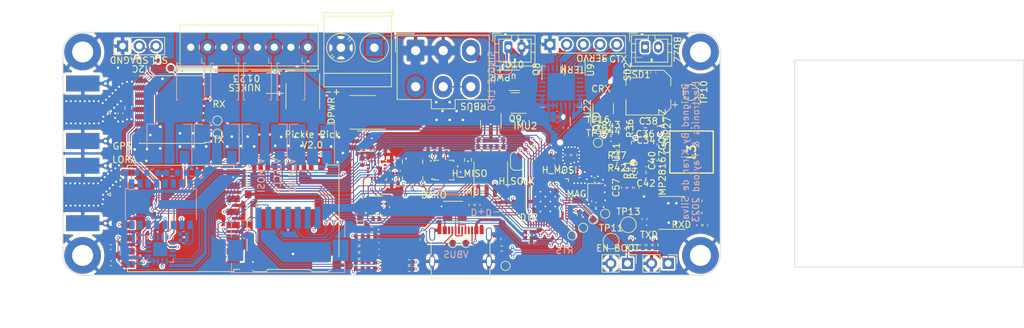
<source format=kicad_pcb>
(kicad_pcb (version 20221018) (generator pcbnew)
  (layers (0 "F.Cu" signal) (1 "In1.Cu" power) (2 "In2.Cu" power) (31 "B.Cu" signal) (34 "B.Paste" user) (35 "F.Paste" user) (36 "B.SilkS" user "B.Silkscreen") (37 "F.SilkS" user "F.Silkscreen") (38 "B.Mask" user) (39 "F.Mask" user) (44 "Edge.Cuts" user))
  (net 0 "")
  (net 1 "+3V3")
  (net 2 "GND")
  (net 3 "+24V")
  (net 4 "Net-(12VLED1-A)")
  (net 5 "VBUS")
  (net 6 "Net-(U1-LNA_IN{slash}RF)")
  (net 7 "/CHIP_PU")
  (net 8 "Net-(C8-Pad1)")
  (net 9 "Net-(C12-Pad1)")
  (net 10 "Net-(U1-XTAL_N)")
  (net 11 "/HSPI_MOSI")
  (net 12 "/HSPI_SCLK")
  (net 13 "/HSPI_MISO")
  (net 14 "Net-(U7-REGOUT)")
  (net 15 "/SD1_DET")
  (net 16 "Net-(U8-CAP)")
  (net 17 "Net-(C14-Pad1)")
  (net 18 "Net-(U11-EN)")
  (net 19 "/power/BB_VCC")
  (net 20 "/power/RBUS_3.3V_IN")
  (net 21 "/BOOT")
  (net 22 "Net-(U11-OC)")
  (net 23 "/Buzzer")
  (net 24 "/nukes/Nuke1")
  (net 25 "/nukes/Nuke3")
  (net 26 "/nukes/Nuke2")
  (net 27 "/nukes/Nuke4")
  (net 28 "/power/BB_IN")
  (net 29 "Net-(U11-SW1)")
  (net 30 "Net-(U11-SW2)")
  (net 31 "/SDA")
  (net 32 "/SCL")
  (net 33 "/BARO_CS")
  (net 34 "/SD1_CS")
  (net 35 "/SD2_CS")
  (net 36 "/LORA_CS")
  (net 37 "/MAG_CS")
  (net 38 "/IMU1_CS")
  (net 39 "/IMU2_CS")
  (net 40 "/nukes/Cont1")
  (net 41 "/nukes/Cont3")
  (net 42 "/power/BB_OUT")
  (net 43 "/nukes/Cont2")
  (net 44 "/nukes/Cont4")
  (net 45 "Net-(C49-Pad1)")
  (net 46 "/CAN+")
  (net 47 "/CAN-")
  (net 48 "/Data-")
  (net 49 "/GPS/RXD")
  (net 50 "/GPS/TXD")
  (net 51 "/CAN_TX")
  (net 52 "/CAN_RX")
  (net 53 "/Data+")
  (net 54 "/BattVolt")
  (net 55 "/LORA_INT")
  (net 56 "/SD2_DET")
  (net 57 "Net-(JP3-B)")
  (net 58 "Net-(D1-A)")
  (net 59 "Net-(D2-A)")
  (net 60 "/LORA_RESET")
  (net 61 "/VSPI_SCLK")
  (net 62 "/VSPI_MISO")
  (net 63 "Net-(D3-A)")
  (net 64 "/TXD")
  (net 65 "/RXD")
  (net 66 "/VSPI_MOSI")
  (net 67 "Net-(D4-A)")
  (net 68 "Net-(D5-A)")
  (net 69 "/nukes/SERVO1")
  (net 70 "/nukes/SERVO2")
  (net 71 "/nukes/SERVO3")
  (net 72 "/nukes/SERVO4")
  (net 73 "Net-(D7-K)")
  (net 74 "Net-(D8-K)")
  (net 75 "Net-(D9-K)")
  (net 76 "Net-(D10-K)")
  (net 77 "/CAN-BUS/Vref")
  (net 78 "Net-(J2-Pin_1)")
  (net 81 "Net-(J5-CC1)")
  (net 83 "Net-(J5-CC2)")
  (net 84 "Net-(R19-Pad1)")
  (net 85 "Net-(R20-Pad1)")
  (net 86 "Net-(R23-Pad1)")
  (net 87 "Net-(R24-Pad1)")
  (net 89 "Net-(J10-In)")
  (net 90 "Net-(J11-In)")
  (net 91 "/power/FBIn")
  (net 92 "Net-(U1-XTAL_P)")
  (net 93 "Net-(Q6-G)")
  (net 94 "/JTAG_MTCK")
  (net 95 "/JTAG_MTDO")
  (net 96 "/JTAG_MTDI")
  (net 97 "/JTAG_MTMS")
  (net 98 "Net-(Q7-G)")
  (net 99 "Net-(Q8-G)")
  (net 100 "Net-(Q9-G)")
  (net 101 "/power/RBUS_24V_IN")
  (net 102 "Net-(Q10-G)")
  (net 103 "Net-(U1-U0TXD{slash}PROG{slash}GPIO43)")
  (net 104 "Net-(USBLED1-A)")
  (net 105 "Net-(U19-VCC_RF)")
  (net 106 "Net-(U20-Rs)")
  (net 107 "/power/BB_ALT")
  (net 108 "Net-(U11-BST1)")
  (net 109 "Net-(U11-BST2)")
  (net 110 "/power/BB_FB")
  (net 111 "Net-(R40-Pad2)")
  (net 112 "/power/BB_SCL")
  (net 113 "/power/BB_SDA")
  (net 114 "Net-(U19-~{RESET})")
  (net 142 "/power/Deploy_Lipo+")
  (net 143 "/power/UC_Lipo+")
  (net 144 "/nukes/Nuke1-")
  (net 145 "/nukes/Nuke3-")
  (net 146 "/nukes/Nuke2-")
  (net 147 "/nukes/Nuke4-")
  (footprint "Capacitor_SMD:C_0402_1005Metric" (layer "F.Cu") (at 171.725 66.075 180)
    (fp_text reference "C35" hide)
    (fp_text value "0.1uF")
  )
  (footprint "Capacitor_SMD:C_0402_1005Metric" (layer "F.Cu") (at 178.6 87.85 -90)
    (fp_text reference "C10" hide)
    (fp_text value "0.1uF")
  )
  (footprint "Capacitor_SMD:C_0402_1005Metric" (layer "F.Cu") (at 190.775 77.075 -90)
    (fp_text reference "C39")
    (fp_text value "100nF")
  )
  (footprint "Inductor_SMD:L_0402_1005Metric" (layer "F.Cu") (at 178.6 83.8)
    (fp_text reference "L2" hide)
    (fp_text value "20nH")
  )
  (footprint "Capacitor_SMD:C_0402_1005Metric" (layer "F.Cu") (at 163.686197 76.48048 180)
    (fp_text reference "C53" hide)
    (fp_text value "220pF")
  )
  (footprint "Crystal:Crystal_SMD_2016-4Pin_2.0x1.6mm" (layer "F.Cu") (at 181 84.4 -90)
    (fp_text reference "Y1" hide)
    (fp_text value "40MHz±10ppm")
  )
  (footprint "LED_SMD:LED_0402_1005Metric" (layer "F.Cu") (at 146.975 95.05 180)
    (fp_text reference "D4" hide)
    (fp_text value "SD2_LED")
  )
  (footprint "Capacitor_SMD:C_0402_1005Metric" (layer "F.Cu") (at 185.725 80.95 -90)
    (fp_text reference "R40")
    (fp_text value "806k")
  )
  (footprint "TestPoint:TestPoint_Pad_D1.0mm" (layer "F.Cu") (at 180.7 88.5)
    (fp_text reference "TP3" hide)
    (fp_text value "TestPoint")
  )
  (footprint "TestPoint:TestPoint_Pad_D1.0mm" (layer "F.Cu") (at 116.4 65.45)
    (fp_text reference "TP15" hide)
    (fp_text value "GPS_RESET")
  )
  (footprint "Resistor_SMD:R_0402_1005Metric" (layer "F.Cu") (at 152.69 95.05 180)
    (fp_text reference "R13" hide)
    (fp_text value "10k")
  )
  (footprint "Resistor_SMD:R_0402_1005Metric" (layer "F.Cu") (at 166.75 92.95)
    (fp_text reference "R9" hide)
    (fp_text value "499")
  )
  (footprint "iclr:MPLAL60504R7" (layer "F.Cu") (at 195.65 78.25 -90)
    (fp_text reference "L3")
    (fp_text value "MPL-AL6050-4R7" hide)
  )
  (footprint "Capacitor_SMD:C_0805_2012Metric" (layer "F.Cu") (at 188.6 73.825 180)
    (fp_text reference "C36")
    (fp_text value "22uF")
  )
  (footprint "Capacitor_SMD:C_0402_1005Metric" (layer "F.Cu") (at 163.1 86.3 90)
    (fp_text reference "C51" hide)
    (fp_text value "10uF")
  )
  (footprint "Package_TO_SOT_SMD:SOT-143" (layer "F.Cu") (at 159.63 87.31)
    (fp_text reference "D6" hide)
    (fp_text value "SP0503BAHT")
  )
  (footprint "RF_GPS:ublox_MAX" (layer "F.Cu") (at 116.61 71.77 180)
    (fp_text reference "U19" hide)
    (fp_text value "MAX-M10S")
  )
  (footprint "Capacitor_SMD:C_0402_1005Metric" (layer "F.Cu") (at 162.15 86.3 90)
    (fp_text reference "C50" hide)
    (fp_text value "100nF")
  )
  (footprint "Capacitor_SMD:C_0402_1005Metric" (layer "F.Cu") (at 148.58 78.6)
    (fp_text reference "C27" hide)
    (fp_text value "10uF")
  )
  (footprint "TestPoint:TestPoint_Pad_D1.0mm" (layer "F.Cu") (at 123.5 73.45)
    (fp_text reference "TP5" hide)
    (fp_text value "TestPoint")
  )
  (footprint "Capacitor_SMD:C_0402_1005Metric" (layer "F.Cu") (at 166.526197 76.47548)
    (fp_text reference "C54" hide)
    (fp_text value "220pF")
  )
  (footprint "LED_SMD:LED_0402_1005Metric" (layer "F.Cu") (at 146.9825 92.05 180)
    (fp_text reference "D5" hide)
    (fp_text value "PWR_LED")
  )
  (footprint "Resistor_SMD:R_0603_1608Metric" (layer "F.Cu") (at 145.25 89.05 -90)
    (fp_text reference "R10" hide)
    (fp_text value "5k")
  )
  (footprint "Connector_Card:microSD_HC_Hirose_DM3AT-SF-PEJM5" (layer "F.Cu") (at 135 88.1)
    (fp_text reference "J4" hide)
    (fp_text value "Micro_SD_Card_Det")
  )
  (footprint "Capacitor_SMD:C_0402_1005Metric" (layer "F.Cu") (at 188.7 75.3 180)
    (fp_text reference "C34")
    (fp_text value "0.1uF")
  )
  (footprint "TestPoint:TestPoint_Pad_D1.0mm" (layer "F.Cu") (at 181.41 76.825)
    (fp_text reference "TP17")
    (fp_text value "TestPoint")
  )
  (footprint "Package_SO:SOIC-8_3.9x4.9mm_P1.27mm" (layer "F.Cu") (at 136.5 69.75 -90)
    (fp_text reference "Q6" hide)
    (fp_text value "SI4143DY-T1-GE3")
  )
  (footprint "Capacitor_SMD:C_0402_1005Metric" (layer "F.Cu") (at 190.8 74.275 -90)
    (fp_text reference "R27")
    (fp_text value "499k")
  )
  (footprint "TestPoint:TestPoint_Pad_D1.0mm" (layer "F.Cu") (at 123.55 75.45)
    (fp_text reference "TP6" hide)
    (fp_text value "TestPoint")
  )
  (footprint "Capacitor_SMD:C_0402_1005Metric" (layer "F.Cu") (at 184.3 77.6 180)
    (fp_text reference "R37")
    (fp_text value "37.4k")
  )
  (footprint "Capacitor_SMD:CP_Elec_6.3x9.9" (layer "F.Cu") (at 189.075 69.2 180)
    (fp_text reference "C38")
    (fp_text value "100uF")
  )
  (footprint "Connector_PinHeader_2.54mm:PinHeader_1x02_P2.54mm_Vertical" (layer "F.Cu") (at 185.9 95.225 -90)
    (fp_text reference "BOOTJUMPER1" hide)
    (fp_text value "Conn_01x02_Male")
  )
  (footprint "Resistor_SMD:R_0402_1005Metric" (layer "F.Cu") (at 145.065 93.05)
    (fp_text reference "R3" hide)
    (fp_text value "470")
  )
  (footprint "Jumper:SolderJumper-2_P1.3mm_Open_RoundedPad1.0x1.5mm" (layer "F.Cu") (at 169.096197 79.62048 -90)
    (fp_text reference "JP3" hide)
    (fp_text value "TermJP")
  )
  (footprint "Capacitor_SMD:C_0402_1005Metric" (layer "F.Cu") (at 183.385 75.275)
    (fp_text reference "R43")
    (fp_text value "10k")
  )
  (footprint "Capacitor_SMD:C_0402_1005Metric" (layer "F.Cu") (at 188.705 80.85 180)
    (fp_text reference "C41" hide)
    (fp_text value "0.1uF")
  )
  (footprint "Capacitor_SMD:C_0402_1005Metric" (layer "F.Cu") (at 147.662749 88.437749 180)
    (fp_text reference "C15" hide)
    (fp_text value "100nF")
  )
  (footprint "Capacitor_SMD:C_0402_1005Metric" (layer "F.Cu") (at 184.3 78.55 180)
    (fp_text reference "C33" hide)
    (fp_text value "12nF")
  )
  (footprint "Capacitor_SMD:C_0402_1005Metric" (layer "F.Cu") (at 186.375 74.25 90)
    (fp_text reference "C30" hide)
    (fp_text value "22nF")
  )
  (footprint "TestPoint:TestPoint_Pad_D2.0mm" (layer "F.Cu") (at 195.525 69.175 -90)
    (fp_text reference "TP10")
    (fp_text value "TestPoint")
  )
  (footprint "TestPoint:TestPoint_Pad_D1.0mm" (layer "F.Cu") (at 161.3 92.1 -90)
    (fp_text reference "TP8" hide)
    (fp_text value "TestPoint")
  )
  (footprint "Capacitor_SMD:C_0402_1005Metric" (layer "F.Cu") (at 150.5 79.625 180)
    (fp_text reference "C23" hide)
    (fp_text value "0.47uF")
  )
  (footprint "Resistor_SMD:R_0402_1005Metric" (layer "F.Cu") (at 163.671197 77.45048)
    (fp_text reference "R32" hide)
    (fp_text value "60")
  )
  (footprint "Connector_Coaxial:SMA_Molex_73251-1153_EdgeMount_Horizontal" (layer "F.Cu") (at 104.74 84.72)
    (fp_text reference "J11" hide)
    (fp_text value "Conn_Coaxial")
  )
  (footprint "Package_TO_SOT_SMD:SOT-23" (layer "F.Cu") (at 168.8125 70.775 180)
    (fp_text reference "Q9")
    (fp_text value "DMP3099L")
  )
  (footprint "Resistor_SMD:R_0402_1005Metric" (layer "F.Cu") (at 154.75 91.6 90)
    (fp_text reference "R14" hide)
    (fp_text value "5.1k")
  )
  (footprint "Resistor_SMD:R_0603_1608Metric" (layer "F.Cu") (at 109.95 71.5 -90)
    (fp_text reference "R30" hide)
    (fp_text value "10")
  )
  (footprint "Capacitor_SMD:C_0402_1005Metric" (layer "F.Cu") (at 187.25 92.425 90)
    (fp_text reference "C9" hide)
    (fp_text value "0.1uF")
  )
  (footprint "Capacitor_SMD:C_0402_1005Metric" (layer "F.Cu") (at 170.82 91.4)
    (fp_text reference "C3" hide)
    (fp_text value "10uF")
  )
  (footprint "Resistor_SMD:R_0402_1005Metric" (layer "F.Cu") (at 113.975 64.4)
    (fp_text reference "R35" hide)
    (fp_text value "4.7k")
  )
  (footprint "Resistor_SMD:R_0402_1005Metric" (layer "F.Cu") (at 152.69 96.05 180)
    (fp_text reference "R12" hide)
    (fp_text value "10k")
  )
  (footprint "Capacitor_SMD:C_0402_1005Metric" (layer "F.Cu") (at 166.1125 66.8 -90)
    (fp_text reference "C29" hide)
    (fp_text value "0.1uF")
  )
  (footprint "TerminalBlock_TE-Connectivity:TerminalBlock_TE_282834-8_1x08_P2.54mm_Horizontal" (layer "F.Cu") (at 119.45 62.28)
    (fp_text reference "J6" hide)
    (fp_text value "Screw_Terminal_01x08")
  )
  (footprint "Capacitor_SMD:C_0402_1005Metric" (layer "F.Cu") (at 184.3 79.525 180)
    (fp_text reference "R42")
    (fp_text value "143k")
  )
  (footprint "Capacitor_SMD:C_0402_1005Metric" (layer "F.Cu") (at 170.82 90.4)
    (fp_text reference "C6" hide)
    (fp_text value "1uF")
  )
  (footprint "Package_TO_SOT_SMD:SOT-23" (layer "F.Cu") (at 178.75 73.6 -90)
    (fp_text reference "Q10")
    (fp_text value "DMP3099L")
  )
  (footprint "Connector_PinHeader_2.54mm:PinHeader_1x03_P2.54mm_Vertical" (layer "F.Cu") (at 109.07 62.1 90)
    (fp_text reference "J12" hide)
    (fp_text value "Conn_01x03_Male")
  )
  (footprint "Capacitor_SMD:C_0402_1005Metric" (layer "F.Cu") (at 197.756186 89.394508 90)
    (fp_text reference "C46" hide)
    (fp_text value "0.1uF")
  )
  (footprint "Resistor_SMD:R_0402_1005Metric" (layer "F.Cu") (at 145.0725 92.05 180)
    (fp_text reference "R7" hide)
    (fp_text value "470")
  )
  (footprint "Resistor_SMD:R_0402_1005Metric" (layer "F.Cu") (at 166.546197 77.45048)
    (fp_text reference "R33" hide)
    (fp_text value "60")
  )
  (footprint "Capacitor_SMD:C_0402_1005Metric" (layer "F.Cu") (at 183.385 76.25)
    (fp_text reference "R44")
    (fp_text value "10k")
  )
  (footprint "TestPoint:TestPoint_Pad_D1.0mm" (layer "F.Cu") (at 159.3 92.1 -90)
    (fp_text reference "TP7" hide)
    (fp_text value "TestPoint")
  )
  (footprint "Resistor_SMD:R_0402_1005Metric" (layer "F.Cu") (at 145.065 94.05)
    (fp_text reference "R2" hide)
    (fp_text value "470")
  )
  (footprint "iclr:SOIC127P599X175-9N" (layer "F.Cu") (at 192.665 87.525)
    (fp_text reference "U16" hide)
    (fp_text value "SC4215")
  )
  (footprint "Resistor_SMD:R_0402_1005Metric" (layer "F.Cu") (at 190.175 92.425 -90)
    (fp_text reference "R1" hide)
    (fp_text value "10K")
  )
  (footprint "Capacitor_SMD:C_0402_1005Metric" (layer "F.Cu") (at 156.044998 78.3 180)
    (fp_text reference "C21" hide)
    (fp_text value "10uF")
  )
  (footprint "LED_SMD:LED_0402_1005Metric" (layer "F.Cu") (at 146.975 94.05 180)
    (fp_text reference "D1" hide)
    (fp_text value "RX_LED")
  )
  (footprint "MountingHole:MountingHole_3.2mm_M3_DIN965_Pad" (layer "F.Cu") (at 197 94)
    (fp_text reference "H3" hide)
    (fp_text value "MountingHole_Pad")
  )
  (footprint "Capacitor_SMD:C_0402_1005Metric" (layer "F.Cu") (at 188.496186 88.474508 -90)
    (fp_text reference "C44" hide)
    (fp_text value "4.7uF")
  )
  (footprint "Connector_Molex:Molex_Mini-Fit_Jr_5566-06A_2x03_P4.20mm_Vertical" (layer "F.Cu") (at 153.66 62.79)
    (fp_text reference "J1" hide)
    (fp_text value "RBUS")
  )
  (footprint "Connector_JST:JST_PH_B2B-PH-K_1x02_P2.00mm_Vertical" (layer "F.Cu") (at 188.57 62.25)
    (fp_text reference "J2" hide)
    (fp_text value "Conn_01x02_Male")
  )
  (footprint "Capacitor_SMD:C_0402_1005Metric" (layer "F.Cu") (at 176.8 78.7 -90)
    (fp_text reference "C12" hide)
    (fp_text value "4.2pF")
  )
  (footprint "Connector_USB:USB_C_Receptacle_Palconn_UTC16-G" (layer "F.Cu") (at 160.5 92.675)
    (fp_text reference "J5" hide)
    (fp_text value "USB_C_Receptacle_USB2.0")
  )
  (footprint "Capacitor_SMD:C_0402_1005Metric" (layer "F.Cu") (at 181.1 86.3 180)
    (fp_text reference "C13" hide)
    (fp_text value "C")
  )
  (footprint "Resistor_SMD:R_0402_1005Metric" (layer "F.Cu") (at 146.99 90.05 180)
    (fp_text reference "12VLED1" hide)
    (fp_text value "12V_LED")
  )
  (footprint "Resistor_SMD:R_0402_1005Metric" (layer "F.Cu") (at 196.846186 85.687223 90)
    (fp_text reference "R29" hide)
    (fp_text value "10k")
  )
  (footprint "Capacitor_SMD:C_0402_1005Metric" (layer "F.Cu") (at 187.275 83.68 90)
    (fp_text reference "C47" hide)
    (fp_text value "22uF")
  )
  (footprint "Connector_PinHeader_2.54mm:PinHeader_1x05_P2.54mm_Vertical" (layer "F.Cu") (at 174.1 61.85 90)
    (fp_text reference "J7" hide)
    (fp_text value "Conn_01x05_Male")
  )
  (footprint "Capacitor_SMD:C_0402_1005Metric" (layer "F.Cu") (at 157.87 78.3 180)
    (fp_text reference "C22" hide)
    (fp_text value "100nF")
  )
  (footprint "Capacitor_SMD:C_0402_1005Metric" (layer "F.Cu") (at 150.5 83 180)
    (fp_text reference "C24" hide)
    (fp_text value "10nF")
  )
  (footprint "Resistor_SMD:R_0402_1005Metric" (layer "F.Cu") (at 169.55 73.55 90)
    (fp_text reference "R26" hide)
    (fp_text value "10k")
  )
  (footprint "Capacitor_SMD:C_0402_1005Metric" (layer "F.Cu") (at 108.75 72.35 -90)
    (fp_text reference "C49" hide)
    (fp_text value "10nF")
  )
  (footprint "TestPoint:TestPoint_Pad_D2.0mm" (layer "F.Cu") (at 186.025 89.325)
    (fp_text reference "TP13")
    (fp_text value "TestPoint")
  )
  (footprint "Package_SO:SOIC-8_3.9x4.9mm_P1.27mm" (layer "F.Cu") (at 165.101197 81.67548 90)
    (fp_text reference "U20" hide)
    (fp_text value "SN65HVD230")
  )
  (footprint "iclr:QFN300X300X100-16N" (layer "F.Cu") (at 157.97 81)
    (fp_text reference "U6" hide)
    (fp_text value "H3LIS331DLTR")
  )
  (footprint "iclr:MP28167GQ-A-Z" (layer "F.Cu") (at 188.2 78.275 -90)
    (fp_text reference "U11")
    (fp_text value "MP28167GQ-A-Z")
  )
  (footprint "Capacitor_SMD:C_0402_1005Metric" (layer "F.Cu") (at 185.325 83.68 90)
    (fp_text reference "C57")
    (fp_text value "22uF")
  )
  (footprint "Resistor_SMD:R_0402_1005Metric" (layer "F.Cu") (at 145.09 91.05)
    (fp_text reference "R16" hide)
    (fp_text value "470")
  )
  (footprint "TestPoint:TestPoint_Pad_D1.0mm" (layer "F.Cu") (at 179.15 89.8 -90)
    (fp_text reference "TP2" hide)
    (fp_text value "TestPoint")
  )
  (footprint "Capacitor_SMD:C_0402_1005Metric" (layer "F.Cu") (at 187.075 81.3 -90)
    (fp_text reference "C32" hide)
    (fp_text value "1uF")
  )
  (footprint "Package_TO_SOT_SMD:TSOT-23-6" (layer "F.Cu") (at 177.9 65.75 -90)
    (fp_text reference "U9")
    (fp_text value "LTC4412xS6")
  )
  (footprint "RF_Module:HOPERF_RFM9XW_SMD" (layer "F.Cu") (at 117.9 88.375 180)
    (fp_text reference "U21" hide)
    (fp_text value "RFM95W-868S2")
  )
  (footprint "Resistor_SMD:R_0402_1005Metric" (layer "F.Cu") (at 170.55 73.55 -90)
    (fp_text reference "R25" hide)
    (fp_text value "80k")
  )
  (footprint "Capacitor_SMD:C_0402_1005Metric" (layer "F.Cu") (at 184.75 80.95 -90)
    (fp_text reference "R41")
    (fp_text value "430k")
  )
  (footprint "Capacitor_SMD:C_0402_1005Metric" (layer "F.Cu") (at 149.362749 86.65 -90)
    (fp_text reference "C16" hide)
    (fp_text value "100nF")
  )
  (footprint "Inductor_SMD:L_0402_1005Metric" (layer "F.Cu") (at 174.2 80.3 -90)
    (fp_text reference "L1" hide)
    (fp_text value "2.0nH")
  )
  (footprint "Capacitor_SMD:C_0402_1005Metric" (layer "F.Cu") (at 188.705 81.85 180)
    (fp_text reference "C42")
    (fp_text value "22uF")
  )
  (footprint "Resistor_SMD:R_0402_1005Metric" (layer "F.Cu") (at 146.99 91.05 180)
    (fp_text reference "USBLED1" hide)
    (fp_text value "USB_LED")
  )
  (footprint "Resistor_SMD:R_0402_1005Metric" (layer "F.Cu") (at 145.065 96.05)
    (fp_text reference "R4" hide)
    (fp_text value "470")
  )
  (footprint "Resistor_SMD:R_0402_1005Metric" (layer "F.Cu") (at 196.846186 87.547223 90)
    (fp_text reference "R28" hide)
    (fp_text value "56k")
  )
  (footprint "MountingHole:MountingHole_3.2mm_M3_DIN965_Pad" (layer "F.Cu") (at 103 63)
    (fp_text reference "H4" hide)
    (fp_text value "MountingHole_Pad")
  )
  (footprint "Connector_PinHeader_2.54mm:PinHeader_1x02_P2.54mm_Vertical" (layer "F.Cu") (at 192.1 95.225 -90)
    (fp_text reference "ENJUMPER1" hide)
    (fp_text value "Conn_01x02_Male")
  )
  (footprint "iclr:QFN40P700X700X90-57N" (layer "F.Cu") (at 173.4 85.8 -90)
    (fp_text reference "U1" hide)
    (fp_text value "ESP32-S3")
  )
  (footprint "Capacitor_SMD:C_0402_1005Metric" (layer "F.Cu") (at 178.6 80.8)
    (fp_text reference "C5" hide)
    (fp_text value "10nF")
  )
  (footprint "Package_SO:SOIC-8_3.9x4.9mm_P1.27mm" (layer "F.Cu") (at 145.6 72.2 180)
    (fp_text reference "Q7" hide)
    (fp_text value "SI4143DY-T1-GE3")
  )
  (footprint "MountingHole:MountingHole_3.2mm_M3_DIN965_Pad" (layer "F.Cu") (at 197 63)
    (fp_text reference "H1" hide)
    (fp_text value "MountingHole_Pad")
  )
  (footprint "Capacitor_SMD:C_0402_1005Metric" (layer "F.Cu") (at 174.7 78.85)
    (fp_text reference "C7" hide)
    (fp_text value "0.1uF")
  )
  (footprint "LED_SMD:LED_0402_1005Metric" (layer "F.Cu") (at 146.975 96.05 180)
    (fp_text reference "D3" hide)
    (fp_text value "SD1_LED")
  )
  (footprint "Capacitor_SMD:C_0402_1005Metric" (layer "F.Cu") (at 178.6 81.8)
    (fp_text reference "C1" hide)
    (fp_text value "1uF")
  )
  (footprint "Capacitor_SMD:C_0402_1005Metric" (layer "F.Cu") (at 196.836186 89.394508 90)
    (fp_text reference "C45" hide)
    (fp_text value "10uF")
  )
  (footprint "Capacitor_SMD:C_0402_1005Metric" (layer "F.Cu") (at 185.125 74.65 -90)
    (fp_text reference "R36")
    (fp_text value "10k")
  )
  (footprint "Capacitor_SMD:C_0402_1005Metric" (layer "F.Cu") (at 189.2 92.425 90)
    (fp_text reference "C4" hide)
    (fp_text value "0.1uF")
  )
  (footprint "Capacitor_SMD:C_0402_1005Metric" (layer "F.Cu") (at 188.705 82.85 180)
    (fp_text reference "C43" hide)
    (fp_text value "22uF")
  )
  (footprint "TestPoint:TestPoint_Pad_D2.0mm" (layer "F.Cu") (at 183.4 91.825)
    (fp_text reference "TP11")
    (fp_text value "TestPoint")
  )
  (footprint "Package_TO_SOT_SMD:TSOT-23-6" (layer "F.Cu") (at 131.75 67.75 180)
    (fp_text reference "U14" hide)
    (fp_text value "LTC4412xS6")
  )
  (footprint "iclr:PQFN50P300X300X80-16N" (layer "F.Cu") (at 153.2 81 90)
    (fp_text reference "U7" hide)
    (fp_text value "ICM-20608-G")
  )
  (footprint "Capacitor_SMD:C_0402_1005Metric" (layer "F.Cu") (at 165.106197 76.92548 90)
    (fp_text reference "C52" hide)
    (fp_text value "0.1uF")
  )
  (footprint "LED_SMD:LED_0402_1005Metric" (layer "F.Cu") (at 146.99 93.05 180)
    (fp_text reference "D2" hide)
    (fp_text value "TX_LED")
  )
  (footprint "Connector_JST:JST_PH_B2B-PH-K_1x02_P2.00mm_Vertical" (layer "F.Cu") (at 167.77 62.25)
    (fp_text reference "J9" hide)
    (fp_text value "UCLipo")
  )
  (footprint "Connector_Coaxial:SMA_Molex_73251-1153_EdgeMount_Horizontal" (layer "F.Cu") (at 104.75 72.19)
    (fp_text reference "J10" hide)
    (fp_text value "Conn_Coaxial")
  )
  (footprint "Package_TO_SOT_SMD:SOT-23" (layer "F.Cu") (at 165.106197 74.02048 -90)
    (fp_text reference "D11" hide)
    (fp_text value "SM712_SOT23")
  )
  (footprint "Package_TO_SOT_SMD:TSOT-23-6" (layer "F.Cu") (at 168.6875 67.325)
    (fp_text reference "U10")
    (fp_text value "LTC4412xS6")
  )
  (footprint "TestPoint:TestPoint_Pad_D1.0mm" (layer "F.Cu") (at 167.35 95.6)
    (fp_text reference "TP9" hide)
    (fp_text value "TestPoint")
  )
  (footprint "Capacitor_SMD:C_0402_1005Metric" (layer "F.Cu") (at 150.05 81.1 90)
    (fp_text reference "C25" hide)
    (fp_text value "0.1uF")
  )
  (footprint "TestPoint:TestPoint_Pad_D1.0mm" (layer "F.Cu") (at 177.5 90.95)
    (fp_text reference "TP1" hide)
    (fp_text value "TestPoint")
  )
  (footprint "TestPoint:TestPoint_Pad_D1.0mm" (layer "F.Cu") (at 182.5 87.65)
    (fp_text reference "TP4" hide)
    (fp_text value "TestPoint")
  )
  (footprint "Capacitor_SMD:C_0402_1005Metric" (layer "F.Cu") (at 180.9 82.5)
    (fp_text reference "C14" hide)
    (fp_text value "C")
  )
  (footprint "Capacitor_SMD:C_0402_1005Metric" (layer "F.Cu") (at 186.3 83.68 90)
    (fp_text reference "C48" hide)
    (fp_text value "22uF")
  )
  (footprint "Capacitor_SMD:C_0402_1005Metric" (layer "F.Cu") (at 175.2 80.3 90)
    (fp_text reference "C8" hide)
    (fp_text value "0.1uF")
  )
  (footprint "iclr:PQFN50P300X300X100-16N" (layer "F.Cu") (at 147.75 81 90)
    (fp_text reference "U8" hide)
    (fp_text value "MMC5983MA")
  )
  (footprint "MountingHole:MountingHole_3.2mm_M3_DIN965_Pad" (layer "F.Cu") (at 103 94)
    (fp_text reference "H2" hide)
    (fp_text value "MountingHole_Pad")
  )
  (footprint "TerminalBlock_Phoenix:TerminalBlock_Phoenix_MKDS-3-2-5.08_1x02_P5.08mm_Horizontal" (layer "F.Cu") (at 147.38 62.35 180)
    (fp_text reference "J8" hide)
    (fp_text value "DeployLipo")
  )
  (footprint "Package_TO_SOT_SMD:TSOT-23-6" (layer "F.Cu") (at 145.6 76.6 180)
    (fp_text reference "U17" hide)
    (fp_text value "LTC4412xS6")
  )
  (footprint "iclr:XDCR_DPS310" (layer "F.Cu") (at 147.612749 86.437749 180)
    (fp_text reference "U2" hide)
    (fp_text value "DPS310")
  )
  (footprint "Resistor_SMD:R_0402_1005Metric" (layer "F.Cu") (at 177.8 78.7 90)
    (fp_text reference "R8" hide)
    (fp_text value "47.5")
  )
  (footprint "Resistor_SMD:R_0402_1005Metric" (layer "F.Cu") (at 111.775 64.4 180)
    (fp_text reference "R34" hide)
    (fp_text value "4.7k")
  )
  (footprint "Package_TO_SOT_SMD:SOT-23" (layer "F.Cu") (at 174.45 65.625 90)
    (fp_text reference "Q8")
    (fp_text value "DMP3099L")
  )
  (footprint "Capacitor_SMD:C_0402_1005Metric" (layer "F.Cu") (at 188.225 92.425 90)
    (fp_text reference "C2" hide)
    (fp_text value "1uF")
  )
  (footprint "Resistor_SMD:R_0402_1005Metric" (layer "F.Cu") (at 166.25 91.5 -90)
    (fp_text reference "R15" hide)
    (fp_text value "5.1k")
  )
  (footprint "TestPoint:TestPoint_Pad_D1.0mm" (layer "F.Cu") (at 181.41 74.775)
    (fp_text reference "TP16")
    (fp_text value "TestPoint")
  )
  (footprint "Capacitor_SMD:C_0402_1005Metric" (layer "F.Cu") (at 107.3 95.2)
    (fp_text reference "C56" hide)
    (fp_text value "100nF")
  )
  (footprint "Capacitor_SMD:C_0402_1005Metric" (layer "F.Cu") (at 190.775 79.55 90)
    (fp_text reference "C40")
    (fp_text value "100nF")
  )
  (footprint "Capacitor_SMD:C_0402_1005Metric" (layer "F.Cu") (at 176.525 74.575 90)
    (fp_text reference "C31" hide)
    (fp_text value "0.1uF")
  )
  (footprint "Capacitor_SMD:C_0402_1005Metric" (layer "F.Cu") (at 168.07 85.875 180)
    (fp_text reference "C11" hide)
    (fp_text value "0.1uF")
  )
  (footprint "Capacitor_SMD:C_0402_1005Metric" (layer "F.Cu") (at 150.975 81.1 90)
    (fp_text reference "C26" hide)
    (fp_text value "2.2uF")
  )
  (footprint "Resistor_SMD:R_0402_1005Metric" (layer "F.Cu") (at 145.065 95.05)
    (fp_text reference "R5" hide)
    (fp_text value "470")
  )
  (footprint "Inductor_SMD:L_0402_1005Metric" (layer "F.Cu") (at 110.2 69.05 90)
    (fp_text reference "L4" hide)
    (fp_text value "27nH")
  )
  (footprint "Resistor_SMD:R_0402_1005Metric" (layer "F.Cu") (at 186.275 92.415 -90)
    (fp_text reference "R6" hide)
    (fp_text value "10K")
  )
  (footprint "Resistor_SMD:R_0603_1608Metric" (layer "F.Cu") (at 161.65 79.45 -90)
    (fp_text reference "R31" hide)
    (fp_text value "0")
  )
  (footprint "Capacitor_SMD:C_0402_1005Metric" (layer "F.Cu") (at 107.3 92.74)
    (fp_text reference "C55" hide)
    (fp_text value "10uF")
  )
  (footprint "Capacitor_SMD:C_0402_1005Metric" (layer "F.Cu") (at 145.5 79.75 90)
    (fp_text reference "C28" hide)
    (fp_text value "1uF")
  )
  (footprint "Package_TO_SOT_SMD:TSOT-23-6" (layer "F.Cu") (at 182.2 71.65 90)
    (fp_text reference "U22")
    (fp_text value "LTC4412xS6")
  )
  (footprint "Package_TO_SOT_SMD:SOT-223" (layer "B.Cu") (at 123.4 75.9 90)
    (fp_text reference "Q3" hide)
    (fp_text value "NCV8415STT1G")
  )
  (footprint "Package_DFN_QFN:QFN-28-1EP_6x6mm_P0.65mm_EP4.25x4.25mm" (layer "B.Cu") (at 175.81 68.31)
    (fp_text reference "U5" hide)
    (fp_text value "PCA9685BS")
  )
  (footprint "Package_TO_SOT_SMD:SOT-23" (layer "B.Cu") (at 187.4 65.375)
    (fp_text reference "Q1" hide)
    (fp_text value "PMV20ENR")
  )
  (footprint "Capacitor_SMD:C_0402_1005Metric" (layer "B.Cu") (at 175.2 72.4 180)
    (fp_text reference "C19" hide)
    (fp_text value "10uF")
  )
  (footprint "Package_TO_SOT_SMD:TO-277B" (layer "B.Cu") (at 134.7 67.5 180)
    (fp_text reference "D10" hide)
    (fp_text value "D_Schottky")
  )
  (footprint "Resistor_SMD:R_0603_1608Metric" (layer "B.Cu") (at 113.6 81.4)
    (fp_text reference "R20" hide)
    (fp_text value "1K")
  )
  (footprint "Package_TO_SOT_SMD:TO-277B" (layer "B.Cu") (at 124.6 67.5 180)
    (fp_text reference "D8" hide)
    (fp_text value "D_Schottky")
  )
  (footprint "Resistor_SMD:R_0402_1005Metric" (layer "B.Cu") (at 118.35 90.75)
    (fp_text reference "R21" hide)
    (fp_text value "500")
  )
  (footprint "Resistor_SMD:R_0402_1005Metric" (layer "B.Cu") (at 111.2 90.9 180)
    (fp_text reference "R18" hide)
    (fp_text value "500")
  )
  (footprint "Resistor_SMD:R_0603_1608Metric" (layer "B.Cu") (at 116.6 81.4 180)
    (fp_text reference "R24" hide)
    (fp_text value "1K")
  )
  (footprint "Package_TO_SOT_SMD:SOT-223" (layer "B.Cu") (at 116.2 75.9 90)
    (fp_text reference "Q2" hide)
    (fp_text value "NCV8415STT1G")
  )
  (footprint "Resistor_SMD:R_0402_1005Metric" (layer "B.Cu") (at 189.825 66.125 90)
    (fp_text reference "R11" hide)
    (fp_text value "1k")
  )
  (footprint "Package_SO:SOP-16_4.4x10.4mm_P1.27mm" (layer "B.Cu") (at 114.9 86.2 -90)
    (fp_text reference "U3" hide)
    (fp_text value "LTV-247")
  )
  (footprint "Package_TO_SOT_SMD:TO-277B" (layer "B.Cu") (at 119.4 67.5 180)
    (fp_text reference "D7" hide)
    (fp_text value "D_Schottky")
  )
  (footprint "Resistor_SMD:R_0402_1005Metric" (layer "B.Cu") (at 118.35 91.7)
    (fp_text reference "R22" hide)
    (fp_text value "500")
  )
  (footprint "Package_TO_SOT_SMD:TO-277B" (layer "B.Cu") (at 129.6 67.5 180)
    (fp_text reference "D9" hide)
    (fp_text value "D_Schottky")
  )
  (footprint "Capacitor_SMD:C_0402_1005Metric" (layer "B.Cu") (at 111.7 94.75 90)
    (fp_text reference "C17" hide)
    (fp_text value "10uF")
  )
  (footprint "Resistor_SMD:R_0402_1005Metric" (layer "B.Cu") (at 111.2 91.9 180)
    (fp_text reference "R17" hide)
    (fp_text value "500")
  )
  (footprint "Capacitor_SMD:C_0402_1005Metric" (layer "B.Cu") (at 175.2 73.4 180)
    (fp_text reference "C20" hide)
    (fp_text value "100nF")
  )
  (footprint "Package_TO_SOT_SMD:SOT-223" (layer "B.Cu") (at 137.9 75.9 90)
    (fp_text reference "Q5" hide)
    (fp_text value "NCV8415STT1G")
  )
  (footprint "Package_TO_SOT_SMD:SOT-223" (layer "B.Cu") (at 130.7 75.9 90)
    (fp_text reference "Q4" hide)
    (fp_text value "NCV8415STT1G")
  )
  (footprint "Resistor_SMD:R_0603_1608Metric" (layer "B.Cu") (at 119.6 81.4)
    (fp_text reference "R23" hide)
    (fp_text value "1K")
  )
  (footprint "iclr:QFN65P400X400X100-17N" (layer "B.Cu") (at 114.8 93.05)
    (fp_text reference "U4" hide)
    (fp_text value "PCA9534RGVR")
  )
  (footprint "Capacitor_SMD:C_0402_1005Metric" (layer "B.Cu") (at 110.75 94.75 90)
    (fp_text reference "C18" hide)
    (fp_text value "100nF")
  )
  (footprint "Resistor_SMD:R_0603_1608Metric" (layer "B.Cu") (at 110.4 81.4 180)
    (fp_text reference "R19" hide)
    (fp_text value "1K")
  )
  (footprint "iclr:292227-7" (layer "B.Cu") (at 129.75 88.25)
    (fp_text reference "J3" hide)
    (fp_text value "292227-7" hide)
  )
  (footprint "Jumper:SolderJumper-2_P1.3mm_Open_RoundedPad1.0x1.5mm" (layer "B.Cu") (at 166.9 65.4)
    (fp_text reference "JP2" hide)
    (fp_text value "SolderJumper_2_Open")
  )
  (gr_line (start 123.533333 65.9) (end 128.183333 65.9) (stroke (width 0.15)) (layer "F.SilkS"))
  (gr_line (start 128.691666 65.9) (end 133.341666 65.9) (stroke (width 0.15)) (layer "F.SilkS"))
  (gr_line (start 133.85 65.9) (end 138.5 65.9) (stroke (width 0.15)) (layer "F.SilkS"))
  (gr_line (start 118.375 65.9) (end 123.025 65.9) (stroke (width 0.15)) (layer "F.SilkS"))
  (gr_line (start 103 97) (end 197 97) (stroke (width 0.1)) (layer "Edge.Cuts"))
  (gr_rect (start 211.35 64.25) (end 246.2 95.75) (stroke (width 0.1)) (fill none) (layer "Edge.Cuts"))
  (gr_arc (start 200 94) (mid 199.12132 96.12132) (end 197 97) (stroke (width 0.1)) (layer "Edge.Cuts"))
  (gr_arc (start 197 60) (mid 199.12132 60.87868) (end 200 63) (stroke (width 0.1)) (layer "Edge.Cuts"))
  (gr_line (start 197 60) (end 103 60) (stroke (width 0.1)) (layer "Edge.Cuts"))
  (gr_line (start 100 63) (end 100 94) (stroke (width 0.1)) (layer "Edge.Cuts"))
  (gr_arc (start 103 97) (mid 100.87868 96.12132) (end 100 94) (stroke (width 0.1)) (layer "Edge.Cuts"))
  (gr_arc (start 100 63) (mid 100.87868 60.87868) (end 103 60) (stroke (width 0.1)) (layer "Edge.Cuts"))
  (gr_line (start 200 94) (end 200 63) (stroke (width 0.1)) (layer "Edge.Cuts"))
  (gr_text "D-" (at 165.4 87.45 180) (layer "B.SilkS") (effects (font (size 1 1)) (justify mirror)))
  (gr_text "D+" (at 163.15 87.4 180) (layer "B.SilkS") (effects (font (size 1 1)) (justify mirror)))
  (gr_text "VBUS" (at 159.8 93.875) (layer "B.SilkS") (effects (font (size 1 1)) (justify mirror)))
  (gr_text "SINGLE LIPO" (at 165.225 67.425 90) (layer "B.SilkS") (effects (font (size 1 1)) (justify mirror)))
  (gr_text "RTS" (at 176.325 93.25) (layer "B.SilkS") (effects (font (size 1 1)) (justify mirror)))
  (gr_text "V_MOSI" (at 130.175 81.825 90) (layer "B.SilkS") (effects (font (size 1 1)) (justify mirror)))
  (gr_text "Designed By Kiran de Silva\nElectronics & Payload 2023" (at 195.5 78.175 90) (layer "B.SilkS") (effects (font (size 1 1)) (justify mirror)))
  (gr_text "V_SCLK" (at 132.625 81.875 90) (layer "B.SilkS") (effects (font (size 1 1)) (justify mirror)))
  (gr_text "V_MISO" (at 134.9 81.875 90) (layer "B.SilkS") (effects (font (size 1 1)) (justify mirror)))
  (gr_text "RX" (at 123.75 70.95) (layer "F.SilkS") (effects (font (size 1 1))))
  (gr_text "CTX" (at 184.475 64.1) (layer "F.SilkS") (effects (font (size 1 1))))
  (gr_text "IMU1" (at 162.55 84.35) (layer "F.SilkS") (effects (font (size 1 1))))
  (gr_text "BARO\n" (at 156.425 84.8) (layer "F.SilkS") (effects (font (size 1 1))))
  (gr_text "TERM" (at 177.45 65.65 180) (layer "F.SilkS") (effects (font (size 1 1))))
  (gr_text "CRX" (at 181.875 68.625) (layer "F.SilkS") (effects (font (size 1 1))))
  (gr_text "-+" (at 141 69.05) (layer "F.SilkS") (effects (font (size 1 1))))
  (gr_text "uPWR" (at 167 66.85 180) (layer "F.SilkS") (effects (font (size 1 1))))
  (gr_text "2" (at 127.383334 67 180) (layer "F.SilkS") (effects (font (size 1 1))))
  (gr_text "I2C" (at 111.7 65.55 180) (layer "F.SilkS") (effects (font (size 1 1))))
  (gr_text "1" (at 128.45 67 180) (layer "F.SilkS") (effects (font (size 1 1))))
  (gr_text "TX" (at 123.675 76.35) (layer "F.SilkS") (effects (font (size 1 1))))
  (gr_text "SCL" (at 114.6 64.2 180) (layer "F.SilkS") (effects (font (size 1 1))))
  (gr_text "BUZZ" (at 193.45 62.6 270) (layer "F.SilkS") (effects (font (size 1 1))))
  (gr_text "MAG" (at 178.15 84.625) (layer "F.SilkS") (effects (font (size 1 1))))
  (gr_text "SDA\n" (at 111.624999 64.2 180) (layer "F.SilkS") (effects (font (size 1 1))))
  (gr_text "IMU2" (at 170.35 74.275) (layer "F.SilkS") (effects (font (size 1 1))))
  (gr_text "H_MISO" (at 161.875 81.525) (layer "F.SilkS") (effects (font (size 1 1))))
  (gr_text "GPS" (at 109.05 77.35) (layer "F.SilkS") (effects (font (size 1 1))))
  (gr_text "H_MOSI" (at 175.575 81) (layer "F.SilkS") (effects (font (size 1 1))))
  (gr_text "SD1\n" (at 187.975 66.475) (layer "F.SilkS") (effects (font (size 1 1))))
  (gr_text "DTR" (at 170.9 88.2) (layer "F.SilkS") (effects (font (size 1 1))))
  (gr_text "Pickle Rick\nV2.0" (at 137.95 76.38) (layer "F.SilkS") (effects (font (size 1 1))))
  (gr_text "3" (at 126.316668 67 180) (layer "F.SilkS") (effects (font (size 1 1))))
  (gr_text "RBUS" (at 162.45 71.25 180) (layer "F.SilkS") (effects (font (size 1 1))))
  (gr_text "NUKES" (at 127.65 68.4 180) (layer "F.SilkS") (effects (font (size 1 1))))
  (gr_text "H_SCLK" (at 169.05 82.7) (layer "F.SilkS") (effects (font (size 1 1))))
  (gr_text "SD2\n" (at 185.9 66 90) (layer "F.SilkS") (effects (font (size 1 1))))
  (gr_text "LORA" (at 109.35 79.4) (layer "F.SilkS") (effects (font (size 1 1))))
  (gr_text "TXD" (at 189.175 90.85) (layer "F.SilkS") (effects (font (size 1 1))))
  (gr_text "EN BOOT" (at 184.425 92.9) (layer "F.SilkS") (effects (font (size 1 1))))
  (gr_text "+-" (at 167.1 65.7) (layer "F.SilkS") (effects (font (size 1 1))))
  (gr_text "DPWR" (at 140.85 71.95 90) (layer "F.SilkS") (effects (font (size 1 1))))
  (gr_text "GND" (at 108.65 64.2 180) (layer "F.SilkS") (effects (font (size 1 1))))
  (gr_text "0" (at 129.516666 67 180) (layer "F.SilkS") (effects (font (size 1 1))))
  (gr_text "RXD" (at 194.1 89.3) (layer "F.SilkS") (effects (font (size 1 1))))
  (gr_text "SERVO" (at 180.5 63.9 180) (layer "F.SilkS") (effects (font (size 1 1))))
  (segment (start 109.005 89.375) (end 108.93 89.3) (width 0.2) (layer "F.Cu") (net 1))
  (segment (start 148.812749 86.138246) (end 148.363246 86.138246) (width 0.15) (layer "F.Cu") (net 1))
  (segment (start 158.2 78.941772) (end 157.904511 79.237261) (width 0.2) (layer "F.Cu") (net 1))
  (segment (start 147.962252 87.887749) (end 148.337749 87.512252) (width 0.15) (layer "F.Cu") (net 1))
  (segment (start 146.455 80.23) (end 146.475 80.25) (width 0.15) (layer "F.Cu") (net 1))
  (segment (start 177.824511 82.375489) (end 177.541318 82.375489) (width 0.4) (layer "F.Cu") (net 1))
  (segment (start 144.555 96.05) (end 144.555 96.145) (width 0.15) (layer "F.Cu") (net 1))
  (segment (start 121.6555 70.67) (end 122.1755 70.15) (width 0.15) (layer "F.Cu") (net 1))
  (segment (start 150.98 82.577276) (end 150.98 83) (width 0.15) (layer "F.Cu") (net 1))
  (segment (start 158.2 78.9) (end 158.35 78.75) (width 0.2) (layer "F.Cu") (net 1))
  (segment (start 150.98 83) (end 150.98 81.585) (width 0.15) (layer "F.Cu") (net 1))
  (segment (start 174.22 79.795) (end 174.2 79.815) (width 0.2) (layer "F.Cu") (net 1))
  (segment (start 148.363246 86.138246) (end 148.337749 86.112749) (width 0.15) (layer "F.Cu") (net 1))
  (segment (start 195.135 88.16) (end 196.743409 88.16) (width 0.9) (layer "F.Cu") (net 1))
  (segment (start 174.35 78.3) (end 174.35 78.72) (width 0.2) (layer "F.Cu") (net 1))
  (segment (start 121.36 70.67) (end 121.36 68.47) (width 0.2) (layer "F.Cu") (net 1))
  (segment (start 178.05 87.2) (end 178.22 87.37) (width 0.15) (layer "F.Cu") (net 1))
  (segment (start 150.98 81.585) (end 150.975 81.58) (width 0.15) (layer "F.Cu") (net 1))
  (segment (start 178.12 81.8) (end 178.12 81.662784) (width 0.4) (layer "F.Cu") (net 1))
  (segment (start 108.93 89.3) (end 108.6 89.3) (width 0.2) (layer "F.Cu") (net 1))
  (segment (start 186.275 91.6) (end 186.475 91.4) (width 0.1) (layer "F.Cu") (net 1))
  (segment (start 176.845 87.2) (end 178.43 87.2) (width 0.15) (layer "F.Cu") (net 1))
  (segment (start 150.511478 81.243427) (end 150.174905 81.58) (width 0.15) (layer "F.Cu") (net 1))
  (segment (start 134.475 79.923111) (end 134.475 80.375) (width 0.15) (layer "F.Cu") (net 1))
  (segment (start 149.330995 86.138246) (end 148.812749 86.138246) (width 0.15) (layer "F.Cu") (net 1))
  (segment (start 156.398341 78.90279) (end 156.398341 79.898341) (width 0.15) (layer "F.Cu") (net 1))
  (segment (start 169.225 85.2) (end 169.955 85.2) (width 0.15) (layer "F.Cu") (net 1))
  (segment (start 170.34 90.57) (end 170.67 90.9) (width 0.2) (layer "F.Cu") (net 1))
  (segment (start 158.35 78.75) (end 158.35 78.3) (width 0.2) (layer "F.Cu") (net 1))
  (segment (start 165.736197 84.15048) (end 165.736197 82.963803) (width 0.15) (layer "F.Cu") (net 1))
  (segment (start 178.22 87.37) (end 178.6 87.37) (width 0.15) (layer "F.Cu") (net 1))
  (segment (start 150.802724 82.4) (end 150.98 82.577276) (width 0.15) (layer "F.Cu") (net 1))
  (segment (start 114.485 64.4) (end 114.485 63.86) (width 0.15) (layer "F.Cu") (net 1))
  (segment (start 145.82 80.23) (end 145.5 80.23) (width 0.15) (layer "F.Cu") (net 1))
  (segment (start 178.12 82.08) (end 177.824511 82.375489) (width 0.4) (layer "F.Cu") (net 1))
  (segment (start 134.174502 79.622613) (end 134.475 79.923111) (width 0.15) (layer "F.Cu") (net 1))
  (segment (start 158.47 79.17) (end 158.47 79.53) (width 0.2) (layer "F.Cu") (net 1))
  (segment (start 148.142749 88.068246) (end 148.142749 88.437749) (width 0.15) (layer "F.Cu") (net 1))
  (segment (start 174.22 78.85) (end 174.22 79.795) (width 0.2) (layer "F.Cu") (net 1))
  (segment (start 144.5625 96.0425) (end 144.555 96.05) (width 0.15) (layer "F.Cu") (net 1))
  (segment (start 178.12 81.662784) (end 178.480035 81.302749) (width 0.4) (layer "F.Cu") (net 1))
  (segment (start 144.5625 92.05) (end 144.5625 96.0425) (width 0.15) (layer "F.Cu") (net 1))
  (segment (start 151.94 81.5) (end 151.94 82) (width 0.15) (layer "F.Cu") (net 1))
  (segment (start 158.2 78.9) (end 158.2 78.941772) (width 0.2) (layer "F.Cu") (net 1))
  (segment (start 150.975 81.58) (end 151.86 81.58) (width 0.15) (layer "F.Cu") (net 1))
  (segment (start 168.55 85.875) (end 168.55 85.475) (width 0.15) (layer "F.Cu") (net 1))
  (segment (start 170.34 90.4) (end 170.34 90.57) (width 0.2) (layer "F.Cu") (net 1))
  (segment (start 168.55 85.475) (end 168.425 85.35) (width 0.15) (layer "F.Cu") (net 1))
  (segment (start 111.265 63.865) (end 111.25 63.85) (width 0.15) (layer "F.Cu") (net 1))
  (segment (start 150.05 81.58) (end 150.975 81.58) (width 0.15) (layer "F.Cu") (net 1))
  (segment (start 178.12 80.942714) (end 178.480035 81.302749) (width 0.4) (layer "F.Cu") (net 1))
  (segment (start 148.337749 87.512252) (end 148.337749 87.412749) (width 0.15) (layer "F.Cu") (net 1))
  (segment (start 151.94 82) (end 152.2 82.26) (width 0.15) (layer "F.Cu") (net 1))
  (segment (start 153.65 95.05) (end 153.7 95) (width 0.15) (layer "F.Cu") (net 1))
  (segment (start 186.275 91.905) (end 186.275 91.6) (width 0.1) (layer "F.Cu") (net 1))
  (segment (start 145.5 80.23) (end 146.455 80.23) (width 0.15) (layer "F.Cu") (net 1))
  (segment (start 170.34 91.23) (end 170.34 91.4) (width 0.2) (layer "F.Cu") (net 1))
  (segment (start 111.265 64.4) (end 111.265 63.865) (width 0.15) (layer "F.Cu") (net 1))
  (segment (start 121.36 70.67) (end 121.6555 70.67) (width 0.15) (layer "F.Cu") (net 1))
  (segment (start 168.55 85.875) (end 169.225 85.2) (width 0.15) (layer "F.Cu") (net 1))
  (segment (start 176.845 83.071807) (end 176.845 83.49048) (width 0.4) (layer "F.Cu") (net 1))
  (segment (start 178.12 81.8) (end 178.12 82.08) (width 0.4) (layer "F.Cu") (net 1))
  (segment (start 114.485 63.86) (end 114.475 63.85) (width 0.15) (layer "F.Cu") (net 1))
  (segment (start 156.398341 78.90279) (end 156.524998 78.776133) (width 0.15) (layer "F.Cu") (net 1))
  (segment (start 156.398341 79.898341) (end 156.5 80) (width 0.15) (layer "F.Cu") (net 1))
  (segment (start 190.175 91.915) (end 190.175 91.6) (width 0.1) (layer "F.Cu") (net 1))
  (segment (start 174.35 78.72) (end 174.22 78.85) (width 0.2) (layer "F.Cu") (net 1))
  (segment (start 149.362749 86.17) (end 149.330995 86.138246) (width 0.15) (layer "F.Cu") (net 1))
  (segment (start 157.904511 79.237261) (end 157.904511 79.464511) (width 0.2) (layer "F.Cu") (net 1))
  (segment (start 157.904511 79.464511) (end 157.97 79.53) (width 0.2) (layer "F.Cu") (net 1))
  (segment (start 146.025 80.025) (end 145.82 80.23) (width 0.15) (layer "F.Cu") (net 1))
  (segment (start 158.2 78.9) (end 158.47 79.17) (width 0.2) (layer "F.Cu") (net 1))
  (segment (start 178.43 87.2) (end 178.6 87.37) (width 0.15) (layer "F.Cu") (net 1))
  (segment (start 144.555 96.145) (end 144.2 96.5) (width 0.15) (layer "F.Cu") (net 1))
  (segment (start 178.12 80.8) (end 178.12 80.942714) (width 0.4) (layer "F.Cu") (net 1))
  (segment (start 177.541318 82.375489) (end 176.845 83.071807) (width 0.4) (layer "F.Cu") (net 1))
  (segment (start 165.736197 82.963803) (end 165.75 82.95) (width 0.15) (layer "F.Cu") (net 1))
  (segment (start 156.524998 78.776133) (end 156.524998 78.3) (width 0.15) (layer "F.Cu") (net 1))
  (segment (start 153.2 95.05) (end 153.65 95.05) (width 0.15) (layer "F.Cu") (net 1))
  (segment (start 150.511478 81.243427) (end 150.638427 81.243427) (width 0.15) (layer "F.Cu") (net 1))
  (segment (start 147.962252 87.887749) (end 148.142749 88.068246) (width 0.15) (layer "F.Cu") (net 1))
  (segment (start 170.67 90.9) (end 170.34 91.23) (width 0.2) (layer "F.Cu") (net 1))
  (segment (start 190.175 91.6) (end 190 91.425) (width 0.1) (layer "F.Cu") (net 1))
  (segment (start 153.2 96.05) (end 153.7 96.05) (width 0.15) (layer "F.Cu") (net 1))
  (segment (start 150.638427 81.243427) (end 150.975 81.58) (width 0.15) (layer "F.Cu") (net 1))
  (segment (start 151.86 81.58) (end 151.94 81.5) (width 0.15) (layer "F.Cu") (net 1))
  (segment (start 147.5 82.275) (end 147.5 81.175) (width 0.15) (layer "F.Cu") (net 1))
  (segment (start 150.174905 81.58) (end 150.05 81.58) (width 0.15) (layer "F.Cu") (net 1))
  (via (at 186.475 91.4) (size 0.45) (drill 0.25) (layers "F.Cu" "B.Cu") (net 1))
  (via (at 118.05 88.45) (size 0.45) (drill 0.25) (layers "F.Cu" "B.Cu") (net 1))
  (via (at 178.05 87.2) (size 0.45) (drill 0.25) (layers "F.Cu" "B.Cu") (net 1))
  (via (at 170.67 90.9) (size 0.45) (drill 0.25) (layers "F.Cu" "B.Cu") (net 1))
  (via (at 147.962252 87.887749) (size 0.45) (drill 0.25) (layers "F.Cu" "B.Cu") (net 1))
  (via (at 112.977504 88.45) (size 0.45) (drill 0.25) (layers "F.Cu" "B.Cu") (net 1))
  (via (at 144.2 96.5) (size 0.45) (drill 0.25) (layers "F.Cu" "B.Cu") (net 1))
  (via (at 111.25 63.85) (size 0.45) (drill 0.25) (layers "F.Cu" "B.Cu") (net 1))
  (via (at 165.75 82.95) (size 0.45) (drill 0.25) (layers "F.Cu" "B.Cu") (net 1))
  (via (at 134.174502 79.622613) (size 0.45) (drill 0.25) (layers "F.Cu" "B.Cu") (net 1))
  (via (at 153.7 96.05) (size 0.45) (drill 0.25) (layers "F.Cu" "B.Cu") (net 1))
  (via (at 153.7 95) (size 0.45) (drill 0.25) (layers "F.Cu" "B.Cu") (net 1))
  (via (at 115.1 95.65) (size 0.45) (drill 0.25) (layers "F.Cu" "B.Cu") (net 1))
  (via (at 174.35 78.3) (size 0.45) (drill 0.25) (layers "F.Cu" "B.Cu") (net 1))
  (via (at 138.2 90.1) (size 0.45) (drill 0.25) (layers "F.Cu" "B.Cu") (net 1))
  (via (at 148.812749 86.138246) (size 0.45) (drill 0.25) (layers "F.Cu" "B.Cu") (net 1))
  (via (at 115.55 88.45) (size 0.45) (drill 0.25) (layers "F.Cu" "B.Cu") (net 1))
  (via (at 168.425 85.35) (size 0.45) (drill 0.25) (layers "F.Cu" "B.Cu") (net 1))
  (via (at 190 91.425) (size 0.45) (drill 0.25) (layers "F.Cu" "B.Cu") (net 1))
  (via (at 147.5 81.175) (size 0.45) (drill 0.25) (layers "F.Cu" "B.Cu") (net 1))
  (via (at 108.6 89.3) (size 0.45) (drill 0.25) (layers "F.Cu" "B.Cu") (net 1))
  (via (at 156.398341 78.90279) (size 0.45) (drill 0.25) (layers "F.Cu" "B.Cu") (net 1))
  (via (at 158.2 78.9) (size 0.45) (drill 0.25) (layers "F.Cu" "B.Cu") (net 1))
  (via (at 122.1755 70.15) (size 0.45) (drill 0.25) (layers "F.Cu" "B.Cu") (net 1))
  (via (at 178.480035 81.302749) (size 0.45) (drill 0.25) (layers "F.Cu" "B.Cu") (net 1))
  (via (at 150.511478 81.243427) (size 0.45) (drill 0.25) (layers "F.Cu" "B.Cu") (net 1))
  (via (at 146.025 80.025) (size 0.45) (drill 0.25) (layers "F.Cu" "B.Cu") (net 1))
  (via (at 112.25 95.049503) (size 0.45) (drill 0.25) (layers "F.Cu" "B.Cu") (net 1))
  (via (at 114.475 63.85) (size 0.45) (drill 0.25) (layers "F.Cu" "B.Cu") (net 1))
  (via (at 150.802724 82.4) (size 0.45) (drill 0.25) (layers "F.Cu" "B.Cu") (net 1))
  (segment (start 112.290489 88.025489) (end 110.814511 88.025489) (width 0.2) (layer "B.Cu") (net 1))
  (segment (start 175.68 72.4) (end 175.81 72.27) (width 0.2) (layer "B.Cu") (net 1))
  (segment (start 110.45 88.39) (end 110.45 89.35) (width 0.2) (layer "B.Cu") (net 1))
  (segment (start 110.814511 88.025489) (end 110.45 88.39) (width 0.2) (layer "B.Cu") (net 1))
  (segment (start 175.68 73.4) (end 175.68 72.4) (width 0.2) (layer "B.Cu") (net 1))
  (segment (start 118.07 88.47) (end 118.07 89.35) (width 0.2) (layer "B.Cu") (net 1))
  (segment (start 118.05 88.45) (end 118.07 88.47) (width 0.2) (layer "B.Cu") (net 1))
  (segment (start 112.069503 95.23) (end 112.25 95.049503) (width 0.15) (layer "B.Cu") (net 1))
  (segment (start 115.55 88.45) (end 115.54 88.46) (width 0.2) (layer "B.Cu") (net 1))
  (segment (start 111.7 95.23) (end 110.75 95.23) (width 0.15) (layer "B.Cu") (net 1))
  (segment (start 111.7 95.23) (end 112.069503 95.23) (width 0.15) (layer "B.Cu") (net 1))
  (segment (start 112.977504 88.45) (end 112.99 88.462496) (width 0.2) (layer "B.Cu") (net 1))
  (segment (start 112.99 88.462496) (end 112.99 89.35) (width 0.2) (layer "B.Cu") (net 1))
  (segment (start 138.2 90.1) (end 138.750002 89.549998) (width 0.15) (layer "B.Cu") (net 1))
  (segment (start 138.750002 89.549998) (end 138.750002 88.25) (width 0.15) (layer "B.Cu") (net 1))
  (segment (start 112.99 88.725) (end 112.290489 88.025489) (width 0.2) (layer "B.Cu") (net 1))
  (segment (start 138.523054 88.823052) (end 138.750002 88.596104) (width 0.15) (layer "B.Cu") (net 1))
  (segment (start 175.68 72.9) (end 175.68 72.4) (width 0.2) (layer "B.Cu") (net 1))
  (segment (start 115.1 95.65) (end 115.125 95.625) (width 0.15) (layer "B.Cu") (net 1))
  (segment (start 175.81 72.27) (end 175.81 71.1475) (width 0.2) (layer "B.Cu") (net 1))
  (segment (start 138.750002 88.596104) (end 138.750002 88.25) (width 0.15) (layer "B.Cu") (net 1))
  (segment (start 115.54 88.46) (end 115.54 89.35) (width 0.2) (layer "B.Cu") (net 1))
  (segment (start 115.125 95.625) (end 115.125 94.91) (width 0.15) (layer "B.Cu") (net 1))
  (segment (start 166.016197 76.44548) (end 166.046197 76.47548) (width 0.2) (layer "F.Cu") (net 2))
  (segment (start 165.106197 76.44548) (end 165.106197 74.031197) (width 0.2) (layer "F.Cu") (net 2))
  (segment (start 147.5 80.475) (end 147.5 79.725) (width 0.15) (layer "F.Cu") (net 2))
  (segment (start 175.2 78.83) (end 175.18 78.85) (width 0.2) (layer "F.Cu") (net 2))
  (segment (start 187.25 91.553099) (end 187.25 91.945) (width 0.1) (layer "F.Cu") (net 2))
  (segment (start 180.45 86.13) (end 180.62 86.3) (width 0.4) (layer "F.Cu") (net 2))
  (segment (start 189.2 91.575497) (end 189.350497 91.425) (width 0.1) (layer "F.Cu") (net 2))
  (segment (start 181.4 82.5) (end 181.55 82.65) (width 0.4) (layer "F.Cu") (net 2))
  (segment (start 148.362749 86.787749) (end 148.337749 86.762749) (width 0.15) (layer "F.Cu") (net 2))
  (segment (start 167.59 85.875) (end 167.59 85.535497) (width 0.15) (layer "F.Cu") (net 2))
  (segment (start 149.155 87.13) (end 148.812749 86.787749) (width 0.15) (layer "F.Cu") (net 2))
  (segment (start 154.46 80) (end 154.2 79.74) (width 0.15) (layer "F.Cu") (net 2))
  (segment (start 150.02 79.625) (end 150.02 80.59) (width 0.15) (layer "F.Cu") (net 2))
  (segment (start 139.325 80.375) (end 139.950498 80.375) (width 0.15) (layer "F.Cu") (net 2))
  (segment (start 187.075 81.78) (end 188.155 81.78) (width 0.15) (layer "F.Cu") (net 2))
  (segment (start 147.312749 87.887749) (end 147.182749 88.017749) (width 0.15) (layer "F.Cu") (net 2))
  (segment (start 146.7375 75.65) (end 146.7375 75.8875) (width 0.15) (layer "F.Cu") (net 2))
  (segment (start 109.655364 83.5) (end 108.7 83.5) (width 0.2) (layer "F.Cu") (net 2))
  (segment (start 179.08 81.8) (end 179.08 81.62) (width 0.2) (layer "F.Cu") (net 2))
  (segment (start 171.3 90.58) (end 171.62 90.9) (width 0.2) (layer "F.Cu") (net 2))
  (segment (start 167.59 85.535497) (end 167.775497 85.35) (width 0.15) (layer "F.Cu") (net 2))
  (segment (start 181.55 82.95) (end 181.55 83.7) (width 0.4) (layer "F.Cu") (net 2))
  (segment (start 146.7375 76.6) (end 146.7375 75.65) (width 0.15) (layer "F.Cu") (net 2))
  (segment (start 147.312749 87.887749) (end 146.887749 87.462749) (width 0.15) (layer "F.Cu") (net 2))
  (segment (start 179.1255 88.15) (end 178.9455 88.33) (width 0.15) (layer "F.Cu") (net 2))
  (segment (start 148.812749 86.787749) (end 148.362749 86.787749) (width 0.15) (layer "F.Cu") (net 2))
  (segment (start 132.2 65.85) (end 132.8875 66.5375) (width 0.15) (layer "F.Cu") (net 2))
  (segment (start 149.362749 87.13) (end 149.155 87.13) (width 0.15) (layer "F.Cu") (net 2))
  (segment (start 125.34 95.35) (end 125.23 95.24) (width 0.2) (layer "F.Cu") (net 2))
  (segment (start 155.7491 78.884373) (end 155.564998 78.700271) (width 0.15) (layer "F.Cu") (net 2))
  (segment (start 171.3 90.4) (end 171.3 90.58) (width 0.2) (layer "F.Cu") (net 2))
  (segment (start 147.182749 88.017749) (end 147.182749 88.437749) (width 0.15) (layer "F.Cu") (net 2))
  (segment (start 158.53 86.54) (end 157.61 86.54) (width 0.15) (layer "F.Cu") (net 2))
  (segment (start 171.3 91.22) (end 171.3 91.4) (width 0.2) (layer "F.Cu") (net 2))
  (segment (start 165.106197 74.031197) (end 165.075 74) (width 0.2) (layer "F.Cu") (net 2))
  (segment (start 152.2 79.74) (end 152.2 79.25) (width 0.15) (layer "F.Cu") (net 2))
  (segment (start 147.4675 90.0825) (end 147.5 90.05) (width 0.15) (layer "F.Cu") (net 2))
  (segment (start 132.275 81.87402) (end 132.275 80.375) (width 0.15) (layer "F.Cu") (net 2))
  (segment (start 181.55 82.65) (end 181.55 82.95) (width 0.4) (layer "F.Cu") (net 2))
  (segment (start 113.23 68.96) (end 113.23 67.86) (width 0.2) (layer "F.Cu") (net 2))
  (segment (start 147.4675 92.05) (end 147.4675 90.0825) (width 0.15) (layer "F.Cu") (net 2))
  (segment (start 150.05 80.62) (end 150.975 80.62) (width 0.15) (layer "F.Cu") (net 2))
  (segment (start 146.7375 75.8875) (end 147 76.15) (width 0.15) (layer "F.Cu") (net 2))
  (segment (start 171.62 90.9) (end 171.3 91.22) (width 0.2) (layer "F.Cu") (net 2))
  (segment (start 128.175 95.025) (end 128.875 95.025) (width 0.15) (layer "F.Cu") (net 2))
  (segment (start 148.725 79.725) (end 148.5 79.725) (width 0.2) (layer "F.Cu") (net 2))
  (segment (start 146.025 79.375497) (end 145.919503 79.27) (width 0.15) (layer "F.Cu") (net 2))
  (segment (start 165.106197 76.44548) (end 166.016197 76.44548) (width 0.2) (layer "F.Cu") (net 2))
  (segment (start 113.23 67.86) (end 112.74 67.37) (width 0.2) (layer "F.Cu") (net 2))
  (segment (start 145.919503 79.27) (end 145.5 79.27) (width 0.15) (layer "F.Cu") (net 2))
  (segment (start 132.8875 66.5375) (end 132.8875 67.75) (width 0.15) (layer "F.Cu") (net 2))
  (segment (start 154.46 80.5) (end 154.46 80) (width 0.15) (layer "F.Cu") (net 2))
  (segment (start 112.62 69.57) (end 113.23 68.96) (width 0.2) (layer "F.Cu") (net 2))
  (segment (start 139.950498 80.375) (end 140.05 80.474502) (width 0.15) (layer "F.Cu") (net 2))
  (segment (start 128.468776 80.390172) (end 129.109828 80.390172) (width 0.15) (layer "F.Cu") (net 2))
  (segment (start 108.375 65.4) (end 109.89 65.4) (width 0.2) (layer "F.Cu") (net 2))
  (segment (start 188.225 91.945) (end 189.2 91.945) (width 0.1) (layer "F.Cu") (net 2))
  (segment (start 159.44 80.5) (end 159.44 80) (width 0.2) (layer "F.Cu") (net 2))
  (segment (start 146.887749 87.462749) (end 146.887749 87.412749) (width 0.15) (layer "F.Cu") (net 2))
  (segment (start 132.25 81.89902) (end 132.275 81.87402) (width 0.15) (layer "F.Cu") (net 2))
  (segment (start 175.18 78.85) (end 175.18 79.8) (width 0.2) (layer "F.Cu") (net 2))
  (segment (start 147.5 90.05) (end 148 90.05) (width 0.15) (layer "F.Cu") (net 2))
  (segment (start 165.106197 74.95798) (end 165.106197 74.031197) (width 0.2) (layer "F.Cu") (net 2))
  (segment (start 150.02 80.59) (end 150.05 80.62) (width 0.15) (layer "F.Cu") (net 2))
  (segment (start 149.06 78.6) (end 149.06 79.39) (width 0.2) (layer "F.Cu") (net 2))
  (segment (start 175.18 79.8) (end 175.2 79.82) (width 0.2) (layer "F.Cu") (net 2))
  (segment (start 150.517099 80.258029) (end 150.155128 80.62) (width 0.15) (layer "F.Cu") (net 2))
  (segment (start 165.106197 76.44548) (end 164.201197 76.44548) (width 0.2) (layer "F.Cu") (net 2))
  (segment (start 187.25 91.945) (end 188.225 91.945) (width 0.1) (layer "F.Cu") (net 2))
  (segment (start 160.019994 80.5) (end 160.07 80.449994) (width 0.2) (layer "F.Cu") (net 2))
  (segment (start 155.564998 78.700271) (end 155.564998 78.3) (width 0.15) (layer "F.Cu") (net 2))
  (segment (start 179.08 81.62) (end 179.4 81.3) (width 0.2) (layer "F.Cu") (net 2))
  (segment (start 109.780364 83.375) (end 109.655364 83.5) (width 0.2) (layer "F.Cu") (net 2))
  (segment (start 178.9455 88.33) (end 178.6 88.33) (width 0.15) (layer "F.Cu") (net 2))
  (segment (start 181.38 82.5) (end 181.4 82.5) (width 0.4) (layer "F.Cu") (net 2))
  (segment (start 150.155128 80.62) (end 150.05 80.62) (width 0.15) (layer "F.Cu") (net 2))
  (segment (start 187.12394 91.427039) (end 187.25 91.553099) (width 0.1) (layer "F.Cu") (net 2))
  (segment (start 125.9 81.91) (end 125.23 81.24) (width 0.2) (layer "F.Cu") (net 2))
  (segment (start 175.2 78.45) (end 175.2 78.83) (width 0.2) (layer "F.Cu") (net 2))
  (segment (start 109.89 65.4) (end 111.86 67.37) (width 0.2) (layer "F.Cu") (net 2))
  (segment (start 125.9 82.1) (end 125.9 81.91) (width 0.2) (layer "F.Cu") (net 2))
  (segment (start 180.45 85.75) (end 180.45 86.13) (width 0.4) (layer "F.Cu") (net 2))
  (segment (start 175.05 78.3) (end 175.2 78.45) (width 0.2) (layer "F.Cu") (net 2))
  (segment (start 128.875 95.025) (end 128.9 95) (width 0.15) (layer "F.Cu") (net 2))
  (segment (start 150.153221 82.4) (end 150.02 82.533221) (width 0.15) (layer "F.Cu") (net 2))
  (segment (start 112.74 67.37) (end 111.86 67.37) (width 0.2) (layer "F.Cu") (net 2))
  (segment (start 180.45 85.1) (end 180.45 85.75) (width 0.4) (layer "F.Cu") (net 2))
  (segment (start 150.02 82.533221) (end 150.02 83) (width 0.15) (layer "F.Cu") (net 2))
  (segment (start 129.109828 80.390172) (end 129.125 80.375) (width 0.15) (layer "F.Cu") (net 2))
  (segment (start 159.44 80.5) (end 160.019994 80.5) (width 0.2) (layer "F.Cu") (net 2))
  (segment (start 164.201197 76.44548) (end 164.166197 76.48048) (width 0.2) (layer "F.Cu") (net 2))
  (segment (start 189.2 91.945) (end 189.2 91.575497) (width 0.1) (layer "F.Cu") (net 2))
  (segment (start 157.39 78.63118) (end 157.39 78.3) (width 0.2) (layer "F.Cu") (net 2))
  (segment (start 157.61 86.54) (end 157.6 86.53) (width 0.15) (layer "F.Cu") (net 2))
  (segment (start 152.2 79.74) (end 154.2 79.74) (width 0.15) (layer "F.Cu") (net 2))
  (segment (start 188.155 81.78) (end 188.225 81.85) (width 0.1) (layer "F.Cu") (net 2))
  (segment (start 161.65 80.275) (end 161.65 79.65) (width 0.15) (layer "F.Cu") (net 2))
  (segment (start 149.06 79.39) (end 148.725 79.725) (width 0.2) (layer "F.Cu") (net 2))
  (via (at 104.71 70.495498) (size 0.7) (drill 0.3) (layers "F.Cu" "B.Cu") (net 2))
  (via (at 176.075168 78.464031) (size 0.45) (drill 0.25) (layers "F.Cu" "B.Cu") (net 2))
  (via (at 106.114337 84.765064) (size 0.7) (drill 0.3) (layers "F.Cu" "B.Cu") (net 2))
  (via (at 108.51598 80.28) (size 0.7) (drill 0.3) (layers "F.Cu" "B.Cu") (net 2))
  (via (at 101.21 70.495498) (size 0.7) (drill 0.3) (layers "F.Cu" "B.Cu") (net 2))
  (via (at 106.063713 73.576246) (size 0.7) (drill 0.3) (layers "F.Cu" "B.Cu") (net 2))
  (via (at 148.812749 86.787749) (size 0.45) (drill 0.25) (layers "F.Cu" "B.Cu") (net 2))
  (via (at 177.8 83) (size 0.45) (drill 0.25) (layers "F.Cu" "B.Cu") (net 2))
  (via (at 178.4 79.7) (size 0.45) (drill 0.25) (layers "F.Cu" "B.Cu") (net 2))
  (via (at 176.3255 81) (size 0.45) (drill 0.25) (layers "F.Cu" "B.Cu") (net 2))
  (via (at 133.2 75.95) (size 0.8) (drill 0.4) (layers "F.Cu" "B.Cu") (net 2))
  (via (at 181.55 82.95) (size 0.4) (drill 0.2) (layers "F.Cu" "B.Cu") (net 2))
  (via (at 174.9 85.05) (size 0.45) (drill 0.25) (layers "F.Cu" "B.Cu") (net 2))
  (via (at 134.3 77.3) (size 0.8) (drill 0.4) (layers "F.Cu" "B.Cu") (net 2))
  (via (at 171.62 90.9) (size 0.45) (drill 0.25) (layers "F.Cu" "B.Cu") (net 2))
  (via (at 179.7155 82.4) (size 0.45) (drill 0.25) (layers "F.Cu" "B.Cu") (net 2))
  (via (at 177.781791 84.8745) (size 0.45) (drill 0.25) (layers "F.Cu" "B.Cu") (net 2))
  (via (at 156.85 73.35) (size 0.8) (drill 0.4) (layers "F.Cu" "B.Cu") (net 2))
  (via (at 106.156946 72.86609) (size 0.7) (drill 0.3) (layers "F.Cu" "B.Cu") (net 2))
  (via (at 193.3 89.015) (size 0.8) (drill 0.4) (layers "F.Cu" "B.Cu") (net 2))
  (via (at 125.9 82.1) (size 0.45) (drill 0.25) (layers "F.Cu" "B.Cu") (net 2))
  (via (at 171.9 86.55) (size 0.45) (drill 0.25) (layers "F.Cu" "B.Cu") (net 2))
  (via (at 106.109502 85.47) (size 0.7) (drill 0.3) (layers "F.Cu" "B.Cu") (net 2))
  (via (at 150.153221 82.4) (size 0.45) (drill 0.25) (layers "F.Cu" "B.Cu") (net 2))
  (via (at 107.111571 83.771571) (size 0.7) (drill 0.3) (layers "F.Cu" "B.Cu") (net 2))
  (via (at 100.436611 83.027214) (size 0.7) (drill 0.3) (layers "F.Cu" "B.Cu") (net 2))
  (via (at 119.8 77.4) (size 0.8) (drill 0.4) (layers "F.Cu" "B.Cu") (net 2))
  (via (at 178.55 78.7) (size 0.45) (drill 0.25) (layers "F.Cu" "B.Cu") (net 2))
  (via (at 172.65 84.3) (size 0.45) (drill 0.25) (layers "F.Cu" "B.Cu") (net 2))
  (via (at 182.475 83.325) (size 0.45) (drill 0.25) (layers "F.Cu" "B.Cu") (net 2))
  (via (at 177.9 77.4955) (size 0.45) (drill 0.25) (layers "F.Cu" "B.Cu") (net 2))
  (via (at 107.95 73.05) (size 0.7) (drill 0.3) (layers "F.Cu" "B.Cu") (net 2))
  (via (at 179.4 83) (size 0.45) (drill 0.25) (layers "F.Cu" "B.Cu") (net 2))
  (via (at 157.75 72) (size 0.8) (drill 0.4) (layers "F.Cu" "B.Cu") (net 2))
  (via (at 178.85 84.8745) (size 0.45) (drill 0.25) (layers "F.Cu" "B.Cu") (net 2))
  (via (at 161.65 79.65) (size 0.45) (drill 0.25) (layers "F.Cu" "B.Cu") (net 2))
  (via (at 182.425 84.375) (size 0.45) (drill 0.25) (layers "F.Cu" "B.Cu") (net 2))
  (via (at 118.462607 91.240628) (size 0.45) (drill 0.25) (layers "F.Cu" "B.Cu") (net 2))
  (via (at 181.089877 86.912803) (size 0.45) (drill 0.25) (layers "F.Cu" "B.Cu") (net 2))
  (via (at 182.259577 86.635885) (size 0.45) (drill 0.25) (layers "F.Cu" "B.Cu") (net 2))
  (via (at 107.543429 69.293429) (size 0.7) (drill 0.3) (layers "F.Cu" "B.Cu") (net 2))
  (via (at 109.043828 67.819981) (size 0.7) (drill 0.3) (layers "F.Cu" "B.Cu") (net 2))
  (via (at 129.1 77.4) (size 0.8) (drill 0.4) (layers "F.Cu" "B.Cu") (net 2))
  (via (at 180 86.2) (size 0.45) (drill 0.25) (layers "F.Cu" "B.Cu") (net 2))
  (via (at 108.375 65.4) (size 0.8) (drill 0.4) (layers "F.Cu" "B.Cu") (net 2))
  (via (at 112.8 77.8) (size 0.8) (drill 0.4) (layers "F.Cu" "B.Cu") (net 2))
  (via (at 103.27 86.42) (size 0.7) (drill 0.3) (layers "F.Cu" "B.Cu") (net 2))
  (via (at 132.3 77.3) (size 0.8) (drill 0.4) (layers "F.Cu" "B.Cu") (net 2))
  (via (at 173.4 85.05) (size 0.45) (drill 0.25) (layers "F.Cu" "B.Cu") (net 2))
  (via (at 117.8 77.4) (size 0.8) (drill 0.4) (layers "F.Cu" "B.Cu") (net 2))
  (via (at 101.17 86.414502) (size 0.7) (drill 0.3) (layers "F.Cu" "B.Cu") (net 2))
  (via (at 177.395833 77.5) (size 0.45) (drill 0.25) (layers "F.Cu" "B.Cu") (net 2))
  (via (at 103.33 73.89) (size 0.7) (drill 0.3) (layers "F.Cu" "B.Cu") (net 2))
  (via (at 113.286263 75.666242) (size 0.8) (drill 0.4) (layers "F.Cu" "B.Cu") (net 2))
  (via (at 136.3 77.3) (size 0.8) (drill 0.4) (layers "F.Cu" "B.Cu") (net 2))
  (via (at 148 90.05) (size 0.45) (drill 0.25) (layers "F.Cu" "B.Cu") (net 2))
  (via (at 156.175 82.375) (size 0.45) (drill 0.25) (layers "F.Cu" "B.Cu") (net 2))
  (via (at 175.05 78.3) (size 0.45) (drill 0.25) (layers "F.Cu" "B.Cu") (net 2))
  (via (at 178.333334 84.8745) (size 0.45) (drill 0.25) (layers "F.Cu" "B.Cu") (net 2))
  (via (at 178.866667 83) (size 0.45) (drill 0.25) (layers "F.Cu" "B.Cu") (net 2))
  (via (at 100.51 70.495498) (size 0.7) (drill 0.3) (layers "F.Cu" "B.Cu") (net 2))
  (via (at 132.2 65.85) (size 0.45) (drill 0.25) (layers "F.Cu" "B.Cu") (net 2))
  (via (at 141.8 79.8) (size 0.8) (drill 0.4) (layers "F.Cu" "B.Cu") (net 2))
  (via (at 187.12394 91.427039) (size 0.45) (drill 0.25) (layers "F.Cu" "B.Cu") (net 2))
  (via (at 140.05 80.474502) (size 0.45) (drill 0.25) (layers "F.Cu" "B.Cu") (net 2))
  (via (at 110.92402 77.85) (size 0.8) (drill 0.4) (layers "F.Cu" "B.Cu") (net 2))
  (via (at 179.1255 88.15) (size 0.45) (drill 0.25) (layers "F.Cu" "B.Cu") (net 2))
  (via (at 172.65 85.8) (size 0.45) (drill 0.25) (layers "F.Cu" "B.Cu") (net 2))
  (via (at 173.4 86.55) (size 0.45) (drill 0.25) (layers "F.Cu" "B.Cu") (net 2))
  (via (at 176.412025 77.559282) (size 0.45) (drill 0.25) (layers "F.Cu" "B.Cu") (net 2))
  (via (at 179.4 84.8745) (size 0.45) (drill 0.25) (layers "F.Cu" "B.Cu") (net 2))
  (via (at 100.47 86.42) (size 0.7) (drill 0.3) (layers "F.Cu" "B.Cu") (net 2))
  (via (at 103.24 83.025498) (size 0.7) (drill 0.3) (layers "F.Cu" "B.Cu") (net 2))
  (via (at 159.8995 72) (size 0.8) (drill 0.4) (layers "F.Cu" "B.Cu") (net 2))
  (via (at 102.63 73.89) (size 0.7) (drill 0.3) (layers "F.Cu" "B.Cu") (net 2))
  (via (at 104.03 73.89) (size 0.7) (drill 0.3) (layers "F.Cu" "B.Cu") (net 2))
  (via (at 147.312749 87.887749) (size 0.45) (drill 0.25) (layers "F.Cu" "B.Cu") (net 2))
  (via (at 108.038429 68.798429) (size 0.7) (drill 0.3) (layers "F.Cu" "B.Cu") (net 2))
  (via (at 103.32 70.495498) (size 0.7) (drill 0.3) (layers "F.Cu" "B.Cu") (net 2))
  (via (at 104.64 83.025498) (size 0.7) (drill 0.3) (layers "F.Cu" "B.Cu") (net 2))
  (via (at 160.5 81.3) (size 0.45) (drill 0.25) (layers "F.Cu" "B.Cu") (net 2))
  (via (at 108.4 73.6) (size 0.7) (drill 0.3) (layers "F.Cu" "B.Cu") (net 2))
  (via (at 192.11 86.055) (size 0.8) (drill 0.4) (layers "F.Cu" "B.Cu") (net 2))
  (via (at 108.7 83.5) (size 0.45) (drill 0.25) (layers "F.Cu" "B.Cu") (net 2))
  (via (at 104.67 86.42) (size 0.7) (drill 0.3) (layers "F.Cu" "B.Cu") (net 2))
  (via (at 105.858429 82.558429) (size 0.7) (drill 0.3) (layers "F.Cu" "B.Cu") (net 2))
  (via (at 178.333334 83) (size 0.45) (drill 0.25) (layers "F.Cu" "B.Cu") (net 2))
  (via (at 104.02 70.495498) (size 0.7) (drill 0.3) (layers "F.Cu" "B.Cu") (net 2))
  (via (at 112.7 79.6) (size 0.8) (drill 0.4) (layers "F.Cu" "B.Cu") (net 2))
  (via (at 160.07 80.449994) (size 0.45) (drill 0.25) (layers "F.Cu" "B.Cu") (net 2))
  (via (at 109.75 73.2745) (size 0.7) (drill 0.3) (layers "F.Cu" "B.Cu") (net 2))
  (via (at 160.85 73.35) (size 0.8) (drill 0.4) (layers "F.Cu" "B.Cu") (net 2))
  (via (at 111.086394 92.357591) (size 0.45) (drill 0.25) (layers "F.Cu" "B.Cu") (net 2))
  (via (at 103.97 86.414502) (size 0.7) (drill 0.3) (layers "F.Cu" "B.Cu") (net 2))
  (via (at 142 76) (size 0.8) (drill 0.4) (layers "F.Cu" "B.Cu") (net 2))
  (via (at 128.468776 80.390172) (size 0.45) (drill 0.25) (layers "F.Cu" "B.Cu") (net 2))
  (via (at 107.98088 80.733328) (size 0.7) (drill 0.3) (layers "F.Cu" "B.Cu") (net 2))
  (via (at 157.6 86.53) (size 0.45) (drill 0.25) (layers "F.Cu" "B.Cu") (net 2))
  (via (at 107.606571 83.276571) (size 0.7) (drill 0.3) (layers "F.Cu" "B.Cu") (net 2))
  (via (at 178.55 78.15) (size 0.45) (drill 0.25) (layers "F.Cu" "B.Cu") (net 2))
  (via (at 178.364894 77.644243) (size 0.45) (drill 0.25) (layers "F.Cu" "B.Cu") (net 2))
  (via (at 177.8 79.85) (size 0.45) (drill 0.25) (layers "F.Cu" "B.Cu") (net 2))
  (via (at 125.7 75.9) (size 0.8) (drill 0.4) (layers "F.Cu" "B.Cu") (net 2))
  (via (at 106.848429 81.568429) (size 0.7) (drill 0.3) (layers "F.Cu" "B.Cu") (net 2))
  (via (at 106.775453 72.49415) (size 0.7) (drill 0.3) (layers "F.Cu" "B.Cu") (net 2))
  (via (at 147 76.15) (size 0.45) (drill 0.25) (layers "F.Cu" "B.Cu") (net 2))
  (via (at 121.8005 77.4) (size 0.8) (drill 0.4) (layers "F.Cu" "B.Cu") (net 2))
  (via (at 150.517099 80.258029) (size 0.45) (drill 0.25) (layers "F.Cu" "B.Cu") (net 2))
  (via (at 180.425 81.9405) (size 0.45) (drill 0.25) (layers "F.Cu" "B.Cu") (net 2))
  (via (at 162.1 72) (size 0.8) (drill 0.4) (layers "F.Cu" "B.Cu") (net 2))
  (via (at 107.301572 72.001572) (size 0.7) (drill 0.3) (layers "F.Cu" "B.Cu") (net 2))
  (via (at 158.85 70.65) (size 0.8) (drill 0.4) (layers "F.Cu" "B.Cu") (net 2))
  (via (at 174.15 85.8) (size 0.45) (drill 0.25) (layers "F.Cu" "B.Cu") (net 2))
  (via (at 100.52 73.89) (size 0.7) (drill 0.3) (layers "F.Cu" "B.Cu") (net 2))
  (via (at 101.92 73.89) (size 0.7) (drill 0.3) (layers "F.Cu" "B.Cu") (net 2))
  (via (at 124.9995 77.4) (size 0.8) (drill 0.4) (layers "F.Cu" "B.Cu") (net 2))
  (via (at 156.8 70.65) (size 0.8) (drill 0.4) (layers "F.Cu" "B.Cu") (net 2))
  (via (at 176.067926 78.987714) (size 0.45) (drill 0.25) (layers "F.Cu" "B.Cu") (net 2))
  (via (at 176.104784 79.526903) (size 0.45) (drill 0.25) (layers "F.Cu" "B.Cu") (net 2))
  (via (at 109.1 73.6) (size 0.7) (drill 0.3) (layers "F.Cu" "B.Cu") (net 2))
  (via (at 193.3 89.015) (size 0.8) (drill 0.4) (layers "F.Cu" "B.Cu") (net 2))
  (via (at 176.9 77.5155) (size 0.45) (drill 0.25) (layers "F.Cu" "B.Cu") (net 2))
  (via (at 176.3255 80) (size 0.45) (drill 0.25) (layers "F.Cu" "B.Cu") (net 2))
  (via (at 146.025 79.375497) (size 0.45) (drill 0.25) (layers "F.Cu" "B.Cu") (net 2))
  (via (at 140.8 77.4) (size 0.8) (drill 0.4) (layers "F.Cu" "B.Cu") (net 2))
  (via (at 135.3495 75.95) (size 0.8) (drill 0.4) (layers "F.Cu" "B.Cu") (net 2))
  (via (at 106.553429 70.283429) (size 0.7) (drill 0.3) (layers "F.Cu" "B.Cu") (net 2))
  (via (at 115.1 81.9) (size 0.45) (drill 0.25) (layers "F.Cu" "B.Cu") (net 2))
  (via (at 104.73 73.9) (size 0.7) (drill 0.3) (layers "F.Cu" "B.Cu") (net 2))
  (via (at 177.2745 81) (size 0.45) (drill 0.25) (layers "F.Cu" "B.Cu") (net 2))
  (via (at 109.75 67.55) (size 0.7) (drill 0.3) (layers "F.Cu" "B.Cu") (net 2))
  (via (at 181.4 81.95) (size 0.45) (drill 0.25) (layers "F.Cu" "B.Cu") (net 2))
  (via (at 179.4 81.3) (size 0.45) (drill 0.25) (layers "F.Cu" "B.Cu") (net 2))
  (via (at 171.9 85.05) (size 0.45) (drill 0.25) (layers "F.Cu" "B.Cu") (net 2))
  (via (at 182.175 82.475) (size 0.45) (drill 0.25) (layers "F.Cu" "B.Cu") (net 2))
  (via (at 182.5 85.6) (size 0.45) (drill 0.25) (layers "F.Cu" "B.Cu") (net 2))
  (via (at 112.25 94.4) (size 0.45) (drill 0.25) (layers "F.Cu" "B.Cu") (net 2))
  (via (at 176.3255 80.5) (size 0.45) (drill 0.25) (layers "F.Cu" "B.Cu") (net 2))
  (via (at 102.54 83.025498) (size 0.7) (drill 0.3) (layers "F.Cu" "B.Cu") (net 2))
  (via (at 147.5 80.475) (size 0.45) (drill 0.25) (layers "F.Cu" "B.Cu") (net 2))
  (via (at 108.806571 70.496571) (size 0.7) (drill 0.3) (layers "F.Cu" "B.Cu") (net 2))
  (via (at 178.55 79.2) (size 0.45) (drill 0.25) (layers "F.Cu" "B.Cu") (net 2))
  (via (at 177.2745 80.5) (size 0.45) (drill 0.25) (layers "F.Cu" "B.Cu") (net 2))
  (via (at 128.1 75.9) (size 0.8) (drill 0.4) (layers "F.Cu" "B.Cu") (net 2))
  (via (at 107.368651 81.088374) (size 0.7) (drill 0.3) (layers "F.Cu" "B.Cu") (net 2))
  (via (at 101.84 83.025498) (size 0.7) (drill 0.3) (layers "F.Cu" "B.Cu") (net 2))
  (via (at 108.75515 82.533683) (size 0.7) (drill 0.3) (layers "F.Cu" "B.Cu") (net 2))
  (via (at 176.085129 77.932431) (size 0.45) (drill 0.25) (layers "F.Cu" "B.Cu") (net 2))
  (via (at 114.4 90.424502) (size 0.45) (drill 0.25) (layers "F.Cu" "B.Cu") (net 2))
  (via (at 101.92 70.495498) (size 0.7) (drill 0.3) (layers "F.Cu" "B.Cu") (net 2))
  (via (at 158.85 73.35) (size 0.8) (drill 0.4) (layers "F.Cu" "B.Cu") (net 2))
  (via (at 192.16 89.015) (size 0.8) (drill 0.4) (layers "F.Cu" "B.Cu") (net 2))
  (via (at 102.57 86.414502) (size 0.7) (drill 0.3) (layers "F.Cu" "B.Cu") (net 2))
  (via (at 108.301571 71.001571) (size 0.7) (drill 0.3) (layers "F.Cu" "B.Cu") (net 2))
  (via (at 120.4 80.7) (size 0.45) (drill 0.25) (layers "F.Cu" "B.Cu") (net 2))
  (via (at 179.675 85.5) (size 0.45) (drill 0.25) (layers "F.Cu" "B.Cu") (net 2))
  (via (at 101.14 83.025498) (size 0.7) (drill 0.3) (layers "F.Cu" "B.Cu") (net 2))
  (via (at 142.6 78.4) (size 0.8) (drill 0.4) (layers "F.Cu" "B.Cu") (net 2))
  (via (at 172.65 87.3) (size 0.45) (drill 0.25) (layers "F.Cu" "B.Cu") (net 2))
  (via (at 127.05 77.35) (size 0.8) (drill 0.4) (layers "F.Cu" "B.Cu") (net 2))
  (via (at 152.2 79.25) (size 0.45) (drill 0.25) (layers "F.Cu" "B.Cu") (net 2))
  (via (at 108.096571 82.786571) (size 0.7) (drill 0.3) (layers "F.Cu" "B.Cu") (net 2))
  (via (at 128.9 95) (size 0.45) (drill 0.25) (layers "F.Cu" "B.Cu") (net 2))
  (via (at 110.431345 73.245537) (size 0.7) (drill 0.3) (layers "F.Cu" "B.Cu") (net 2))
  (via (at 155.7491 78.884373) (size 0.45) (drill 0.25) (layers "F.Cu" "B.Cu") (net 2))
  (via (at 105.36 86.414502) (size 0.7) (drill 0.3) (layers "F.Cu" "B.Cu") (net 2))
  (via (at 177.2745 81.5) (size 0.45) (drill 0.25) (layers "F.Cu" "B.Cu") (net 2))
  (via (at 174.9 86.55) (size 0.45) (drill 0.25) (layers "F.Cu" "B.Cu") (net 2))
  (via (at 107.801571 71.501571) (size 0.7) (drill 0.3) (layers "F.Cu" "B.Cu") (net 2))
  (via (at 106.616571 84.266571) (size 0.7) (drill 0.3) (layers "F.Cu" "B.Cu") (net 2))
  (via (at 101.22 73.89) (size 0.7) (drill 0.3) (layers "F.Cu" "B.Cu") (net 2))
  (via (at 106.353429 82.063429) (size 0.7) (drill 0.3) (layers "F.Cu" "B.Cu") (net 2))
  (via (at 180.45 85.75) (size 0.4) (drill 0.2) (layers "F.Cu" "B.Cu") (net 2))
  (via (at 114.8 74.4) (size 0.8) (drill 0.4) (layers "F.Cu" "B.Cu") (net 2))
  (via (at 107.95 72.35) (size 0.7) (drill 0.3) (layers "F.Cu" "B.Cu") (net 2))
  (via (at 114.8 77.7) (size 0.8) (drill 0.4) (layers "F.Cu" "B.Cu") (net 2))
  (via (at 101.87 86.414502) (size 0.7) (drill 0.3) (layers "F.Cu" "B.Cu") (net 2))
  (via (at 105.44 73.884502) (size 0.7) (drill 0.3) (layers "F.Cu" "B.Cu") (net 2))
  (via (at 106.02 86.17) (size 0.7) (drill 0.3) (layers "F.Cu" "B.Cu") (net 2))
  (via (at 176.23367 81.495285) (size 0.45) (drill 0.25) (layers "F.Cu" "B.Cu") (net 2))
  (via (at 174.15 87.3) (size 0.45) (drill 0.25) (layers "F.Cu" "B.Cu") (net 2))
  (via (at 102.62 70.495498) (size 0.7) (drill 0.3) (layers "F.Cu" "B.Cu") (net 2))
  (via (at 188.806186 89.414508) (size 0.4) (drill 0.2) (layers "F.Cu" "B.Cu") (net 2))
  (via (at 107.048429 69.788429) (size 0.7) (drill 0.3) (layers "F.Cu" "B.Cu") (net 2))
  (via (at 165.075 74) (size 0.45) (drill 0.25) (layers "F.Cu" "B.Cu") (net 2))
  (via (at 117.8 75.4) (size 0.8) (drill 0.4) (layers "F.Cu" "B.Cu") (net 2))
  (via (at 132.25 81.89902) (size 0.45) (drill 0.25) (layers "F.Cu" "B.Cu") (net 2))
  (via (at 174.15 84.3) (size 0.45) (drill 0.25) (layers "F.Cu" "B.Cu") (net 2))
  (via (at 105.41 70.495498) (size 0.7) (drill 0.3) (layers "F.Cu" "B.Cu") (net 2))
  (via (at 189.350497 91.425) (size 0.45) (drill 0.25) (layers "F.Cu" "B.Cu") (net 2))
  (via (at 110.5 67.5) (size 0.7) (drill 0.3) (layers "F.Cu" "B.Cu") (net 2))
  (via (at 139.4995 76) (size 0.8) (drill 0.4) (layers "F.Cu" "B.Cu") (net 2))
  (via (at 106.053313 70.783544) (size 0.7) (drill 0.3) (layers "F.Cu" "B.Cu") (net 2))
  (via (at 115.15 67.1) (size 0.8) (drill 0.4) (layers "F.Cu" "B.Cu") (net 2))
  (via (at 167.775497 85.35) (size 0.45) (drill 0.25) (layers "F.Cu" "B.Cu") (net 2))
  (via (at 105.338429 83.025498) (size 0.7) (drill 0.3) (layers "F.Cu" "B.Cu") (net 2))
  (via (at 177.2745 80) (size 0.45) (drill 0.25) (layers "F.Cu" "B.Cu") (net 2))
  (via (at 135 93.775) (size 0.8) (drill 0.4) (layers "F.Cu" "B.Cu") (net 2))
  (via (at 119.8 75.4) (size 0.8) (drill 0.4) (layers "F.Cu" "B.Cu") (net 2))
  (via (at 108.535434 68.306747) (size 0.7) (drill 0.3) (layers "F.Cu" "B.Cu") (net 2))
  (via (at 193.33 86.055) (size 0.8) (drill 0.4) (layers "F.Cu" "B.Cu") (net 2))
  (via (at 103.94 83.025498) (size 0.7) (drill 0.3) (layers "F.Cu" "B.Cu") (net 2))
  (via (at 134.25 90.125) (size 0.45) (drill 0.25) (layers "F.Cu" "B.Cu") (net 2))
  (segment (start 113.825 94.91) (end 114.475 94.91) (width 0.2) (layer "B.Cu") (net 2))
  (segment (start 174.7005 73.4) (end 174.72 73.4) (width 0.2) (layer "B.Cu") (net 2))
  (segment (start 120.425 81.4) (end 120.425 80.725) (width 0.1) (layer "B.Cu") (net 2))
  (segment (start 118.86 91.638021) (end 118.462607 91.240628) (width 0.15) (layer "B.Cu") (net 2))
  (segment (start 110.69 91.9) (end 110.69 91.961197) (width 0.15) (layer "B.Cu") (net 2))
  (segment (start 115.6 81.4) (end 115.1 81.9) (width 0.1) (layer "B.Cu") (net 2))
  (segment (start 112.25 94.4) (end 112.625 94.025) (width 0.15) (layer "B.Cu") (net 2))
  (segment (start 178.6475 70.6625) (end 178.6475 70.26) (width 0.2) (layer "B.Cu") (net 2))
  (segment (start 134.250001 88.25) (end 134.25 90.125) (width 0.15) (layer "B.Cu") (net 2))
  (segment (start 120.425 80.725) (end 120.4 80.7) (width 0.1) (layer "B.Cu") (net 2))
  (segment (start 172.9725 70.26) (end 172.9725 69.61) (width 0.2) (layer "B.Cu") (net 2))
  (segment (start 114.45 90.424502) (end 114.475 90.449502) (width 0.2) (layer "B.Cu") (net 2))
  (segment (start 174.1505 72.85) (end 174.27 72.85) (width 0.2) (layer "B.Cu") (net 2))
  (segment (start 110.69 91.9) (end 110.69 90.9) (width 0.15) (layer "B.Cu") (net 2))
  (segment (start 174.1505 72.85) (end 174.7005 73.4) (width 0.2) (layer "B.Cu") (net 2))
  (segment (start 118.86 91.7) (end 118.86 91.638021) (width 0.15) (layer "B.Cu") (net 2))
  (segment (start 110.69 91.961197) (end 111.086394 92.357591) (width 0.15) (layer "B.Cu") (net 2))
  (segment (start 175.81 64.71) (end 175.81 65.4725) (width 0.2) (layer "B.Cu") (net 2))
  (segment (start 114.425 81.4) (end 114.6 81.4) (width 0.1) (layer "B.Cu") (net 2))
  (segment (start 115.775 81.4) (end 115.6 81.4) (width 0.1) (layer "B.Cu") (net 2))
  (segment (start 110.75 94.27) (end 111.7 94.27) (width 0.15) (layer "B.Cu") (net 2))
  (segment (start 134.250001 88.25) (end 134.150001 88.25) (width 0.2) (layer "B.Cu") (net 2))
  (segment (start 174.27 72.85) (end 174.72 72.4) (width 0.2) (layer "B.Cu") (net 2))
  (segment (start 112.94 94.025) (end 113.825 94.91) (width 0.2) (layer "B.Cu") (net 2))
  (segment (start 178.6475 70.26) (end 178.6475 69.61) (width 0.2) (layer "B.Cu") (net 2))
  (segment (start 114.475 90.449502) (end 114.475 91.19) (width 0.15) (layer "B.Cu") (net 2))
  (segment (start 173.86 71.1475) (end 175.16 71.1475) (width 0.2) (layer "B.Cu") (net 2))
  (segment (start 172.45 70.9) (end 172.9725 70.3775) (width 0.15) (layer "B.Cu") (net 2))
  (segment (start 175.8 64.7) (end 175.81 64.71) (width 0.2) (layer "B.Cu") (net 2))
  (segment (start 114.6 81.4) (end 115.1 81.9) (width 0.1) (layer "B.Cu") (net 2))
  (segment (start 112.625 94.025) (end 112.94 94.025) (width 0.15) (layer "B.Cu") (net 2))
  (segment (start 118.86 90.843235) (end 118.462607 91.240628) (width 0.15) (layer "B.Cu") (net 2))
  (segment (start 114.4 90.424502) (end 114.45 90.424502) (width 0.2) (layer "B.Cu") (net 2))
  (segment (start 172.9725 70.3775) (end 172.9725 70.26) (width 0.15) (layer "B.Cu") (net 2))
  (segment (start 112.12 94.27) (end 112.25 94.4) (width 0.15) (layer "B.Cu") (net 2))
  (segment (start 111.7 94.27) (end 112.12 94.27) (width 0.15) (layer "B.Cu") (net 2))
  (segment (start 118.86 90.75) (end 118.86 90.843235) (width 0.15) (layer "B.Cu") (net 2))
  (segment (start 178.1625 71.1475) (end 178.6475 70.6625) (width 0.2) (layer "B.Cu") (net 2))
  (segment (start 177.76 71.1475) (end 178.1625 71.1475) (width 0.2) (layer "B.Cu") (net 2))
  (segment (start 144.2 77.8125) (end 144.4625 77.55) (width 0.15) (layer "F.Cu") (net 3))
  (segment (start 145.25 88.225) (end 144.2 87.175) (width 0.15) (layer "F.Cu") (net 3))
  (segment (start 144.2 87.175) (end 144.2 77.8125) (width 0.15) (layer "F.Cu") (net 3))
  (segment (start 145.425 90.05) (end 145.25 89.875) (width 0.15) (layer "F.Cu") (net 4))
  (segment (start 146.48 90.05) (end 145.425 90.05) (width 0.15) (layer "F.Cu") (net 4))
  (segment (start 178.375 94.125) (end 171.45 94.125) (width 1) (layer "F.Cu") (net 5))
  (segment (start 144.15 91.05) (end 144.58 91.05) (width 0.15) (layer "F.Cu") (net 5))
  (segment (start 156.9355 88.26) (end 158.53 88.26) (width 0.15) (layer "F.Cu") (net 5))
  (segment (start 144.1 91) (end 144.15 91.05) (width 0.15) (layer "F.Cu") (net 5))
  (segment (start 179.5 74.5375) (end 178.75 74.5375) (width 0.15) (layer "F.Cu") (net 5))
  (segment (start 171.45 94.125) (end 166.825 89.5) (width 1) (layer "F.Cu") (net 5))
  (segment (start 166.275 88.525) (end 166.825 89.075) (width 0.4) (layer "F.Cu") (net 5))
  (segment (start 183.45 81.225) (end 183.45 82.5) (width 1) (layer "F.Cu") (net 5))
  (segment (start 158.53 88.26) (end 159.18 88.26) (width 0.15) (layer "F.Cu") (net 5))
  (segment (start 162.7495 90.3155) (end 162.9 90.165) (width 0.15) (layer "F.Cu") (net 5))
  (segment (start 178.75 74.5375) (end 178.75 76.525) (width 1) (layer "F.Cu") (net 5))
  (segment (start 183.9 82.95) (end 183.9 86.1) (width 1) (layer "F.Cu") (net 5))
  (segment (start 181.25 72.7875) (end 179.5 74.5375) (width 0.15) (layer "F.Cu") (net 5))
  (segment (start 162.7495 91.75) (end 162.7495 90.3155) (width 0.15) (layer "F.Cu") (net 5))
  (segment (start 162.9 89.185) (end 163.56 88.525) (width 0.4) (layer "F.Cu") (net 5))
  (segment (start 184.575 87.925) (end 178.375 94.125) (width 1) (layer "F.Cu") (net 5))
  (segment (start 158.1 88.69) (end 158.1 90.165) (width 0.15) (layer "F.Cu") (net 5))
  (segment (start 183.45 82.5) (end 183.9 82.95) (width 1) (layer "F.Cu") (net 5))
  (segment (start 184.575 86.775) (end 184.575 87.925) (width 1) (layer "F.Cu") (net 5))
  (segment (start 154.7 90.1) (end 155.0955 90.1) (width 0.15) (layer "F.Cu") (net 5))
  (segment (start 155.0955 90.1) (end 156.9355 88.26) (width 0.15) (layer "F.Cu") (net 5))
  (segment (start 183.9 86.1) (end 184.575 86.775) (width 1) (layer "F.Cu") (net 5))
  (segment (start 162.9 90.165) (end 162.9 89.185) (width 0.4) (layer "F.Cu") (net 5))
  (segment (start 166.825 89.5) (end 166.825 89.075) (width 1) (layer "F.Cu") (net 5))
  (segment (start 163.56 88.525) (end 166.275 88.525) (width 0.4) (layer "F.Cu") (net 5))
  (segment (start 158.53 88.26) (end 158.1 88.69) (width 0.15) (layer "F.Cu") (net 5))
  (segment (start 178.75 76.525) (end 183.45 81.225) (width 1) (layer "F.Cu") (net 5))
  (via (at 144.1 91) (size 0.45) (drill 0.25) (layers "F.Cu" "B.Cu") (net 5))
  (via (at 154.7 90.1) (size 0.45) (drill 0.25) (layers "F.Cu" "B.Cu") (net 5))
  (via (at 162.7495 91.75) (size 0.45) (drill 0.25) (layers "F.Cu" "B.Cu") (net 5))
  (segment (start 155.7 92.15) (end 155.3 91.75) (width 0.15) (layer "B.Cu") (net 5))
  (segment (start 155.3 90.35) (end 155.05 90.1) (width 0.15) (layer "B.Cu") (net 5))
  (segment (start 155.05 90.1) (end 154.7 90.1) (width 0.15) (layer "B.Cu") (net 5))
  (segment (start 154.7 90.1) (end 153.8 91) (width 0.15) (layer "B.Cu") (net 5))
  (segment (start 153.8 91) (end 144.1 91) (width 0.15) (layer "B.Cu") (net 5))
  (segment (start 162.7495 91.75) (end 162.3495 92.15) (width 0.15) (layer "B.Cu") (net 5))
  (segment (start 155.3 91.75) (end 155.3 90.35) (width 0.15) (layer "B.Cu") (net 5))
  (segment (start 162.3495 92.15) (end 155.7 92.15) (width 0.15) (layer "B.Cu") (net 5))
  (segment (start 176.8 81.6) (end 176.8 79.18) (width 0.1) (layer "F.Cu") (net 6))
  (segment (start 176 82.355) (end 176.045 82.355) (width 0.1) (layer "F.Cu") (net 6))
  (segment (start 176.045 82.355) (end 176.8 81.6) (width 0.1) (layer "F.Cu") (net 6))
  (segment (start 175.1 83.1845) (end 174.892659 83.1845) (width 0.15) (layer "F.Cu") (net 7))
  (segment (start 190.175 92.935) (end 189.23 92.935) (width 0.1) (layer "F.Cu") (net 7))
  (segment (start 192.1 93.55) (end 191.485 92.935) (width 0.1) (layer "F.Cu") (net 7))
  (segment (start 174.8 83.091841) (end 174.8 82.355) (width 0.15) (layer "F.Cu") (net 7))
  (segment (start 174.892659 83.1845) (end 174.8 83.091841) (width 0.15) (layer "F.Cu") (net 7))
  (segment (start 192.1 95.225) (end 192.1 93.55) (width 0.1) (layer "F.Cu") (net 7))
  (segment (start 189.2 92.905) (end 188.225 92.905) (width 0.1) (layer "F.Cu") (net 7))
  (segment (start 189.23 92.935) (end 189.2 92.905) (width 0.1) (layer "F.Cu") (net 7))
  (segment (start 191.485 92.935) (end 190.175 92.935) (width 0.1) (layer "F.Cu") (net 7))
  (via (at 175.1 83.1845) (size 0.45) (drill 0.25) (layers "F.Cu" "B.Cu") (net 7))
  (segment (start 177.35386 85.65048) (end 178.369776 85.65048) (width 0.15) (layer "B.Cu") (net 7))
  (segment (start 175.1 83.39662) (end 177.35386 85.65048) (width 0.15) (layer "B.Cu") (net 7))
  (segment (start 190.275 93.4) (end 192.1 95.225) (width 0.15) (layer "B.Cu") (net 7))
  (segment (start 175.1 83.1845) (end 175.1 83.39662) (width 0.15) (layer "B.Cu") (net 7))
  (segment (start 178.369776 85.65048) (end 186.119296 93.4) (width 0.15) (layer "B.Cu") (net 7))
  (segment (start 186.119296 93.4) (end 190.275 93.4) (width 0.15) (layer "B.Cu") (net 7))
  (segment (start 175.28 80.78) (end 175.6 81.1) (width 0.15) (layer "F.Cu") (net 8))
  (segment (start 175.6 82.355) (end 175.2 82.355) (width 0.15) (layer "F.Cu") (net 8))
  (segment (start 175.2 80.78) (end 175.28 80.78) (width 0.15) (layer "F.Cu") (net 8))
  (segment (start 174.205 80.78) (end 174.2 80.785) (width 0.15) (layer "F.Cu") (net 8))
  (segment (start 175.2 80.78) (end 174.205 80.78) (width 0.15) (layer "F.Cu") (net 8))
  (segment (start 175.6 81.1) (end 175.6 82.355) (width 0.15) (layer "F.Cu") (net 8))
  (segment (start 176.8 78.22) (end 177.77 78.22) (width 0.15) (layer "F.Cu") (net 9))
  (segment (start 177.77 78.22) (end 177.8 78.19) (width 0.15) (layer "F.Cu") (net 9))
  (segment (start 181.55 85.1) (end 181.55 84.55) (width 0.1) (layer "F.Cu") (net 10))
  (segment (start 181.55 84.55) (end 181.399511 84.399511) (width 0.1) (layer "F.Cu") (net 10))
  (segment (start 179.501467 84.399511) (end 179.500978 84.4) (width 0.1) (layer "F.Cu") (net 10))
  (segment (start 181.399511 84.399511) (end 179.501467 84.399511) (width 0.1) (layer "F.Cu") (net 10))
  (segment (start 181.55 86.27) (end 181.58 86.3) (width 0.1) (layer "F.Cu") (net 10))
  (segment (start 179.500978 84.4) (end 176.8375 84.4) (width 0.1) (layer "F.Cu") (net 10))
  (segment (start 181.55 85.1) (end 181.55 86.27) (width 0.1) (layer "F.Cu") (net 10))
  (segment (start 152.125 84.85) (end 152.125 83.85) (width 0.15) (layer "F.Cu") (net 11))
  (segment (start 145.709784 84.840216) (end 145.709784 82.515216) (width 0.15) (layer "F.Cu") (net 11))
  (segment (start 174.05 90.15) (end 174.4 89.8) (width 0.15) (layer "F.Cu") (net 11))
  (segment (start 124.4 90.02596) (end 124.4 90.41) (width 0.15) (layer "F.Cu") (net 11))
  (segment (start 146.638727 86.112749) (end 146.887749 86.112749) (width 0.15) (layer "F.Cu") (net 11))
  (segment (start 124.4 90.41) (end 125.23 91.24) (width 0.15) (layer "F.Cu") (net 11))
  (segment (start 172.65 90.95) (end 173.45 90.15) (width 0.15) (layer "F.Cu") (net 11))
  (segment (start 145.7 85.174022) (end 146.638727 86.112749) (width 0.15) (layer "F.Cu") (net 11))
  (segment (start 145.7 84.85) (end 145.709784 84.840216) (width 0.15) (layer "F.Cu") (net 11))
  (segment (start 157.03 82.47) (end 157.47 82.47) (width 0.15) (layer "F.Cu") (net 11))
  (segment (start 145.709784 82.515216) (end 146.475 81.75) (width 0.15) (layer "F.Cu") (net 11))
  (segment (start 174.4 89.8) (end 174.4 89.245) (width 0.15) (layer "F.Cu") (net 11))
  (segment (start 155.699989 84.85) (end 155.699989 83.800011) (width 0.15) (layer "F.Cu") (net 11))
  (segment (start 152.125 83.85) (end 153.2 82.775) (width 0.15) (layer "F.Cu") (net 11))
  (segment (start 124.4245 90.00146) (end 124.4 90.02596) (width 0.15) (layer "F.Cu") (net 11))
  (segment (start 145.7 84.85) (end 145.7 85.174022) (width 0.15) (layer "F.Cu") (net 11))
  (segment (start 155.699989 83.800011) (end 157.03 82.47) (width 0.15) (layer "F.Cu") (net 11))
  (segment (start 173.45 90.15) (end 174.05 90.15) (width 0.15) (layer "F.Cu") (net 11))
  (segment (start 153.2 82.775) (end 153.2 82.26) (width 0.15) (layer "F.Cu") (net 11))
  (via (at 145.7 84.85) (size 0.45) (drill 0.25) (layers "F.Cu" "B.Cu") (net 11))
  (via (at 124.4245 90.00146) (size 0.45) (drill 0.25) (layers "F.Cu" "B.Cu") (net 11))
  (via (at 172.65 90.95) (size 0.45) (drill 0.25) (layers "F.Cu" "B.Cu") (net 11))
  (via (at 155.699989 84.85) (size 0.45) (drill 0.25) (layers "F.Cu" "B.Cu") (net 11))
  (via (at 152.125 84.85) (size 0.45) (drill 0.25) (layers "F.Cu" "B.Cu") (net 11))
  (segment (start 152.125 84.85) (end 152.42548 84.54952) (width 0.15) (layer "B.Cu") (net 11))
  (segment (start 169.86093 90.14952) (end 164.26093 84.54952) (width 0.15) (layer "B.Cu") (net 11))
  (segment (start 129.111408 85.8) (end 144.2 85.8) (width 0.15) (layer "B.Cu") (net 11))
  (segment (start 155.94952 84.600469) (end 155.94952 84.54952) (width 0.15) (layer "B.Cu") (net 11))
  (segment (start 155.699989 84.85) (end 155.94952 84.600469) (width 0.15) (layer "B.Cu") (net 11))
  (segment (start 152.77548 84.54952) (end 146.47548 84.54952) (width 0.15) (layer "B.Cu") (net 11))
  (segment (start 146 84.55) (end 146.475 84.55) (width 0.15) (layer "B.Cu") (net 11))
  (segment (start 172.65 90.95) (end 171.84952 90.14952) (width 0.15) (layer "B.Cu") (net 11))
  (segment (start 144.2 85.8) (end 145.45048 84.54952) (width 0.15) (layer "B.Cu") (net 11))
  (segment (start 145.7 84.85) (end 146 84.55) (width 0.15) (layer "B.Cu") (net 11))
  (segment (start 145.45048 84.54952) (end 146.47548 84.54952) (width 0.15) (layer "B.Cu") (net 11))
  (segment (start 152.42548 84.54952) (end 152.77548 84.54952) (width 0.15) (layer "B.Cu") (net 11))
  (segment (start 164.26093 84.54952) (end 155.94952 84.54952) (width 0.15) (layer "B.Cu") (net 11))
  (segment (start 171.84952 90.14952) (end 169.86093 90.14952) (width 0.15) (layer "B.Cu") (net 11))
  (segment (start 155.94952 84.54952) (end 152.77548 84.54952) (width 0.15) (layer "B.Cu") (net 11))
  (segment (start 124.4245 90.00146) (end 124.909948 90.00146) (width 0.15) (layer "B.Cu") (net 11))
  (segment (start 124.909948 90.00146) (end 129.111408 85.8) (width 0.15) (layer "B.Cu") (net 11))
  (segment (start 146.475 84.55) (end 146.47548 84.54952) (width 0.15) (layer "B.Cu") (net 11))
  (segment (start 152.7 82.729022) (end 152.7 82.26) (width 0.15) (layer "F.Cu") (net 12))
  (segment (start 125.23 88.38) (end 125.23 89.084502) (width 0.15) (layer "F.Cu") (net 12))
  (segment (start 151.8 83.050669) (end 152.378353 83.050669) (width 0.15) (layer "F.Cu") (net 12))
  (segment (start 155.900978 81.5) (end 156.5 81.5) (width 0.15) (layer "F.Cu") (net 12))
  (segment (start 146.451674 83.598326) (end 146.451674 85.026674) (width 0.15) (layer "F.Cu") (net 12))
  (segment (start 147 83.05) (end 146.451674 83.598326) (width 0.15) (layer "F.Cu") (net 12))
  (segment (start 146.451674 85.026674) (end 146.887749 85.462749) (width 0.15) (layer "F.Cu") (net 12))
  (segment (start 152.378353 83.050669) (end 152.7 82.729022) (width 0.15) (layer "F.Cu") (net 12))
  (segment (start 175.09705 90.94655) (end 175.2 90.8436) (width 0.15) (layer "F.Cu") (net 12))
  (segment (start 147 83.05) (end 147 82.275) (width 0.15) (layer "F.Cu") (net 12))
  (segment (start 154.75 82.650978) (end 155.900978 81.5) (width 0.15) (layer "F.Cu") (net 12))
  (segment (start 125.225 88.375) (end 125.23 88.38) (width 0.15) (layer "F.Cu") (net 12))
  (segment (start 175.2 90.8436) (end 175.2 89.245) (width 0.15) (layer "F.Cu") (net 12))
  (segment (start 154.75 83.05) (end 154.75 82.650978) (width 0.15) (layer "F.Cu") (net 12))
  (via (at 175.09705 90.94655) (size 0.45) (drill 0.25) (layers "F.Cu" "B.Cu") (net 12))
  (via (at 154.75 83.05) (size 0.45) (drill 0.25) (layers "F.Cu" "B.Cu") (net 12))
  (via (at 147 83.05) (size 0.45) (drill 0.25) (layers "F.Cu" "B.Cu") (net 12))
  (via (at 125.225 88.375) (size 0.45) (drill 0.25) (layers "F.Cu" "B.Cu") (net 12))
  (via (at 151.8 83.050669) (size 0.45) (drill 0.25) (layers "F.Cu" "B.Cu") (net 12))
  (segment (start 170.5 89.3) (end 164.6 83.4) (width 0.15) (layer "B.Cu") (net 12))
  (segment (start 147 83.4) (end 147.1 83.4) (width 0.15) (layer "B.Cu") (net 12))
  (segment (start 147.1 83.4) (end 152.55 83.4) (width 0.15) (layer "B.Cu") (net 12))
  (segment (start 173.4505 89.3) (end 170.5 89.3) (width 0.15) (layer "B.Cu") (net 12))
  (segment (start 125.225 88.375) (end 128.8 84.8) (width 0.15) (layer "B.Cu") (net 12))
  (segment (start 155.1 83.4) (end 155.9 83.4) (width 0.15) (layer "B.Cu") (net 12))
  (segment (start 152.149331 83.4) (end 152.55 83.4) (width 0.15) (layer "B.Cu") (net 12))
  (segment (start 147 83.05) (end 147 83.4) (width 0.15) (layer "B.Cu") (net 12))
  (segment (start 145.044312 83.4) (end 147.1 83.4) (width 0.15) (layer "B.Cu") (net 12))
  (segment (start 151.8 83.050669) (end 152.149331 83.4) (width 0.15) (layer "B.Cu") (net 12))
  (segment (start 143.644312 84.8) (end 145.044312 83.4) (width 0.15) (layer "B.Cu") (net 12))
  (segment (start 164.6 83.4) (end 155.9 83.4) (width 0.15) (layer "B.Cu") (net 12))
  (segment (start 154.75 83.05) (end 155.1 83.4) (width 0.15) (layer "B.Cu") (net 12))
  (segment (start 152.55 83.4) (end 155.9 83.4) (width 0.15) (layer "B.Cu") (net 12))
  (segment (start 128.8 84.8) (end 143.644312 84.8) (width 0.15) (layer "B.Cu") (net 12))
  (segment (start 175.09705 90.94655) (end 173.4505 89.3) (width 0.15) (layer "B.Cu") (net 12))
  (segment (start 146.951185 83.8995) (end 146.951185 84.076185) (width 0.15) (layer "F.Cu") (net 13))
  (segment (start 173.9 90.95) (end 174.8 90.05) (width 0.15) (layer "F.Cu") (net 13))
  (segment (start 157.97 83.505) (end 157.97 82.47) (width 0.15) (layer "F.Cu") (net 13))
  (segment (start 174.8 90.05) (end 174.8 89.245) (width 0.15) (layer "F.Cu") (net 13))
  (segment (start 123.74806 89) (end 123.6 89.14806) (width 0.15) (layer "F.Cu") (net 13))
  (segment (start 149.025 83.575) (end 148.7005 83.8995) (width 0.15) (layer "F.Cu") (net 13))
  (segment (start 146.951185 84.076185) (end 148.337749 85.462749) (width 0.15) (layer "F.Cu") (net 13))
  (segment (start 149.025 81.75) (end 149.025 83.575) (width 0.15) (layer "F.Cu") (net 13))
  (segment (start 153.15 83.8995) (end 153.15 83.575) (width 0.15) (layer "F.Cu") (net 13))
  (segment (start 153.15 83.575) (end 153.7 83.025) (width 0.15) (layer "F.Cu") (net 13))
  (segment (start 153.7 83.025) (end 153.7 82.26) (width 0.15) (layer "F.Cu") (net 13))
  (segment (start 123.6 89.14806) (end 123.6 91.075) (width 0.15) (layer "F.Cu") (net 13))
  (segment (start 123.6 91.075) (end 125.9 93.375) (width 0.15) (layer "F.Cu") (net 13))
  (segment (start 156.3532 83.8995) (end 157.5755 83.8995) (width 0.15) (layer "F.Cu") (net 13))
  (segment (start 157.5755 83.8995) (end 157.97 83.505) (width 0.15) (layer "F.Cu") (net 13))
  (segment (start 148.7005 83.8995) (end 148.3 83.8995) (width 0.15) (layer "F.Cu") (net 13))
  (via (at 148.3 83.8995) (size 0.45) (drill 0.25) (layers "F.Cu" "B.Cu") (net 13))
  (via (at 123.74806 89) (size 0.45) (drill 0.25) (layers "F.Cu" "B.Cu") (net 13))
  (via (at 173.9 90.95) (size 0.45) (drill 0.25) (layers "F.Cu" "B.Cu") (net 13))
  (via (at 153.15 83.8995) (size 0.45) (drill 0.25) (layers "F.Cu" "B.Cu") (net 13))
  (via (at 156.3532 83.8995) (size 0.45) (drill 0.25) (layers "F.Cu" "B.Cu") (net 13))
  (via (at 146.951185 83.8995) (size 0.45) (drill 0.25) (layers "F.Cu" "B.Cu") (net 13))
  (segment (start 153.4505 84.2) (end 153.15 83.8995) (width 0.15) (layer "B.Cu") (net 13))
  (segment (start 144.055224 85.45048) (end 145.305704 84.2) (width 0.15) (layer "B.Cu") (net 13))
  (segment (start 156.3532 83.8995) (end 156.3532 83.9468) (width 0.15) (layer "B.Cu") (net 13))
  (segment (start 147.251685 84.2) (end 147.85 84.2) (width 0.15) (layer "B.Cu") (net 13))
  (segment (start 123.74806 89) (end 125.417113 89) (width 0.15) (layer "B.Cu") (net 13))
  (segment (start 164.405705 84.2) (end 156.1 84.2) (width 0.15) (layer "B.Cu") (net 13))
  (segment (start 156.3532 83.9468) (end 156.1 84.2) (width 0.15) (layer "B.Cu") (net 13))
  (segment (start 146.951185 83.8995) (end 147.251685 84.2) (width 0.15) (layer "B.Cu") (net 13))
  (segment (start 125.417113 89) (end 128.966633 85.45048) (width 0.15) (layer "B.Cu") (net 13))
  (segment (start 128.966633 85.45048) (end 144.055224 85.45048) (width 0.15) (layer "B.Cu") (net 13))
  (segment (start 148.8 84.2) (end 147.85 84.2) (width 0.15) (layer "B.Cu") (net 13))
  (segment (start 153.675 84.2) (end 153.4505 84.2) (width 0.15) (layer "B.Cu") (net 13))
  (segment (start 148.8 84.2) (end 148.6005 84.2) (width 0.15) (layer "B.Cu") (net 13))
  (segment (start 170.005705 89.8) (end 164.405705 84.2) (width 0.15) (layer "B.Cu") (net 13))
  (segment (start 145.305704 84.2) (end 147.85 84.2) (width 0.15) (layer "B.Cu") (net 13))
  (segment (start 172.75 89.8) (end 170.005705 89.8) (width 0.15) (layer "B.Cu") (net 13))
  (segment (start 153.675 84.2) (end 148.8 84.2) (width 0.15) (layer "B.Cu") (net 13))
  (segment (start 148.6005 84.2) (end 148.3 83.8995) (width 0.15) (layer "B.Cu") (net 13))
  (segment (start 173.9 90.95) (end 172.75 89.8) (width 0.15) (layer "B.Cu") (net 13))
  (segment (start 156.1 84.2) (end 153.675 84.2) (width 0.15) (layer "B.Cu") (net 13))
  (segment (start 151.065 79.625) (end 151.94 80.5) (width 0.15) (layer "F.Cu") (net 14))
  (segment (start 150.98 79.625) (end 151.065 79.625) (width 0.15) (layer "F.Cu") (net 14))
  (segment (start 147.46 96.05) (end 148 96.05) (width 0.15) (layer "F.Cu") (net 15))
  (segment (start 128.1 90.548022) (end 127.974011 90.674011) (width 0.15) (layer "F.Cu") (net 15))
  (segment (start 172 77.7) (end 171.7 77.4) (width 0.15) (layer "F.Cu") (net 15))
  (segment (start 172 82.355) (end 172 77.7) (width 0.15) (layer "F.Cu") (net 15))
  (segment (start 128.1 90.2) (end 128.1 90.548022) (width 0.15) (layer "F.Cu") (net 15))
  (segment (start 148 96.05) (end 152.18 96.05) (width 0.15) (layer "F.Cu") (net 15))
  (via (at 171.7 77.4) (size 0.45) (drill 0.25) (layers "F.Cu" "B.Cu") (net 15))
  (via (at 128.1 90.2) (size 0.45) (drill 0.25) (layers "F.Cu" "B.Cu") (net 15))
  (via (at 148 96.05) (size 0.45) (drill 0.25) (layers "F.Cu" "B.Cu") (net 15))
  (segment (start 127.4 90.2) (end 128.1 90.2) (width 0.15) (layer "B.Cu") (net 15))
  (segment (start 145.52549 79.168591) (end 145.525488 79.988104) (width 0.15) (layer "B.Cu") (net 15))
  (segment (start 129 90.2) (end 129.40048 90.60048) (width 0.15) (layer "B.Cu") (net 15))
  (segment (start 122.54952 87.078295) (end 122.54952 90.14952) (width 0.15) (layer "B.Cu") (net 15))
  (segment (start 123.6 91.2) (end 126.4 91.2) (width 0.15) (layer "B.Cu") (net 15))
  (segment (start 145.818095 78.875986) (end 145.52549 79.168591) (width 0.15) (layer "B.Cu") (net 15))
  (segment (start 129.40048 90.60048) (end 129.400481 91.950481) (width 0.15) (layer "B.Cu") (net 15))
  (segment (start 144.845003 80.668589) (end 144.845003 80.67644) (width 0.15) (layer "B.Cu") (net 15))
  (segment (start 129.400481 91.950481) (end 133.15 95.7) (width 0.15) (layer "B.Cu") (net 15))
  (segment (start 126.4 91.2) (end 127.4 90.2) (width 0.15) (layer "B.Cu") (net 15))
  (segment (start 146.935422 78.875986) (end 145.818095 78.875986) (width 0.15) (layer "B.Cu") (net 15))
  (segment (start 126.878295 82.74952) (end 122.54952 87.078295) (width 0.15) (layer "B.Cu") (net 15))
  (segment (start 128.1 90.2) (end 129 90.2) (width 0.15) (layer "B.Cu") (net 15))
  (segment (start 133.15 95.7) (end 147.65 95.7) (width 0.15) (layer "B.Cu") (net 15))
  (segment (start 145.525488 79.988104) (end 144.845003 80.668589) (width 0.15) (layer "B.Cu") (net 15))
  (segment (start 147.65 95.7) (end 148 96.05) (width 0.15) (layer "B.Cu") (net 15))
  (segment (start 144.845003 80.67644) (end 142.771922 82.74952) (width 0.15) (layer "B.Cu") (net 15))
  (segment (start 170.699529 76.399529) (end 149.411878 76.39953) (width 0.15) (layer "B.Cu") (net 15))
  (segment (start 122.54952 90.14952) (end 123.6 91.2) (width 0.15) (layer "B.Cu") (net 15))
  (segment (start 171.7 77.4) (end 170.699529 76.399529) (width 0.15) (layer "B.Cu") (net 15))
  (segment (start 149.411878 76.39953) (end 146.935422 78.875986) (width 0.15) (layer "B.Cu") (net 15))
  (segment (start 142.771922 82.74952) (end 126.878295 82.74952) (width 0.15) (layer "B.Cu") (net 15))
  (segment (start 148 78.7) (end 148.1 78.6) (width 0.2) (layer "F.Cu") (net 16))
  (segment (start 148 79.725) (end 148 78.7) (width 0.2) (layer "F.Cu") (net 16))
  (segment (start 180.45 83.7) (end 180.45 82.53) (width 0.1) (layer "F.Cu") (net 17))
  (segment (start 180.3 83.85) (end 180.45 83.7) (width 0.15) (layer "F.Cu") (net 17))
  (segment (start 179.285 84) (end 180.15 84) (width 0.1) (layer "F.Cu") (net 17))
  (segment (start 180.15 84) (end 180.45 83.7) (width 0.1) (layer "F.Cu") (net 17))
  (segment (start 180.45 82.53) (end 180.42 82.5) (width 0.1) (layer "F.Cu") (net 17))
  (segment (start 179.085 83.8) (end 179.285 84) (width 0.15) (layer "F.Cu") (net 17))
  (segment (start 187.241756 76.175) (end 187.7 76.175) (width 0.15) (layer "F.Cu") (net 18))
  (segment (start 187.120878 76.054122) (end 187.241756 76.175) (width 0.15) (layer "F.Cu") (net 18))
  (segment (start 187.95 76.425) (end 187.95 76.825) (width 0.15) (layer "F.Cu") (net 18))
  (segment (start 190.8 75.5) (end 190.8 74.755) (width 0.2) (layer "F.Cu") (net 18))
  (segment (start 187.7 76.175) (end 187.95 76.425) (width 0.15) (layer "F.Cu") (net 18))
  (segment (start 190.85 75.55) (end 190.8 75.5) (width 0.2) (layer "F.Cu") (net 18))
  (segment (start 187.120878 76.054122) (end 186.944808 76.054122) (width 0.15) (layer "F.Cu") (net 18))
  (segment (start 186.375 75.484314) (end 186.375 74.73) (width 0.15) (layer "F.Cu") (net 18))
  (segment (start 186.944808 76.054122) (end 186.375 75.484314) (width 0.15) (layer "F.Cu") (net 18))
  (via (at 187.120878 76.054122) (size 0.45) (drill 0.25) (layers "F.Cu" "B.Cu") (net 18))
  (via (at 190.85 75.55) (size 0.45) (drill 0.25) (layers "F.Cu" "B.Cu") (net 18))
  (segment (start 187.449999 79.725) (end 187.075 80.099999) (width 0.2) (layer "F.Cu") (net 19))
  (segment (start 183.675 74.45) (end 183.225 74) (width 0.15) (layer "F.Cu") (net 19))
  (segment (start 182.185 75.6) (end 182.31 75.725) (width 0.15) (layer "F.Cu") (net 19))
  (segment (start 183.225 74) (end 180.95 74) (width 0.15) (layer "F.Cu") (net 19))
  (segment (start 182.455 75.725) (end 182.31 75.725) (width 0.15) (layer "F.Cu") (net 19))
  (segment (start 182.905 75.275) (end 182.455 75.725) (width 0.15) (layer "F.Cu") (net 19))
  (segment (start 186.8 79.825) (end 186.9 79.725) (width 0.2) (layer "F.Cu") (net 19))
  (segment (start 181.025 75.6) (end 182.185 75.6) (width 0.15) (layer "F.Cu") (net 19))
  (segment (start 184.845 74.45) (end 183.675 74.45) (width 0.15) (layer "F.Cu") (net 19))
  (segment (start 180.625 74.325) (end 180.625 75.2) (width 0.15) (layer "F.Cu") (net 19))
  (segment (start 187.075 80.099999) (end 187.075 80.82) (width 0.2) (layer "F.Cu") (net 19))
  (segment (start 186.9 79.725) (end 187.449999 79.725) (width 0.2) (layer "F.Cu") (net 19))
  (segment (start 180.625 75.2) (end 181.025 75.6) (width 0.15) (layer "F.Cu") (net 19))
  (segment (start 185.125 74.17) (end 184.845 74.45) (width 0.15) (layer "F.Cu") (net 19))
  (segment (start 182.905 76.25) (end 182.905 75.275) (width 0.15) (layer "F.Cu") (net 19))
  (segment (start 180.95 74) (end 180.625 74.325) (width 0.15) (layer "F.Cu") (net 19))
  (via (at 182.31 75.725) (size 0.45) (drill 0.25) (layers "F.Cu" "B.Cu") (net 19))
  (via (at 186.8 79.825) (size 0.45) (drill 0.25) (layers "F.Cu" "B.Cu") (net 19))
  (segment (start 165.3 67.1325) (end 166.1125 66.32) (width 0.15) (layer "F.Cu") (net 20))
  (segment (start 167.525 66.3) (end 167.55 66.325) (width 1) (layer "F.Cu") (net 20))
  (segment (start 165.57 66.3) (end 167.525 66.3) (width 1) (layer "F.Cu") (net 20))
  (segment (start 167.875 70.775) (end 165.3 68.2) (width 0.15) (layer "F.Cu") (net 20))
  (segment (start 165.3 68.2) (end 165.3 67.1325) (width 0.15) (layer "F.Cu") (net 20))
  (segment (start 162.06 62.79) (end 165.57 66.3) (width 1) (layer "F.Cu") (net 20))
  (segment (start 187.23 92.925) (end 187.25 92.905) (width 0.1) (layer "F.Cu") (net 21))
  (segment (start 174.21914 83.168674) (end 174.4 82.987814) (width 0.15) (layer "F.Cu") (net 21))
  (segment (start 186.275 92.925) (end 187.23 92.925) (width 0.1) (layer "F.Cu") (net 21))
  (segment (start 174.4 82.987814) (end 174.4 82.355) (width 0.15) (layer "F.Cu") (net 21))
  (segment (start 185.9 95.225) (end 185.9 93.3) (width 0.1) (layer "F.Cu") (net 21))
  (segment (start 185.9 93.3) (end 186.275 92.925) (width 0.1) (layer "F.Cu") (net 21))
  (via (at 174.21914 83.168674) (size 0.45) (drill 0.25) (layers "F.Cu" "B.Cu") (net 21))
  (segment (start 178.225 86) (end 185.9 93.675) (width 0.15) (layer "B.Cu") (net 21))
  (segment (start 174.21914 83.168674) (end 174.377759 83.168674) (width 0.15) (layer "B.Cu") (net 21))
  (segment (start 185.9 93.675) (end 185.9 95.225) (width 0.15) (layer "B.Cu") (net 21))
  (segment (start 177.209085 86) (end 178.225 86) (width 0.15) (layer "B.Cu") (net 21))
  (segment (start 174.377759 83.168674) (end 177.209085 86) (width 0.15) (layer "B.Cu") (net 21))
  (segment (start 184.78 78.55) (end 184.805 78.525) (width 0.15) (layer "F.Cu") (net 22))
  (segment (start 184.805 78.525) (end 187 78.525) (width 0.15) (layer "F.Cu") (net 22))
  (segment (start 184.78 77.6) (end 184.78 78.55) (width 0.15) (layer "F.Cu") (net 22))
  (segment (start 173.60548 81.35548) (end 174 81.75) (width 0.15) (layer "F.Cu") (net 23))
  (segment (start 173.60548 77.94452) (end 173.60548 81.35548) (width 0.15) (layer "F.Cu") (net 23))
  (segment (start 174 81.75) (end 174 82.355) (width 0.15) (layer "F.Cu") (net 23))
  (segment (start 174.3125 77.2375) (end 173.60548 77.94452) (width 0.15) (layer "F.Cu") (net 23))
  (via (at 174.3125 77.2375) (size 0.45) (drill 0.25) (layers "F.Cu" "B.Cu") (net 23))
  (segment (start 185.125 66.325) (end 186.4625 66.325) (width 0.15) (layer "B.Cu") (net 23))
  (segment (start 174.3125 77.1375) (end 185.125 66.325) (width 0.15) (layer "B.Cu") (net 23))
  (segment (start 174.3125 77.2375) (end 174.3125 77.1375) (width 0.15) (layer "B.Cu") (net 23))
  (segment (start 116.070252 86.979745) (end 116.070252 90.020489) (width 0.15) (layer "F.Cu") (net 24))
  (segment (start 116.070252 90.020489) (end 115.660489 90.430252) (width 0.15) (layer "F.Cu") (net 24))
  (segment (start 131.642893 78.9) (end 128.705026 78.9) (width 0.15) (layer "F.Cu") (net 24))
  (segment (start 115.660489 92.140489) (end 116.22 92.7) (width 0.15) (layer "F.Cu") (net 24))
  (segment (start 122.899997 80.15) (end 116.070252 86.979745) (width 0.15) (layer "F.Cu") (net 24))
  (segment (start 115.660489 90.430252) (end 115.660489 92.140489) (width 0.15) (layer "F.Cu") (net 24))
  (segment (start 131.992893 78.55) (end 131.642893 78.9) (width 0.15) (layer "F.Cu") (net 24))
  (segment (start 139.25 78.55) (end 131.992893 78.55) (width 0.15) (layer "F.Cu") (net 24))
  (segment (start 116.22 92.7) (end 117.4 92.7) (width 0.15) (layer "F.Cu") (net 24))
  (segment (start 128.705026 78.9) (end 127.455026 80.15) (width 0.15) (layer "F.Cu") (net 24))
  (segment (start 127.455026 80.15) (end 122.899997 80.15) (width 0.15) (layer "F.Cu") (net 24))
  (via (at 139.25 78.55) (size 0.45) (drill 0.25) (layers "F.Cu" "B.Cu") (net 24))
  (via (at 117.4 92.7) (size 0.45) (drill 0.25) (layers "F.Cu" "B.Cu") (net 24))
  (segment (start 139.25 78.55) (end 139.7 78.55) (width 0.15) (layer "B.Cu") (net 24))
  (segment (start 117.375 92.725) (end 116.66 92.725) (width 0.15) (layer "B.Cu") (net 24))
  (segment (start 139.7 78.55) (end 140.2 79.05) (width 0.15) (layer "B.Cu") (net 24))
  (segment (start 117.4 92.7) (end 117.375 92.725) (width 0.15) (layer "B.Cu") (net 24))
  (segment (start 124.5505 79.8) (end 122.755702 79.8) (width 0.15) (layer "F.Cu") (net 25))
  (segment (start 122.755702 79.8) (end 114.842614 87.713088) (width 0.15) (layer "F.Cu") (net 25))
  (segment (start 113.45 89.95) (end 113.45 91.25) (width 0.15) (layer "F.Cu") (net 25))
  (segment (start 114.842614 87.713088) (end 114.842614 88.557386) (width 0.15) (layer "F.Cu") (net 25))
  (segment (start 124.7 79.6505) (end 124.5505 79.8) (width 0.15) (layer "F.Cu") (net 25))
  (segment (start 114.842614 88.557386) (end 113.45 89.95) (width 0.15) (layer "F.Cu") (net 25))
  (via (at 124.7 79.6505) (size 0.45) (drill 0.25) (layers "F.Cu" "B.Cu") (net 25))
  (via (at 113.45 91.25) (size 0.45) (drill 0.25) (layers "F.Cu" "B.Cu") (net 25))
  (segment (start 124.7 79.6505) (end 125.3005 79.05) (width 0.15) (layer "B.Cu") (net 25))
  (segment (start 113.51 91.19) (end 113.825 91.19) (width 0.15) (layer "B.Cu") (net 25))
  (segment (start 113.45 91.25) (end 113.51 91.19) (width 0.15) (layer "B.Cu") (net 25))
  (segment (start 125.3005 79.05) (end 125.7 79.05) (width 0.15) (layer "B.Cu") (net 25))
  (segment (start 116.9 86.644293) (end 116.9 90.509989) (width 0.15) (layer "F.Cu") (net 26))
  (segment (start 127.6 80.5) (end 123.044293 80.5) (width 0.15) (layer "F.Cu") (net 26))
  (segment (start 128.85 79.25) (end 127.6 80.5) (width 0.15) (layer "F.Cu") (net 26))
  (segment (start 123.044293 80.5) (end 116.9 86.644293) (width 0.15) (layer "F.Cu") (net 26))
  (segment (start 132 79.25) (end 128.85 79.25) (width 0.15) (layer "F.Cu") (net 26))
  (segment (start 116.9 90.509989) (end 116.159989 91.25) (width 0.15) (layer "F.Cu") (net 26))
  (via (at 132 79.25) (size 0.45) (drill 0.25) (layers "F.Cu" "B.Cu") (net 26))
  (via (at 116.159989 91.25) (size 0.45) (drill 0.25) (layers "F.Cu" "B.Cu") (net 26))
  (segment (start 132.2 79.05) (end 133 79.05) (width 0.15) (layer "B.Cu") (net 26))
  (segment (start 132 79.25) (end 132.2 79.05) (width 0.15) (layer "B.Cu") (net 26))
  (segment (start 116.099989 91.19) (end 115.775 91.19) (width 0.15) (layer "B.Cu") (net 26))
  (segment (start 116.159989 91.25) (end 116.099989 91.19) (width 0.15) (layer "B.Cu") (net 26))
  (segment (start 112.2 90.45) (end 112.2 92.75) (width 0.15) (layer "F.Cu") (net 27))
  (segment (start 118.569732 80.332895) (end 118.569732 83.491675) (width 0.15) (layer "F.Cu") (net 27))
  (segment (start 114.493094 87.568313) (end 114.493094 88.156906) (width 0.15) (layer "F.Cu") (net 27))
  (segment (start 114.493094 88.156906) (end 112.2 90.45) (width 0.15) (layer "F.Cu") (net 27))
  (segment (start 118.569732 83.491675) (end 114.493094 87.568313) (width 0.15) (layer "F.Cu") (net 27))
  (via (at 112.2 92.75) (size 0.45) (drill 0.25) (layers "F.Cu" "B.Cu") (net 27))
  (via (at 118.569732 80.332895) (size 0.45) (drill 0.25) (layers "F.Cu" "B.Cu") (net 27))
  (segment (start 112.225 92.725) (end 112.94 92.725) (width 0.15) (layer "B.Cu") (net 27))
  (segment (start 118.569732 79.119732) (end 118.5 79.05) (width 0.15) (layer "B.Cu") (net 27))
  (segment (start 112.2 92.75) (end 112.225 92.725) (width 0.15) (layer "B.Cu") (net 27))
  (segment (start 118.569732 80.332895) (end 118.569732 79.119732) (width 0.15) (layer "B.Cu") (net 27))
  (segment (start 183.375 65.5) (end 180.1125 68.7625) (width 2) (layer "F.Cu") (net 28))
  (segment (start 175.35 69.825) (end 170.128122 69.825) (width 2) (layer "F.Cu") (net 28))
  (segment (start 178.85 67.5) (end 180.1125 68.7625) (width 0.15) (layer "F.Cu") (net 28))
  (segment (start 191.875 69.2) (end 191.875 67.05) (width 2) (layer "F.Cu") (net 28))
  (segment (start 179.05 69.825) (end 177.95 69.825) (width 2) (layer "F.Cu") (net 28))
  (segment (start 189.58 73.795) (end 189.55 73.825) (width 0.4) (layer "F.Cu") (net 28))
  (segment (start 177.95 69.825) (end 175.35 69.825) (width 2) (layer "F.Cu") (net 28))
  (segment (start 177.95 69.825) (end 177.95 72.5125) (width 2) (layer "F.Cu") (net 28))
  (segment (start 177.95 72.5125) (end 177.8 72.6625) (width 2) (layer "F.Cu") (net 28))
  (segment (start 190.325 65.5) (end 183.375 65.5) (width 2) (layer "F.Cu") (net 28))
  (segment (start 181.25 70.5125) (end 181.25 69.9) (width 0.15) (layer "F.Cu") (net 28))
  (segment (start 180.1125 68.7625) (end 179.05 69.825) (width 2) (layer "F.Cu") (net 28))
  (segment (start 175.35 69.825) (end 175.35 67.003122) (width 2) (layer "F.Cu") (net 28))
  (segment (start 178.85 66.8875) (end 178.85 67.5) (width 0.15) (layer "F.Cu") (net 28))
  (segment (start 190.8 73.795) (end 189.58 73.795) (width 0.4) (layer "F.Cu") (net 28))
  (segment (start 170.138541 66.375) (end 170.7625 66.998959) (width 0.15) (layer "F.Cu") (net 28))
  (segment (start 170.7625 66.998959) (end 170.7625 68.8125) (width 0.15) (layer "F.Cu") (net 28))
  (segment (start 169.825 66.375) (end 170.138541 66.375) (width 0.15) (layer "F.Cu") (net 28))
  (segment (start 181.25 69.9) (end 180.1125 68.7625) (width 0.15) (layer "F.Cu") (net 28))
  (segment (start 191.875 67.05) (end 190.325 65.5) (width 2) (layer "F.Cu") (net 28))
  (segment (start 170.7625 68.8125) (end 169.75 69.825) (width 0.15) (layer "F.Cu") (net 28))
  (segment (start 112.24048 74.35048) (end 113.22452 74.35048) (width 0.15) (layer "F.Cu") (net 31))
  (segment (start 170.975498 87.469844) (end 170.445342 88) (width 0.15) (layer "F.Cu") (net 31))
  (segment (start 113.75 73.825) (end 113.75 67.175) (width 0.15) (layer "F.Cu") (net 31))
  (segment (start 111.86 73.97) (end 112.24048 74.35048) (width 0.15) (layer "F.Cu") (net 31))
  (segment (start 170.445342 88) (end 169.955 88) (width 0.15) (layer "F.Cu") (net 31))
  (segment (start 109.9 75.423573) (end 111.353573 73.97) (width 0.15) (layer "F.Cu") (net 31))
  (segment (start 109.9 78.7) (end 109.9 75.423573) (width 0.15) (layer "F.Cu") (net 31))
  (segment (start 114.249991 85.850009) (end 114.249991 83.049991) (width 0.15) (layer "F.Cu") (net 31))
  (segment (start 112.11 62.1) (end 111.61 62.1) (width 0.15) (layer "F.Cu") (net 31))
  (segment (start 112.7 66.125) (end 112.7 64.4) (width 0.15) (layer "F.Cu") (net 31))
  (segment (start 113.22452 74.35048) (end 113.75 73.825) (width 0.15) (layer "F.Cu") (net 31))
  (segment (start 113.75 67.175) (end 112.7 66.125) (width 0.15) (layer "F.Cu") (net 31))
  (segment (start 112.7 64.4) (end 112.7 62.69) (width 0.15) (layer "F.Cu") (net 31))
  (segment (start 114.249991 83.049991) (end 109.9 78.7) (width 0.15) (layer "F.Cu") (net 31))
  (segment (start 112.285 64.4) (end 112.7 64.4) (width 0.15) (layer "F.Cu") (net 31))
  (segment (start 170.975498 87.3) (end 170.975498 87.469844) (width 0.15) (layer "F.Cu") (net 31))
  (segment (start 114.1 86) (end 114.249991 85.850009) (width 0.15) (layer "F.Cu") (net 31))
  (segment (start 112.7 62.69) (end 112.11 62.1) (width 0.15) (layer "F.Cu") (net 31))
  (via (at 114.1 86) (size 0.45) (drill 0.25) (layers "F.Cu" "B.Cu") (net 31))
  (via (at 170.975498 87.3) (size 0.45) (drill 0.25) (layers "F.Cu" "B.Cu") (net 31))
  (segment (start 120.90048 87.25048) (end 121.15 87.5) (width 0.15) (layer "B.Cu") (net 31))
  (segment (start 144.225 79.175) (end 144.225 77.375) (width 0.15) (layer "B.Cu") (net 31))
  (segment (start 146.70048 74.89952) (end 172.57452 74.89952) (width 0.15) (layer "B.Cu") (net 31))
  (segment (start 123.70048 81.39952) (end 142.00048 81.39952) (width 0.15) (layer "B.Cu") (net 31))
  (segment (start 170.75 79.5) (end 170.75 87.074502) (width 0.15) (layer "B.Cu") (net 31))
  (segment (start 142.00048 81.39952) (end 144.225 79.175) (width 0.15) (layer "B.Cu") (net 31))
  (segment (start 114.1 85.4) (end 114.3 85.2) (width 0.15) (layer "B.Cu") (net 31))
  (segment (start 172.57452 74.89952) (end 173.525 75.85) (width 0.15) (layer "B.Cu") (net 31))
  (segment (start 114.05 86.75) (end 114.55048 87.25048) (width 0.15) (layer "B.Cu") (net 31))
  (segment (start 173.525 76.725) (end 170.75 79.5) (width 0.15) (layer "B.Cu") (net 31))
  (segment (start 176.499511 71.187011) (end 176.46 71.1475) (width 0.15) (layer "B.Cu") (net 31))
  (segment (start 114.3 85.2) (end 119.9 85.2) (width 0.15) (layer "B.Cu") (net 31))
  (segment (start 175.326219 74.65) (end 176.499511 73.476708) (width 0.15) (layer "B.Cu") (net 31))
  (segment (start 114.55048 87.25048) (end 120.90048 87.25048) (width 0.15) (layer "B.Cu") (net 31))
  (segment (start 119.5 94.96) (end 115.825 94.96) (width 0.15) (layer "B.Cu") (net 31))
  (segment (start 170.75 87.074502) (end 170.975498 87.3) (width 0.15) (layer "B.Cu") (net 31))
  (segment (start 119.9 85.2) (end 123.70048 81.39952) (width 0.15) (layer "B.Cu") (net 31))
  (segment (start 144.225 77.375) (end 146.70048 74.89952) (width 0.15) (layer "B.Cu") (net 31))
  (segment (start 121.15 93.31) (end 119.5 94.96) (width 0.15) (layer "B.Cu") (net 31))
  (segment (start 114.1 86) (end 114.05 86.05) (width 0.15) (layer "B.Cu") (net 31))
  (segment (start 115.825 94.96) (end 115.775 94.91) (width 0.15) (layer "B.Cu") (net 31))
  (segment (start 114.05 86.05) (end 114.05 86.75) (width 0.15) (layer "B.Cu") (net 31))
  (segment (start 114.1 86) (end 114.1 85.4) (width 0.15) (layer "B.Cu") (net 31))
  (segment (start 173.525 75.85) (end 173.525 76.725) (width 0.15) (layer "B.Cu") (net 31))
  (segment (start 121.15 87.5) (end 121.15 93.31) (width 0.15) (layer "B.Cu") (net 31))
  (segment (start 174.7 74.65) (end 175.326219 74.65) (width 0.15) (layer "B.Cu") (net 31))
  (segment (start 176.499511 73.476708) (end 176.499511 71.187011) (width 0.15) (layer "B.Cu") (net 31))
  (segment (start 113.075 64.4) (end 113.04952 64.37452) (width 0.15) (layer "F.Cu") (net 32))
  (segment (start 171.494168 88.415506) (end 169.970506 88.415506) (width 0.15) (layer "F.Cu") (net 32))
  (segment (start 113.6 87) (end 114 87) (width 0.15) (layer "F.Cu") (net 32))
  (segment (start 114.09952 73.969775) (end 114.099519 67.030223) (width 0.15) (layer "F.Cu") (net 32))
  (segment (start 113.7 62.1) (end 114.15 62.1) (width 0.15) (layer "F.Cu") (net 32))
  (segment (start 113.369297 74.699999) (end 114.09952 73.969775) (width 0.15) (layer "F.Cu") (net 32))
  (segment (start 110.24952 78.555224) (end 110.24952 75.70048) (width 0.15) (layer "F.Cu") (net 32))
  (segment (start 110.88 75.07) (end 111.86 75.07) (width 0.15) (layer "F.Cu") (net 32))
  (segment (start 169.970506 88.415506) (end 169.955 88.4) (width 0.15) (layer "F.Cu") (net 32))
  (segment (start 113.04952 64.37452) (end 113.04952 62.75048) (width 0.15) (layer "F.Cu") (net 32))
  (segment (start 113.04952 65.980224) (end 113.04952 64.37452) (width 0.15) (layer "F.Cu") (net 32))
  (segment (start 112.23 74.7) (end 113.369297 74.699999) (width 0.15) (layer "F.Cu") (net 32))
  (segment (start 114 87) (end 114.59951 86.40049) (width 0.15) (layer "F.Cu") (net 32))
  (segment (start 110.24952 75.70048) (end 110.88 75.07) (width 0.15) (layer "F.Cu") (net 32))
  (segment (start 114.59951 82.905214) (end 110.24952 78.555224) (width 0.15) (layer "F.Cu") (net 32))
  (segment (start 111.86 75.07) (end 112.23 74.7) (width 0.15) (layer "F.Cu") (net 32))
  (segment (start 114.59951 86.40049) (end 114.59951 82.905214) (width 0.15) (layer "F.Cu") (net 32))
  (segment (start 113.04952 62.75048) (end 113.7 62.1) (width 0.15) (layer "F.Cu") (net 32))
  (segment (start 114.099519 67.030223) (end 113.04952 65.980224) (width 0.15) (layer "F.Cu") (net 32))
  (segment (start 113.465 64.4) (end 113.075 64.4) (width 0.15) (layer "F.Cu") (net 32))
  (via (at 171.494168 88.415506) (size 0.45) (drill 0.25) (layers "F.Cu" "B.Cu") (net 32))
  (via (at 113.6 87) (size 0.45) (drill 0.25) (layers "F.Cu" "B.Cu") (net 32))
  (segment (start 113.600489 85.405216) (end 114.155225 84.85048) (width 0.15) (layer "B.Cu") (net 32))
  (segment (start 146.555703 74.550001) (end 172.719296 74.55) (width 0.15) (layer "B.Cu") (net 32))
  (segment (start 114 87.6) (end 120.67 87.6) (width 0.15) (layer "B.Cu") (net 32))
  (segment (start 172.719296 74.55) (end 173.874519 75.705223) (width 0.15) (layer "B.Cu") (net 32))
  (segment (start 173.874519 75.705223) (end 173.874519 76.869774) (width 0.15) (layer "B.Cu") (net 32))
  (segment (start 114.155225 84.85048) (end 119.755224 84.85048) (width 0.15) (layer "B.Cu") (net 32))
  (segment (start 113.6 87.2) (end 114 87.6) (width 0.15) (layer "B.Cu") (net 32))
  (segment (start 171.09952 86.64952) (end 171.494168 87.044168) (width 0.15) (layer "B.Cu") (net 32))
  (segment (start 117.175 94.54) (end 116.66 94.025) (width 0.15) (layer "B.Cu") (net 32))
  (segment (start 113.6 87) (end 113.6 87.2) (width 0.15) (layer "B.Cu") (net 32))
  (segment (start 119.354994 94.54) (end 117.175 94.54) (width 0.15) (layer "B.Cu") (net 32))
  (segment (start 113.600489 86.999511) (end 113.600489 85.405216) (width 0.15) (layer "B.Cu") (net 32))
  (segment (start 113.6 87) (end 113.600489 86.999511) (width 0.15) (layer "B.Cu") (net 32))
  (segment (start 171.09952 79.644776) (end 171.09952 86.64952) (width 0.15) (layer "B.Cu") (net 32))
  (segment (start 175.420514 75.05) (end 177.11 73.360514) (width 0.15) (layer "B.Cu") (net 32))
  (segment (start 123.555704 81.05) (end 141.855704 81.05) (width 0.15) (layer "B.Cu") (net 32))
  (segment (start 120.67 87.6) (end 120.75048 87.68048) (width 0.15) (layer "B.Cu") (net 32))
  (segment (start 175.2 75.05) (end 175.420514 75.05) (width 0.15) (layer "B.Cu") (net 32))
  (segment (start 120.75048 93.144514) (end 119.354994 94.54) (width 0.15) (layer "B.Cu") (net 32))
  (segment (start 173.874519 76.869774) (end 171.09952 79.644776) (width 0.15) (layer "B.Cu") (net 32))
  (segment (start 141.855704 81.05) (end 143.87548 79.030224) (width 0.15) (layer "B.Cu") (net 32))
  (segment (start 143.87548 79.030224) (end 143.87548 77.230224) (width 0.15) (layer "B.Cu") (net 32))
  (segment (start 177.11 73.360514) (end 177.11 71.1475) (width 0.15) (layer "B.Cu") (net 32))
  (segment (start 171.494168 87.044168) (end 171.494168 88.415506) (width 0.15) (layer "B.Cu") (net 32))
  (segment (start 120.75048 87.68048) (end 120.75048 93.144514) (width 0.15) (layer "B.Cu") (net 32))
  (segment (start 143.87548 77.230224) (end 146.555703 74.550001) (width 0.15) (layer "B.Cu") (net 32))
  (segment (start 119.755224 84.85048) (end 123.555704 81.05) (width 0.15) (layer "B.Cu") (net 32))
  (segment (start 167.85144 83.609326) (end 167.85144 82.584328) (width 0.15) (layer "F.Cu") (net 33))
  (segment (start 157.213591 85.125) (end 156.240041 86.09855) (width 0.15) (layer "F.Cu") (net 33))
  (segment (start 163.240032 82.19856) (end 160.313592 85.125) (width 0.15) (layer "F.Cu") (net 33))
  (segment (start 160.313592 85.125) (end 157.213591 85.125) (width 0.15) (layer "F.Cu") (net 33))
  (segment (start 169.955 84.8) (end 169.042113 84.8) (width 0.15) (layer "F.Cu") (net 33))
  (segment (start 151.67548 85.84952) (end 148.502731 89.022269) (width 0.15) (layer "F.Cu") (net 33))
  (segment (start 146.87105 89.022269) (end 146.35 88.501219) (width 0.15) (layer "F.Cu") (net 33))
  (segment (start 169.042113 84.8) (end 167.85144 83.609326) (width 0.15) (layer "F.Cu") (net 33))
  (segment (start 146.562749 86.762749) (end 146.887749 86.762749) (width 0.15) (layer "F.Cu") (net 33))
  (segment (start 167.465672 82.19856) (end 163.240032 82.19856) (width 0.15) (layer "F.Cu") (net 33))
  (segment (start 155.203543 86.09855) (end 154.954513 85.84952) (width 0.15) (layer "F.Cu") (net 33))
  (segment (start 146.35 86.975498) (end 146.562749 86.762749) (width 0.15) (layer "F.Cu") (net 33))
  (segment (start 156.240041 86.09855) (end 155.203543 86.09855) (width 0.15) (layer "F.Cu") (net 33))
  (segment (start 167.85144 82.584328) (end 167.465672 82.19856) (width 0.15) (layer "F.Cu") (net 33))
  (segment (start 154.954513 85.84952) (end 151.67548 85.84952) (width 0.15) (layer "F.Cu") (net 33))
  (segment (start 146.35 88.501219) (end 146.35 86.975498) (width 0.15) (layer "F.Cu") (net 33))
  (segment (start 148.502731 89.022269) (end 146.87105 89.022269) (width 0.15) (layer "F.Cu") (net 33))
  (segment (start 136.675 80.625) (end 136.675 80.375) (width 0.15) (layer "F.Cu") (net 34))
  (segment (start 142.3005 81.9995) (end 138.0495 81.9995) (width 0.15) (layer "F.Cu") (net 34))
  (segment (start 172.8 76.458811) (end 172.724939 76.38375) (width 0.15) (layer "F.Cu") (net 34))
  (segment (start 138.0495 81.9995) (end 136.675 80.625) (width 0.15) (layer "F.Cu") (net 34))
  (segment (start 172.8 82.355) (end 172.8 76.458811) (width 0.15) (layer "F.Cu") (net 34))
  (segment (start 142.7 81.6) (end 142.3005 81.9995) (width 0.15) (layer "F.Cu") (net 34))
  (via (at 142.7 81.6) (size 0.45) (drill 0.25) (layers "F.Cu" "B.Cu") (net 34))
  (via (at 172.724939 76.38375) (size 0.45) (drill 0.25) (layers "F.Cu" "B.Cu") (net 34))
  (segment (start 146.628757 78.176947) (end 149.105215 75.700489) (width 0.15) (layer "B.Cu") (net 34))
  (segment (start 149.105215 75.700489) (end 172.041678 75.700489) (width 0.15) (layer "B.Cu") (net 34))
  (segment (start 172.041678 75.700489) (end 172.724939 76.38375) (width 0.15) (layer "B.Cu") (net 34))
  (segment (start 144.82645 79.69855) (end 144.82645 78.879039) (width 0.15) (layer "B.Cu") (net 34))
  (segment (start 142.7 81.6) (end 142.925 81.6) (width 0.15) (layer "B.Cu") (net 34))
  (segment (start 144.82645 78.879039) (end 145.528542 78.176947) (width 0.15) (layer "B.Cu") (net 34))
  (segment (start 142.925 81.6) (end 144.82645 79.69855) (width 0.15) (layer "B.Cu") (net 34))
  (segment (start 145.528542 78.176947) (end 146.628757 78.176947) (width 0.15) (layer "B.Cu") (net 34))
  (segment (start 171.2 78.8) (end 170.8 78.4) (width 0.15) (layer "F.Cu") (net 35))
  (segment (start 171.2 82.355) (end 171.2 78.8) (width 0.15) (layer "F.Cu") (net 35))
  (via (at 170.8 78.4) (size 0.45) (drill 0.25) (layers "F.Cu" "B.Cu") (net 35))
  (segment (start 127.167845 83.44856) (end 143.061475 83.448559) (width 0.15) (layer "B.Cu") (net 35))
  (segment (start 123.24856 89.859968) (end 123.24856 87.367845) (width 0.15) (layer "B.Cu") (net 35))
  (segment (start 123.24856 87.367845) (end 127.167845 83.44856) (width 0.15) (layer "B.Cu") (net 35))
  (segment (start 145.134553 81.37548) (end 146.54952 81.37548) (width 0.15) (layer "B.Cu") (net 35))
  (segment (start 131.250002 88.25) (end 131.250002 86.450002) (width 0.15) (layer "B.Cu") (net 35))
  (segment (start 147 79.8) (end 149.701431 77.098569) (width 0.15) (layer "B.Cu") (net 35))
  (segment (start 146.54952 81.37548) (end 147 80.925) (width 0.15) (layer "B.Cu") (net 35))
  (segment (start 126.110448 90.50096) (end 123.889552 90.50096) (width 0.15) (layer "B.Cu") (net 35))
  (segment (start 123.889552 90.50096) (end 123.24856 89.859968) (width 0.15) (layer "B.Cu") (net 35))
  (segment (start 169.498569 77.098569) (end 170.8 78.4) (width 0.15) (layer "B.Cu") (net 35))
  (segment (start 149.701431 77.098569) (end 169.498569 77.098569) (width 0.15) (layer "B.Cu") (net 35))
  (segment (start 143.061475 83.448559) (end 145.134553 81.37548) (width 0.15) (layer "B.Cu") (net 35))
  (segment (start 147 80.925) (end 147 79.8) (width 0.15) (layer "B.Cu") (net 35))
  (segment (start 128.75 87.861408) (end 126.110448 90.50096) (width 0.15) (layer "B.Cu") (net 35))
  (segment (start 131.1 86.3) (end 129.15 86.3) (width 0.15) (layer "B.Cu") (net 35))
  (segment (start 128.75 86.7) (end 128.75 87.861408) (width 0.15) (layer "B.Cu") (net 35))
  (segment (start 131.250002 86.450002) (end 131.1 86.3) (width 0.15) (layer "B.Cu") (net 35))
  (segment (start 129.15 86.3) (end 128.75 86.7) (width 0.15) (layer "B.Cu") (net 35))
  (segment (start 124.629808 87.375) (end 125.9 87.375) (width 0.15) (layer "F.Cu") (net 36))
  (segment (start 170.225 82.8) (end 169.955 83.07) (width 0.15) (layer "F.Cu") (net 36))
  (segment (start 124.6 87.345192) (end 124.629808 87.375) (width 0.15) (layer "F.Cu") (net 36))
  (segment (start 169.955 83.07) (end 169.955 83.2) (width 0.15) (layer "F.Cu") (net 36))
  (via (at 124.6 87.345192) (size 0.45) (drill 0.25) (layers "F.Cu" "B.Cu") (net 36))
  (via (at 170.225 82.8) (size 0.45) (drill 0.25) (layers "F.Cu" "B.Cu") (net 36))
  (segment (start 170.225 82.8) (end 170.225 79.325) (width 0.15) (layer "B.Cu") (net 36))
  (segment (start 124.966216 87.345192) (end 124.6 87.345192) (width 0.15) (layer "B.Cu") (net 36))
  (segment (start 170.225 79.325) (end 168.697609 77.797609) (width 0.15) (layer "B.Cu") (net 36))
  (segment (start 143.351025 84.147599) (end 128.163808 84.1476) (width 0.15) (layer "B.Cu") (net 36))
  (segment (start 152.078103 77.797609) (end 147.801193 82.074519) (width 0.15) (layer "B.Cu") (net 36))
  (segment (start 147.801193 82.074519) (end 145.424104 82.07452) (width 0.15) (layer "B.Cu") (net 36))
  (segment (start 145.424104 82.07452) (end 143.351025 84.147599) (width 0.15) (layer "B.Cu") (net 36))
  (segment (start 168.697609 77.797609) (end 152.078103 77.797609) (width 0.15) (layer "B.Cu") (net 36))
  (segment (start 128.163808 84.1476) (end 124.966216 87.345192) (width 0.15) (layer "B.Cu") (net 36))
  (segment (start 148.5 82.699022) (end 148.424511 82.774511) (width 0.15) (layer "F.Cu") (net 37))
  (segment (start 169.136408 84.4) (end 169.955 84.4) (width 0.15) (layer "F.Cu") (net 37))
  (segment (start 148.5 82.275) (end 148.5 82.699022) (width 0.15) (layer "F.Cu") (net 37))
  (segment (start 155.348318 85.74903) (end 156.095265 85.74903) (width 0.15) (layer "F.Cu") (net 37))
  (segment (start 168.20096 83.464551) (end 169.136408 84.4) (width 0.15) (layer "F.Cu") (net 37))
  (segment (start 155.099288 85.5) (end 155.348318 85.74903) (width 0.15) (layer "F.Cu") (net 37))
  (segment (start 163.095256 81.84904) (end 167.610448 81.84904) (width 0.15) (layer "F.Cu") (net 37))
  (segment (start 156.095265 85.74903) (end 157.068816 84.77548) (width 0.15) (layer "F.Cu") (net 37))
  (segment (start 148.424511 82.774511) (end 147.950489 82.774511) (width 0.15) (layer "F.Cu") (net 37))
  (segment (start 147.499511 83.924511) (end 148.4 84.825) (width 0.15) (layer "F.Cu") (net 37))
  (segment (start 160.168816 84.77548) (end 163.095256 81.84904) (width 0.15) (layer "F.Cu") (net 37))
  (segment (start 147.499511 83.225489) (end 147.499511 83.924511) (width 0.15) (layer "F.Cu") (net 37))
  (segment (start 147.950489 82.774511) (end 147.499511 83.225489) (width 0.15) (layer "F.Cu") (net 37))
  (segment (start 167.610448 81.84904) (end 168.20096 82.439552) (width 0.15) (layer "F.Cu") (net 37))
  (segment (start 148.4 84.825) (end 149.8 84.825) (width 0.15) (layer "F.Cu") (net 37))
  (segment (start 157.068816 84.77548) (end 160.168816 84.77548) (width 0.15) (layer "F.Cu") (net 37))
  (segment (start 150.475 85.5) (end 155.099288 85.5) (width 0.15) (layer "F.Cu") (net 37))
  (segment (start 168.20096 82.439552) (end 168.20096 83.464551) (width 0.15) (layer "F.Cu") (net 37))
  (segment (start 149.8 84.825) (end 150.475 85.5) (width 0.15) (layer "F.Cu") (net 37))
  (segment (start 168.55048 82.294776) (end 168.550481 83.319777) (width 0.15) (layer "F.Cu") (net 38))
  (segment (start 155.950489 85.399511) (end 156.924041 84.42596) (width 0.15) (layer "F.Cu") (net 38))
  (segment (start 162.95048 81.49952) (end 167.755224 81.49952) (width 0.15) (layer "F.Cu") (net 38))
  (segment (start 155.200489 83.800489) (end 155.200489 85.106905) (width 0.15) (layer "F.Cu") (net 38))
  (segment (start 154.2 82.46) (end 154.2 83.206416) (width 0.15) (layer "F.Cu") (net 38))
  (segment (start 154.543095 83.549511) (end 154.949511 83.549511) (width 0.15) (layer "F.Cu") (net 38))
  (segment (start 160.02404 84.42596) (end 162.95048 81.49952) (width 0.15) (layer "F.Cu") (net 38))
  (segment (start 154.949511 83.549511) (end 155.200489 83.800489) (width 0.15) (layer "F.Cu") (net 38))
  (segment (start 168.550481 83.319777) (end 169.230704 84) (width 0.15) (layer "F.Cu") (net 38))
  (segment (start 155.493095 85.399511) (end 155.950489 85.399511) (width 0.15) (layer "F.Cu") (net 38))
  (segment (start 155.200489 85.106905) (end 155.493095 85.399511) (width 0.15) (layer "F.Cu") (net 38))
  (segment (start 169.230704 84) (end 169.955 84) (width 0.15) (layer "F.Cu") (net 38))
  (segment (start 156.924041 84.42596) (end 160.02404 84.42596) (width 0.15) (layer "F.Cu") (net 38))
  (segment (start 167.755224 81.49952) (end 168.55048 82.294776) (width 0.15) (layer "F.Cu") (net 38))
  (segment (start 154.2 83.206416) (end 154.543095 83.549511) (width 0.15) (layer "F.Cu") (net 38))
  (segment (start 169.955 83.6) (end 169.325 83.6) (width 0.15) (layer "F.Cu") (net 39))
  (segment (start 167.9 81.15) (end 162.805705 81.15) (width 0.15) (layer "F.Cu") (net 39))
  (segment (start 168.9 82.15) (end 167.9 81.15) (width 0.15) (layer "F.Cu") (net 39))
  (segment (start 169.325 83.6) (end 168.9 83.175) (width 0.15) (layer "F.Cu") (net 39))
  (segment (start 161.485705 82.47) (end 158.47 82.47) (width 0.15) (layer "F.Cu") (net 39))
  (segment (start 162.805705 81.15) (end 161.485705 82.47) (width 0.15) (layer "F.Cu") (net 39))
  (segment (start 168.9 83.175) (end 168.9 82.15) (width 0.15) (layer "F.Cu") (net 39))
  (segment (start 116.66 92.075) (end 117.465 92.075) (width 0.15) (layer "B.Cu") (net 40))
  (segment (start 117.465 92.075) (end 117.84 91.7) (width 0.15) (layer "B.Cu") (net 40))
  (segment (start 118.43452 92.29452) (end 119.30548 92.29452) (width 0.15) (layer "B.Cu") (net 40))
  (segment (start 117.84 91.7) (end 118.43452 92.29452) (width 0.15) (layer "B.Cu") (net 40))
  (segment (start 119.30548 92.29452) (end 119.8 91.8) (width 0.15) (layer "B.Cu") (net 40))
  (segment (start 119.8 91.8) (end 119.8 89.8) (width 0.15) (layer "B.Cu") (net 40))
  (segment (start 119.8 89.8) (end 119.35 89.35) (width 0.15) (layer "B.Cu") (net 40))
  (segment (start 113.039022 90.9) (end 111.71 90.9) (width 0.15) (layer "B.Cu") (net 41))
  (segment (start 112.5 90.9) (end 112.94 91.34) (width 0.15) (layer "B.Cu") (net 41))
  (segment (start 112.94 91.34) (end 112.94 92.075) (width 0.15) (layer "B.Cu") (net 41))
  (segment (start 114.26 89.35) (end 114.26 89.679022) (width 0.15) (layer "B.Cu") (net 41))
  (segment (start 111.71 90.9) (end 112.5 90.9) (width 0.15) (layer "B.Cu") (net 41))
  (segment (start 114.26 89.679022) (end 113.039022 90.9) (width 0.15) (layer "B.Cu") (net 41))
  (segment (start 184.74 81.44) (end 184.74 83.575) (width 0.15) (layer "F.Cu") (net 42))
  (segment (start 184.75 81.43) (end 184.74 81.44) (width 0.15) (layer "F.Cu") (net 42))
  (segment (start 190.195 86.89) (end 190.195 88.16) (width 0.25) (layer "F.Cu") (net 42))
  (segment (start 184.74 83.575) (end 185.325 84.16) (width 0.15) (layer "F.Cu") (net 42))
  (segment (start 116.81 89.35) (end 116.81 89.72) (width 0.15) (layer "B.Cu") (net 43))
  (segment (start 116.81 89.72) (end 117.84 90.75) (width 0.15) (layer "B.Cu") (net 43))
  (segment (start 115.125 91.19) (end 115.125 90.625) (width 0.15) (layer "B.Cu") (net 43))
  (segment (start 116.81 89.6) (end 116.81 89.35) (width 0.15) (layer "B.Cu") (net 43))
  (segment (start 115.125 90.625) (end 115.4 90.35) (width 0.15) (layer "B.Cu") (net 43))
  (segment (start 116.06 90.35) (end 116.81 89.6) (width 0.15) (layer "B.Cu") (net 43))
  (segment (start 115.4 90.35) (end 116.06 90.35) (width 0.15) (layer "B.Cu") (net 43))
  (segment (start 111.075 93.375) (end 111.625 93.375) (width 0.15) (layer "B.Cu") (net 44))
  (segment (start 110.416341 90.274511) (end 110.14548 90.545372) (width 0.15) (layer "B.Cu") (net 44))
  (segment (start 111.73 89.669022) (end 111.124511 90.274511) (width 0.15) (layer "B.Cu") (net 44))
  (segment (start 111.124511 90.274511) (end 110.416341 90.274511) (width 0.15) (layer "B.Cu") (net 44))
  (segment (start 111.71 91.9) (end 111.700489 91.909511) (width 0.15) (layer "B.Cu") (net 44))
  (segment (start 111.700489 93.299511) (end 111.625 93.375) (width 0.15) (layer "B.Cu") (net 44))
  (segment (start 111.700489 91.909511) (end 111.700489 93.299511) (width 0.15) (layer "B.Cu") (net 44))
  (segment (start 111.625 93.375) (end 112.94 93.375) (width 0.15) (layer "B.Cu") (net 44))
  (segment (start 110.14548 92.44548) (end 111.075 93.375) (width 0.15) (layer "B.Cu") (net 44))
  (segment (start 110.14548 90.545372) (end 110.14548 92.44548) (width 0.15) (layer "B.Cu") (net 44))
  (segment (start 111.73 89.35) (end 111.73 89.669022) (width 0.15) (layer "B.Cu") (net 44))
  (segment (start 108.75 71.87) (end 108.755 71.87) (width 0.644926) (layer "F.Cu") (net 45))
  (segment (start 110.2 69.535) (end 110.2 70.425) (width 0.644926) (layer "F.Cu") (net 45))
  (segment (start 108.755 71.87) (end 109.95 70.675) (width 0.644926) (layer "F.Cu") (net 45))
  (segment (start 110.2 70.425) (end 109.95 70.675) (width 0.644926) (layer "F.Cu") (net 45))
  (segment (start 164.9 72.5) (end 164.31702 73.08298) (width 0.15) (layer "F.Cu") (net 46))
  (segment (start 159.39 68.29) (end 159.75048 68.65048) (width 0.15) (layer "F.Cu") (net 46))
  (segment (start 163.206197 76.48048) (end 164.156197 75.53048) (width 0.2) (layer "F.Cu") (net 46))
  (segment (start 164.9 71.7) (end 164.9 72.5) (width 0.15) (layer "F.Cu") (net 46))
  (segment (start 160.730224 71.274519) (end 164.474519 71.274519) (width 0.15) (layer "F.Cu") (net 46))
  (segment (start 163.161197 77.45048) (end 163.161197 76.52548) (width 0.2) (layer "F.Cu") (net 46))
  (segment (start 164.31702 73.08298) (end 164.156197 73.08298) (width 0.15) (layer "F.Cu") (net 46))
  (segment (start 159.75048 68.65048) (end 159.75048 70.294775) (width 0.15) (layer "F.Cu") (net 46))
  (segment (start 164.156197 75.53048) (end 164.156197 73.08298) (width 0.2) (layer "F.Cu") (net 46))
  (segment (start 164.474519 71.274519) (end 164.9 71.7) (width 0.15) (layer "F.Cu") (net 46))
  (segment (start 164.466197 78.75548) (end 163.161197 77.45048) (width 0.2) (layer "F.Cu") (net 46))
  (segment (start 163.161197 76.52548) (end 163.206197 76.48048) (width 0.2) (layer "F.Cu") (net 46))
  (segment (start 157.86 68.29) (end 159.39 68.29) (width 0.15) (layer "F.Cu") (net 46))
  (segment (start 164.466197 79.20048) (end 164.466197 78.75548) (width 0.2) (layer "F.Cu") (net 46))
  (segment (start 159.75048 70.294775) (end 160.730224 71.274519) (width 0.15) (layer "F.Cu") (net 46))
  (segment (start 160.435 68.29) (end 160.1 68.625) (width 0.15) (layer "F.Cu") (net 47))
  (segment (start 160.1 68.625) (end 160.1 70.15) (width 0.15) (layer "F.Cu") (net 47))
  (segment (start 160.874999 70.924999) (end 164.619296 70.925) (width 0.15) (layer "F.Cu") (net 47))
  (segment (start 165.24952 71.555225) (end 165.24952 72.44952) (width 0.15) (layer "F.Cu") (net 47))
  (segment (start 162.06 68.29) (end 160.435 68.29) (width 0.15) (layer "F.Cu") (net 47))
  (segment (start 165.736197 79.20048) (end 165.736197 78.684984) (width 0.2) (layer "F.Cu") (net 47))
  (segment (start 167.006197 76.47548) (end 166.056197 75.52548) (width 0.2) (layer "F.Cu") (net 47))
  (segment (start 167.056197 76.52548) (end 167.006197 76.47548) (width 0.2) (layer "F.Cu") (net 47))
  (segment (start 166.056197 75.52548) (end 166.056197 73.08298) (width 0.2) (layer "F.Cu") (net 47))
  (segment (start 167.056197 77.45048) (end 167.056197 76.52548) (width 0.2) (layer "F.Cu") (net 47))
  (segment (start 165.88298 73.08298) (end 166.056197 73.08298) (width 0.15) (layer "F.Cu") (net 47))
  (segment (start 165.736197 78.684984) (end 166.970701 77.45048) (width 0.2) (layer "F.Cu") (net 47))
  (segment (start 166.970701 77.45048) (end 167.056197 77.45048) (width 0.2) (layer "F.Cu") (net 47))
  (segment (start 160.1 70.15) (end 160.874999 70.924999) (width 0.15) (layer "F.Cu") (net 47))
  (segment (start 165.24952 72.44952) (end 165.88298 73.08298) (width 0.15) (layer "F.Cu") (net 47))
  (segment (start 164.619296 70.925) (end 165.24952 71.555225) (width 0.15) (layer "F.Cu") (net 47))
  (segment (start 159.75 90.165) (end 159.75 90.944022) (width 0.15) (layer "F.Cu") (net 48))
  (segment (start 159.75 90.944022) (end 159.825489 91.019511) (width 0.15) (layer "F.Cu") (net 48))
  (segment (start 159.755489 88.824511) (end 159.755489 87.624511) (width 0.15) (layer "F.Cu") (net 48))
  (segment (start 159.75 88.83) (end 159.755489 88.824511) (width 0.15) (layer "F.Cu") (net 48))
  (segment (start 159.75 90.165) (end 159.75 88.83) (width 0.15) (layer "F.Cu") (net 48))
  (segment (start 160.630489 91.019511) (end 160.75 90.9) (width 0.15) (layer "F.Cu") (net 48))
  (segment (start 168.92 87.48) (end 160.27 87.48) (width 0.15) (layer "F.Cu") (net 48))
  (segment (start 159.825489 91.019511) (end 160.630489 91.019511) (width 0.15) (layer "F.Cu") (net 48))
  (segment (start 159.9 87.48) (end 160.27 87.48) (width 0.15) (layer "F.Cu") (net 48))
  (segment (start 159.755489 87.624511) (end 159.9 87.48) (width 0.15) (layer "F.Cu") (net 48))
  (segment (start 160.75 90.9) (end 160.75 90.165) (width 0.15) (layer "F.Cu") (net 48))
  (segment (start 169.955 87.2) (end 169.2 87.2) (width 0.15) (layer "F.Cu") (net 48))
  (segment (start 160.73 87.02) (end 160.27 87.48) (width 0.15) (layer "F.Cu") (net 48))
  (segment (start 169.2 87.2) (end 168.92 87.48) (width 0.15) (layer "F.Cu") (net 48))
  (segment (start 160.73 86.36) (end 160.73 87.02) (width 0.15) (layer "F.Cu") (net 48))
  (segment (start 122.98 73.97) (end 121.36 73.97) (width 0.15) (layer "F.Cu") (net 49))
  (segment (start 123.5 73.45) (end 122.98 73.97) (width 0.15) (layer "F.Cu") (net 49))
  (segment (start 123.17 75.07) (end 123.55 75.45) (width 0.15) (layer "F.Cu") (net 50))
  (segment (start 121.36 75.07) (end 123.17 75.07) (width 0.15) (layer "F.Cu") (net 50))
  (segment (start 169.201887 86.83952) (end 169.241408 86.8) (width 0.15) (layer "F.Cu") (net 51))
  (segment (start 165.345224 86.83952) (end 169.201887 86.83952) (width 0.15) (layer "F.Cu") (net 51))
  (segment (start 169.241408 86.8) (end 169.955 86.8) (width 0.15) (layer "F.Cu") (net 51))
  (segment (start 164.45 85.4) (end 164.75 85.7) (width 0.15) (layer "F.Cu") (net 51))
  (segment (start 163.7 85.4) (end 164.45 85.4) (width 0.15) (layer "F.Cu") (net 51))
  (segment (start 164.75 85.7) (end 164.750001 86.244297) (width 0.15) (layer "F.Cu") (net 51))
  (segment (start 163.196197 84.15048) (end 163.196197 84.896197) (width 0.15) (layer "F.Cu") (net 51))
  (segment (start 163.196197 84.896197) (end 163.7 85.4) (width 0.15) (layer "F.Cu") (net 51))
  (segment (start 164.750001 86.244297) (end 165.345224 86.83952) (width 0.15) (layer "F.Cu") (net 51))
  (segment (start 165.09952 86.09952) (end 165.09952 85.70048) (width 0.15) (layer "F.Cu") (net 52))
  (segment (start 169.955 86.4) (end 169.147112 86.4) (width 0.15) (layer "F.Cu") (net 52))
  (segment (start 169.057112 86.49) (end 165.49 86.49) (width 0.15) (layer "F.Cu") (net 52))
  (segment (start 167.006197 84.793803) (end 167.006197 84.15048) (width 0.15) (layer "F.Cu") (net 52))
  (segment (start 165.4 85.4) (end 166.4 85.4) (width 0.15) (layer "F.Cu") (net 52))
  (segment (start 165.49 86.49) (end 165.09952 86.09952) (width 0.15) (layer "F.Cu") (net 52))
  (segment (start 166.4 85.4) (end 167.006197 84.793803) (width 0.15) (layer "F.Cu") (net 52))
  (segment (start 165.09952 85.70048) (end 165.4 85.4) (width 0.15) (layer "F.Cu") (net 52))
  (segment (start 169.147112 86.4) (end 169.057112 86.49) (width 0.15) (layer "F.Cu") (net 52))
  (segment (start 161.25 89.385978) (end 161.25 90.165) (width 0.15) (layer "F.Cu") (net 53))
  (segment (start 160.25 88.74) (end 160.73 88.26) (width 0.15) (layer "F.Cu") (net 53))
  (segment (start 169.294296 87.6) (end 169.064296 87.83) (width 0.15) (layer "F.Cu") (net 53))
  (segment (start 160.25 90.165) (end 160.25 89.385978) (width 0.15) (layer "F.Cu") (net 53))
  (segment (start 160.25 89.385978) (end 160.325489 89.310489) (width 0.15) (layer "F.Cu") (net 53))
  (segment (start 161.16 87.83) (end 160.73 88.26) (width 0.15) (layer "F.Cu") (net 53))
  (segment (start 160.325489 89.310489) (end 161.174511 89.310489) (width 0.15) (layer "F.Cu") (net 53))
  (segment (start 160.25 90.165) (end 160.25 88.74) (width 0.15) (layer "F.Cu") (net 53))
  (segment (start 169.955 87.6) (end 169.294296 87.6) (width 0.15) (layer "F.Cu") (net 53))
  (segment (start 169.064296 87.83) (end 161.16 87.83) (width 0.15) (layer "F.Cu") (net 53))
  (segment (start 161.174511 89.310489) (end 161.25 89.385978) (width 0.15) (layer "F.Cu") (net 53))
  (segment (start 173.6 81.855637) (end 173.6 82.355) (width 0.15) (layer "F.Cu") (net 54))
  (segment (start 173.25596 77.09404) (end 173.25596 81.511597) (width 0.15) (layer "F.Cu") (net 54))
  (segment (start 173.3 77.05) (end 173.25596 77.09404) (width 0.15) (layer "F.Cu") (net 54))
  (segment (start 173.25596 81.511597) (end 173.6 81.855637) (width 0.15) (layer "F.Cu") (net 54))
  (segment (start 108.4 91.3) (end 109.244748 91.3) (width 0.15) (layer "F.Cu") (net 55))
  (segment (start 109.244748 91.3) (end 109.319748 91.375) (width 0.15) (layer "F.Cu") (net 55))
  (segment (start 172.41548 81.840157) (end 172.41548 82.4) (width 0.15) (layer "F.Cu") (net 55))
  (segment (start 171.5 76.2) (end 172.422089 77.122089) (width 0.15) (layer "F.Cu") (net 55))
  (segment (start 172.422089 77.122089) (end 172.422089 81.833548) (width 0.15) (layer "F.Cu") (net 55))
  (segment (start 172.422089 81.833548) (end 172.41548 81.840157) (width 0.15) (layer "F.Cu") (net 55))
  (via (at 108.4 91.3) (size 0.45) (drill 0.25) (layers "F.Cu" "B.Cu") (net 55))
  (via (at 171.5 76.2) (size 0.45) (drill 0.25) (layers "F.Cu" "B.Cu") (net 55))
  (segment (start 115.356416 96.1) (end 115.306905 96.149511) (width 0.15) (layer "B.Cu") (net 55))
  (segment (start 145.673318 78.526467) (end 145.17597 79.023815) (width 0.15) (layer "B.Cu") (net 55))
  (segment (start 145.17597 79.023815) (end 145.175969 79.843327) (width 0.15) (layer "B.Cu") (net 55))
  (segment (start 120.1 96.1) (end 115.356416 96.1) (width 0.15) (layer "B.Cu") (net 55))
  (segment (start 145.175969 79.843327) (end 142.619296 82.4) (width 0.15) (layer "B.Cu") (net 55))
  (segment (start 109.799511 96.149511) (end 108.4 94.75) (width 0.15) (layer "B.Cu") (net 55))
  (segment (start 126.73352 82.4) (end 122.2 86.93352) (width 0.15) (layer "B.Cu") (net 55))
  (segment (start 146.773534 78.526466) (end 145.673318 78.526467) (width 0.15) (layer "B.Cu") (net 55))
  (segment (start 149.249991 76.050009) (end 146.773534 78.526466) (width 0.15) (layer "B.Cu") (net 55))
  (segment (start 115.306905 96.149511) (end 109.799511 96.149511) (width 0.15) (layer "B.Cu") (net 55))
  (segment (start 122.2 94) (end 120.1 96.1) (width 0.15) (layer "B.Cu") (net 55))
  (segment (start 171.350009 76.050009) (end 149.249991 76.050009) (width 0.15) (layer "B.Cu") (net 55))
  (segment (start 122.2 86.93352) (end 122.2 94) (width 0.15) (layer "B.Cu") (net 55))
  (segment (start 142.619296 82.4) (end 126.73352 82.4) (width 0.15) (layer "B.Cu") (net 55))
  (segment (start 108.4 94.75) (end 108.4 91.3) (width 0.15) (layer "B.Cu") (net 55))
  (segment (start 171.5 76.2) (end 171.350009 76.050009) (width 0.15) (layer "B.Cu") (net 55))
  (segment (start 147.46 95.05) (end 148 95.05) (width 0.15) (layer "F.Cu") (net 56))
  (segment (start 148 95.05) (end 152.18 95.05) (width 0.15) (layer "F.Cu") (net 56))
  (segment (start 171.6 78.2) (end 170.5 77.1) (width 0.15) (layer "F.Cu") (net 56))
  (segment (start 171.6 82.355) (end 171.6 78.2) (width 0.15) (layer "F.Cu") (net 56))
  (via (at 170.5 77.1) (size 0.45) (drill 0.25) (layers "F.Cu" "B.Cu") (net 56))
  (via (at 148 95.05) (size 0.45) (drill 0.25) (layers "F.Cu" "B.Cu") (net 56))
  (segment (start 123.744776 90.85048) (end 122.89904 90.004744) (width 0.15) (layer "B.Cu") (net 56))
  (segment (start 129.75 88.25) (end 129.75 91.805704) (width 0.15) (layer "B.Cu") (net 56))
  (segment (start 147.69952 95.35048) (end 148 95.05) (width 0.15) (layer "B.Cu") (net 56))
  (segment (start 149.556655 76.749049) (end 170.130018 76.749049) (width 0.15) (layer "B.Cu") (net 56))
  (segment (start 144.989778 81.02596) (end 146.404744 81.02596) (width 0.15) (layer "B.Cu") (net 56))
  (segment (start 127.023069 83.09904) (end 142.916698 83.09904) (width 0.15) (layer "B.Cu") (net 56))
  (segment (start 128.855704 88.25) (end 126.255224 90.85048) (width 0.15) (layer "B.Cu") (net 56))
  (segment (start 146.404744 81.02596) (end 146.65048 80.780224) (width 0.15) (layer "B.Cu") (net 56))
  (segment (start 142.916698 83.09904) (end 144.989778 81.02596) (width 0.15) (layer "B.Cu") (net 56))
  (segment (start 122.89904 87.223069) (end 127.023069 83.09904) (width 0.15) (layer "B.Cu") (net 56))
  (segment (start 122.89904 90.004744) (end 122.89904 87.223069) (width 0.15) (layer "B.Cu") (net 56))
  (segment (start 129.75 88.25) (end 128.855704 88.25) (width 0.15) (layer "B.Cu") (net 56))
  (segment (start 129.75 91.805704) (end 133.294776 95.35048) (width 0.15) (layer "B.Cu") (net 56))
  (segment (start 146.65048 79.655224) (end 149.556655 76.749049) (width 0.15) (layer "B.Cu") (net 56))
  (segment (start 133.294776 95.35048) (end 147.69952 95.35048) (width 0.15) (layer "B.Cu") (net 56))
  (segment (start 126.255224 90.85048) (end 123.744776 90.85048) (width 0.15) (layer "B.Cu") (net 56))
  (segment (start 146.65048 80.780224) (end 146.65048 79.655224) (width 0.15) (layer "B.Cu") (net 56))
  (segment (start 170.130018 76.749049) (end 170.5 77.119031) (width 0.15) (layer "B.Cu") (net 56))
  (segment (start 168.891677 80.475) (end 169.096197 80.27048) (width 0.2) (layer "F.Cu") (net 57))
  (segment (start 166.036197 77.45048) (end 165.151197 77.45048) (width 0.2) (layer "F.Cu") (net 57))
  (segment (start 164.181197 77.45048) (end 165.061197 77.45048) (width 0.2) (layer "F.Cu") (net 57))
  (segment (start 165.106197 77.40548) (end 165.106197 80.181197) (width 0.2) (layer "F.Cu") (net 57))
  (segment (start 165.4 80.475) (end 168.891677 80.475) (width 0.2) (layer "F.Cu") (net 57))
  (segment (start 165.106197 80.181197) (end 165.4 80.475) (width 0.2) (layer "F.Cu") (net 57))
  (segment (start 165.061197 77.45048) (end 165.106197 77.40548) (width 0.2) (layer "F.Cu") (net 57))
  (segment (start 165.151197 77.45048) (end 165.106197 77.40548) (width 0.2) (layer "F.Cu") (net 57))
  (segment (start 145.575 94.05) (end 146.49 94.05) (width 0.15) (layer "F.Cu") (net 58))
  (segment (start 145.575 93.05) (end 146.505 93.05) (width 0.15) (layer "F.Cu") (net 59))
  (segment (start 125.3 86.1) (end 125.3 85.975) (width 0.15) (layer "F.Cu") (net 60))
  (segment (start 170.8 82.355) (end 170.8 79.186789) (width 0.15) (layer "F.Cu") (net 60))
  (segment (start 170.8 79.186789) (end 169.575905 77.962694) (width 0.15) (layer "F.Cu") (net 60))
  (segment (start 125.3 85.975) (end 125.9 85.375) (width 0.15) (layer "F.Cu") (net 60))
  (via (at 169.575905 77.962694) (size 0.45) (drill 0.25) (layers "F.Cu" "B.Cu") (net 60))
  (via (at 125.3 86.1) (size 0.45) (drill 0.25) (layers "F.Cu" "B.Cu") (net 60))
  (segment (start 147.656416 81.725) (end 145.279328 81.725) (width 0.15) (layer "B.Cu") (net 60))
  (segment (start 169.0613 77.448089) (end 149.846207 77.448089) (width 0.15) (layer "B.Cu") (net 60))
  (segment (start 147.999511 81.381905) (end 147.656416 81.725) (width 0.15) (layer "B.Cu") (net 60))
  (segment (start 143.206248 83.79808) (end 127.60192 83.79808) (width 0.15) (layer "B.Cu") (net 60))
  (segment (start 127.60192 83.79808) (end 125.3 86.1) (width 0.15) (layer "B.Cu") (net 60))
  (segment (start 149.846207 77.448089) (end 147.999511 79.294785) (width 0.15) (layer "B.Cu") (net 60))
  (segment (start 145.279328 81.725) (end 143.206248 83.79808) (width 0.15) (layer "B.Cu") (net 60))
  (segment (start 147.999511 79.294785) (end 147.999511 81.381905) (width 0.15) (layer "B.Cu") (net 60))
  (segment (start 169.575905 77.962694) (end 169.0613 77.448089) (width 0.15) (layer "B.Cu") (net 60))
  (segment (start 133.375 82.675) (end 133.375 80.375) (width 0.15) (layer "F.Cu") (net 61))
  (segment (start 175.5 92.45) (end 176 91.95) (width 0.15) (layer "F.Cu") (net 61))
  (segment (start 176 91.95) (end 176 89.245) (width 0.15) (layer "F.Cu") (net 61))
  (segment (start 140.4 88.2) (end 140.4 85.194296) (width 0.15) (layer "F.Cu") (net 61))
  (segment (start 141.2 89) (end 140.4 88.2) (width 0.15) (layer "F.Cu") (net 61))
  (segment (start 139.005704 83.8) (end 134.5 83.8) (width 0.15) (layer "F.Cu") (net 61))
  (segment (start 140.4 85.194296) (end 139.005704 83.8) (width 0.15) (layer "F.Cu") (net 61))
  (segment (start 134.5 83.8) (end 133.375 82.675) (width 0.15) (layer "F.Cu") (net 61))
  (via (at 141.2 89) (size 0.45) (drill 0.25) (layers "F.Cu" "B.Cu") (net 61))
  (via (at 175.5 92.45) (size 0.45) (drill 0.25) (layers "F.Cu" "B.Cu") (net 61))
  (segment (start 135.750001 90.450001) (end 135.750001 88.25) (width 0.15) (layer "B.Cu") (net 61))
  (segment (start 141.2 89) (end 142.15 88.05) (width 0.15) (layer "B.Cu") (net 61))
  (segment (start 144.969776 88.75048) (end 166.456184 88.75048) (width 0.15) (layer "B.Cu") (net 61))
  (segment (start 139.977372 91.25048) (end 136.55048 91.25048) (width 0.15) (layer "B.Cu") (net 61))
  (segment (start 175.000489 91.950489) (end 175.5 92.45) (width 0.15) (layer "B.Cu") (net 61))
  (segment (start 141.2 90.027852) (end 139.977372 91.25048) (width 0.15) (layer "B.Cu") (net 61))
  (segment (start 144.269297 88.050001) (end 144.969776 88.75048) (width 0.15) (layer "B.Cu") (net 61))
  (segment (start 141.2 89) (end 141.2 90.027852) (width 0.15) (layer "B.Cu") (net 61))
  (segment (start 169.656193 91.950489) (end 175.000489 91.950489) (width 0.15) (layer "B.Cu") (net 61))
  (segment (start 136.55048 91.25048) (end 135.750001 90.450001) (width 0.15) (layer "B.Cu") (net 61))
  (segment (start 166.456184 88.75048) (end 169.656193 91.950489) (width 0.15) (layer "B.Cu") (net 61))
  (segment (start 142.15 88.05) (end 144.269297 88.050001) (width 0.15) (layer "B.Cu") (net 61))
  (segment (start 176.7 92.45) (end 176.7 88.545) (width 0.15) (layer "F.Cu") (net 62))
  (segment (start 140 89) (end 140 85.288592) (width 0.15) (layer "F.Cu") (net 62))
  (segment (start 131.175 82.675) (end 131.175 80.375) (width 0.15) (layer "F.Cu") (net 62))
  (segment (start 176.7 88.545) (end 176.845 88.4) (width 0.15) (layer "F.Cu") (net 62))
  (segment (start 132.7 84.2) (end 131.175 82.675) (width 0.15) (layer "F.Cu") (net 62))
  (segment (start 140 85.288592) (end 138.911408 84.2) (width 0.15) (layer "F.Cu") (net 62))
  (segment (start 138.911408 84.2) (end 132.7 84.2) (width 0.15) (layer "F.Cu") (net 62))
  (via (at 176.7 92.45) (size 0.45) (drill 0.25) (layers "F.Cu" "B.Cu") (net 62))
  (via (at 140 89) (size 0.45) (drill 0.25) (layers "F.Cu" "B.Cu") (net 62))
  (segment (start 137.694296 90.8) (end 137.25 90.355704) (width 0.15) (layer "B.Cu") (net 62))
  (segment (start 144.414074 87.700482) (end 145.114552 88.40096) (width 0.15) (layer "B.Cu") (net 62))
  (segment (start 145.114552 88.40096) (end 166.60096 88.40096) (width 0.15) (layer "B.Cu") (net 62))
  (segment (start 140 89) (end 141.29952 87.70048) (width 0.15) (layer "B.Cu") (net 62))
  (segment (start 141.29952 87.70048) (end 144.414074 87.700482) (width 0.15) (layer "B.Cu") (net 62))
  (segment (start 140 89) (end 140 90.361408) (width 0.15) (layer "B.Cu") (net 62))
  (segment (start 169.800969 91.600969) (end 175.850969 91.600969) (width 0.15) (layer "B.Cu") (net 62))
  (segment (start 137.25 90.355704) (end 137.25 88.25) (width 0.15) (layer "B.Cu") (net 62))
  (segment (start 139.561408 90.8) (end 137.694296 90.8) (width 0.15) (layer "B.Cu") (net 62))
  (segment (start 140 90.361408) (end 139.561408 90.8) (width 0.15) (layer "B.Cu") (net 62))
  (segment (start 175.850969 91.600969) (end 176.7 92.45) (width 0.15) (layer "B.Cu") (net 62))
  (segment (start 166.60096 88.40096) (end 169.800969 91.600969) (width 0.15) (layer "B.Cu") (net 62))
  (segment (start 145.575 96.05) (end 146.49 96.05) (width 0.15) (layer "F.Cu") (net 63))
  (segment (start 147.775 93.35) (end 165.84 93.35) (width 0.15) (layer "F.Cu") (net 64))
  (segment (start 165.84 93.35) (end 166.24 92.95) (width 0.15) (layer "F.Cu") (net 64))
  (segment (start 147.475 93.05) (end 147.775 93.35) (width 0.15) (layer "F.Cu") (net 64))
  (segment (start 175.875 85.6) (end 176.845 85.6) (width 0.15) (layer "F.Cu") (net 65))
  (segment (start 175.85 85.575) (end 175.875 85.6) (width 0.15) (layer "F.Cu") (net 65))
  (segment (start 167.99952 93.69952) (end 147.81048 93.69952) (width 0.15) (layer "F.Cu") (net 65))
  (segment (start 168.425 94.125) (end 167.99952 93.69952) (width 0.15) (layer "F.Cu") (net 65))
  (segment (start 147.81048 93.69952) (end 147.46 94.05) (width 0.15) (layer "F.Cu") (net 65))
  (via (at 168.425 94.125) (size 0.45) (drill 0.25) (layers "F.Cu" "B.Cu") (net 65))
  (via (at 175.85 85.575) (size 0.45) (drill 0.25) (layers "F.Cu" "B.Cu") (net 65))
  (segment (start 176.515011 88.420716) (end 176.515011 86.240011) (width 0.15) (layer "B.Cu") (net 65))
  (segment (start 176.515011 86.240011) (end 175.85 85.575) (width 0.15) (layer "B.Cu") (net 65))
  (segment (start 177.644296 93.55) (end 178.649519 92.544777) (width 0.15) (layer "B.Cu") (net 65))
  (segment (start 169 93.55) (end 177.644296 93.55) (width 0.15) (layer "B.Cu") (net 65))
  (segment (start 168.425 94.125) (end 169 93.55) (width 0.15) (layer "B.Cu") (net 65))
  (segment (start 178.649519 92.544777) (end 178.649519 90.555224) (width 0.15) (layer "B.Cu") (net 65))
  (segment (start 178.649519 90.555224) (end 176.515011 88.420716) (width 0.15) (layer "B.Cu") (net 65))
  (segment (start 141 85.3) (end 139.15048 83.45048) (width 0.15) (layer "F.Cu") (net 66))
  (segment (start 135.575 82.930704) (end 135.575 80.375) (width 0.15) (layer "F.Cu") (net 66))
  (segment (start 175.6 91.15) (end 175.6 89.245) (width 0.15) (layer "F.Cu") (net 66))
  (segment (start 174.3 92.45) (end 175.6 91.15) (width 0.15) (layer "F.Cu") (net 66))
  (segment (start 142.4 89) (end 141 87.6) (width 0.15) (layer "F.Cu") (net 66))
  (segment (start 139.15048 83.45048) (end 136.094776 83.45048) (width 0.15) (layer "F.Cu") (net 66))
  (segment (start 141 87.6) (end 141 85.3) (width 0.15) (layer "F.Cu") (net 66))
  (segment (start 136.094776 83.45048) (end 135.575 82.930704) (width 0.15) (layer "F.Cu") (net 66))
  (via (at 142.4 89) (size 0.45) (drill 0.25) (layers "F.Cu" "B.Cu") (net 66))
  (via (at 174.3 92.45) (size 0.45) (drill 0.25) (layers "F.Cu" "B.Cu") (net 66))
  (segment (start 144.12452 88.39952) (end 144.825 89.1) (width 0.15) (layer "B.Cu") (net 66))
  (segment (start 144.825 89.1) (end 166.311409 89.1) (width 0.15) (layer "B.Cu") (net 66))
  (segment (start 142.4 89) (end 142.4 89.6) (width 0.15) (layer "B.Cu") (net 66))
  (segment (start 132.750002 90.800002) (end 132.750002 88.25) (width 0.15) (layer "B.Cu") (net 66))
  (segment (start 133.55 91.6) (end 132.750002 90.800002) (width 0.15) (layer "B.Cu") (net 66))
  (segment (start 169.511418 92.300009) (end 174.150009 92.300009) (width 0.15) (layer "B.Cu") (net 66))
  (segment (start 174.150009 92.300009) (end 174.3 92.45) (width 0.15) (layer "B.Cu") (net 66))
  (segment (start 142.4 89.6) (end 140.4 91.6) (width 0.15) (layer "B.Cu") (net 66))
  (segment (start 140.4 91.6) (end 133.55 91.6) (width 0.15) (layer "B.Cu") (net 66))
  (segment (start 142.4 89) (end 143.00048 88.39952) (width 0.15) (layer "B.Cu") (net 66))
  (segment (start 166.311409 89.1) (end 169.511418 92.300009) (width 0.15) (layer "B.Cu") (net 66))
  (segment (start 143.00048 88.39952) (end 144.12452 88.39952) (width 0.15) (layer "B.Cu") (net 66))
  (segment (start 145.575 95.05) (end 146.49 95.05) (width 0.15) (layer "F.Cu") (net 67))
  (segment (start 145.5825 92.05) (end 146.4975 92.05) (width 0.15) (layer "F.Cu") (net 68))
  (segment (start 175.16 65.4725) (end 175.16 63.96) (width 0.2) (layer "B.Cu") (net 69))
  (segment (start 175.16 63.96) (end 176.6 62.52) (width 0.2) (layer "B.Cu") (net 69))
  (segment (start 176.46 65.080349) (end 179.18 62.360349) (width 0.2) (layer "B.Cu") (net 70))
  (segment (start 177.11 64.995355) (end 178.585355 63.52) (width 0.2) (layer "B.Cu") (net 71))
  (segment (start 180.05 63.52) (end 181.72 61.85) (width 0.2) (layer "B.Cu") (net 71))
  (segment (start 178.585355 63.52) (end 180.05 63.52) (width 0.2) (layer "B.Cu") (net 71))
  (segment (start 177.11 65.4725) (end 177.11 64.995355) (width 0.2) (layer "B.Cu") (net 71))
  (segment (start 177.76 65.4725) (end 177.76 64.910361) (width 0.2) (layer "B.Cu") (net 72))
  (segment (start 178.750841 63.91952) (end 182.19048 63.91952) (width 0.2) (layer "B.Cu") (net 72))
  (segment (start 177.76 64.910361) (end 178.750841 63.91952) (width 0.2) (layer "B.Cu") (net 72))
  (segment (start 182.19048 63.91952) (end 184.26 61.85) (width 0.2) (layer "B.Cu") (net 72))
  (segment (start 167.281197 78.92548) (end 169.051197 78.92548) (width 0.2) (layer "F.Cu") (net 77))
  (segment (start 167.006197 79.20048) (end 167.281197 78.92548) (width 0.2) (layer "F.Cu") (net 77))
  (segment (start 154.75 92.11) (end 157.99 92.11) (width 0.15) (layer "F.Cu") (net 81))
  (segment (start 157.99 92.11) (end 159.25 90.85) (width 0.15) (layer "F.Cu") (net 81))
  (segment (start 159.25 90.85) (end 159.25 90.165) (width 0.15) (layer "F.Cu") (net 81))
  (segment (start 166.25 92.01) (end 165.96 92.3) (width 0.15) (layer "F.Cu") (net 83))
  (segment (start 162.35 92.3) (end 162.25 92.2) (width 0.15) (layer "F.Cu") (net 83))
  (segment (start 165.96 92.3) (end 162.35 92.3) (width 0.15) (layer "F.Cu") (net 83))
  (segment (start 162.25 92.2) (end 162.25 90.165) (width 0.15) (layer "F.Cu") (net 83))
  (segment (start 111.225 81.4) (end 111.225 82.545) (width 0.1) (layer "B.Cu") (net 84))
  (segment (start 111.225 82.545) (end 111.73 83.05) (width 0.1) (layer "B.Cu") (net 84))
  (segment (start 114.26 82.885) (end 114.26 83.05) (width 0.1) (layer "B.Cu") (net 85))
  (segment (start 112.775 81.4) (end 114.26 82.885) (width 0.1) (layer "B.Cu") (net 85))
  (segment (start 119.35 81.975) (end 119.35 83.05) (width 0.1) (layer "B.Cu") (net 86))
  (segment (start 118.775 81.4) (end 119.35 81.975) (width 0.1) (layer "B.Cu") (net 86))
  (segment (start 117.425 81.575) (end 116.8 82.2) (width 0.1) (layer "B.Cu") (net 87))
  (segment (start 116.81 82.21) (end 116.81 83.05) (width 0.1) (layer "B.Cu") (net 87))
  (segment (start 117.425 81.4) (end 117.425 81.575) (width 0.1) (layer "B.Cu") (net 87))
  (segment (start 116.8 82.2) (end 116.81 82.21) (width 0.1) (layer "B.Cu") (net 87))
  (segment (start 111.86 68.47) (end 110.428427 68.47) (width 0.644926) (layer "F.Cu") (net 89))
  (segment (start 109.014213 69.055787) (end 106.425786 71.644214) (width 0.644926) (layer "F.Cu") (net 89))
  (arc (start 110.428427 68.47) (mid 109.66306 68.622241) (end 109.014213 69.055787) (width 0.644926) (layer "F.Cu") (net 89))
  (arc (start 106.425786 71.644214) (mid 105.836987 72.051728) (end 105.142542 72.228203) (width 0.644926) (layer "F.Cu") (net 89))
  (segment (start 105.615787 84.034213) (end 107.689214 81.960786) (width 0.644926) (layer "F.Cu") (net 90))
  (segment (start 109.103427 81.375) (end 109.9 81.375) (width 0.644926) (layer "F.Cu") (net 90))
  (arc (start 104.332549 84.618311) (mid 105.026987 84.441727) (end 105.615787 84.034213) (width 0.644926) (layer "F.Cu") (net 90))
  (arc (start 107.689214 81.960786) (mid 108.33806 81.527241) (end 109.103427 81.375) (width 0.644926) (layer "F.Cu") (net 90))
  (segment (start 195.135 86.89) (end 196.698963 86.89) (width 0.5) (layer "F.Cu") (net 91))
  (segment (start 196.846186 87.037223) (end 196.846186 86.197223) (width 0.5) (layer "F.Cu") (net 91))
  (segment (start 196.698963 86.89) (end 196.846186 87.037223) (width 0.25) (layer "F.Cu") (net 91))
  (segment (start 176.8375 84) (end 177.915 84) (width 0.1) (layer "F.Cu") (net 92))
  (segment (start 177.915 84) (end 178.115 83.8) (width 0.1) (layer "F.Cu") (net 92))
  (segment (start 131.87452 69.27452) (end 133.576521 69.27452) (width 0.15) (layer "F.Cu") (net 93))
  (segment (start 131.7 69.1) (end 131.87452 69.27452) (width 0.15) (layer "F.Cu") (net 93))
  (segment (start 130.6125 67.75) (end 131.55 67.75) (width 0.15) (layer "F.Cu") (net 93))
  (segment (start 131.7 67.9) (end 131.7 69.1) (width 0.15) (layer "F.Cu") (net 93))
  (segment (start 131.55 67.75) (end 131.7 67.9) (width 0.15) (layer "F.Cu") (net 93))
  (segment (start 133.825 68.570335) (end 134.595 67.800335) (width 0.15) (layer "F.Cu") (net 93))
  (segment (start 133.825 69.026041) (end 133.825 68.570335) (width 0.15) (layer "F.Cu") (net 93))
  (segment (start 134.595 67.800335) (end 134.595 67.275) (width 0.15) (layer "F.Cu") (net 93))
  (segment (start 133.576521 69.27452) (end 133.825 69.026041) (width 0.15) (layer "F.Cu") (net 93))
  (segment (start 177.6 90.85) (end 177.5 90.95) (width 0.1) (layer "F.Cu") (net 94))
  (segment (start 177.4 88) (end 177.6 88.2) (width 0.1) (layer "F.Cu") (net 94))
  (segment (start 177.6 88.2) (end 177.6 90.85) (width 0.1) (layer "F.Cu") (net 94))
  (segment (start 176.845 88) (end 177.4 88) (width 0.1) (layer "F.Cu") (net 94))
  (segment (start 177.911793 88.561793) (end 179.15 89.8) (width 0.1) (layer "F.Cu") (net 95))
  (segment (start 177.423585 87.6) (end 177.911793 88.088208) (width 0.1) (layer "F.Cu") (net 95))
  (segment (start 177.911793 88.088208) (end 177.911793 88.561793) (width 0.1) (layer "F.Cu") (net 95))
  (segment (start 176.845 87.6) (end 177.423585 87.6) (width 0.1) (layer "F.Cu") (net 95))
  (segment (start 177.477511 86.69952) (end 179.225934 86.69952) (width 0.1) (layer "F.Cu") (net 96))
  (segment (start 179.225934 86.69952) (end 180.7 88.173586) (width 0.1) (layer "F.Cu") (net 96))
  (segment (start 177.377031 86.8) (end 177.477511 86.69952) (width 0.1) (layer "F.Cu") (net 96))
  (segment (start 176.845 86.8) (end 177.377031 86.8) (width 0.1) (layer "F.Cu") (net 96))
  (segment (start 180.7 88.173586) (end 180.7 88.5) (width 0.1) (layer "F.Cu") (net 96))
  (segment (start 180.5 87.55) (end 182.4 87.55) (width 0.1) (layer "F.Cu") (net 97))
  (segment (start 176.845 86.4) (end 179.35 86.4) (width 0.1) (layer "F.Cu") (net 97))
  (segment (start 179.35 86.4) (end 179.525454 86.575455) (width 0.1) (layer "F.Cu") (net 97))
  (segment (start 182.4 87.55) (end 182.5 87.65) (width 0.1) (layer "F.Cu") (net 97))
  (segment (start 179.525454 86.575455) (end 180.5 87.55) (width 0.1) (layer "F.Cu") (net 97))
  (segment (start 145.4 71.45) (end 146.555 70.295) (width 0.15) (layer "F.Cu") (net 98))
  (segment (start 145.2 76.6) (end 145.4 76.4) (width 0.15) (layer "F.Cu") (net 98))
  (segment (start 145.4 76.4) (end 145.4 71.45) (width 0.15) (layer "F.Cu") (net 98))
  (segment (start 144.4625 76.6) (end 145.2 76.6) (width 0.15) (layer "F.Cu") (net 98))
  (segment (start 146.555 70.295) (end 148.075 70.295) (width 0.15) (layer "F.Cu") (net 98))
  (segment (start 176.075 65.9) (end 177.226041 65.9) (width 0.15) (layer "F.Cu") (net 99))
  (segment (start 173.9875 66.5625) (end 175 65.55) (width 0.15) (layer "F.Cu") (net 99))
  (segment (start 173.5 66.5625) (end 173.9875 66.5625) (width 0.15) (layer "F.Cu") (net 99))
  (segment (start 175 65.55) (end 175.726041 65.55) (width 0.15) (layer "F.Cu") (net 99))
  (segment (start 177.226041 65.9) (end 177.9 66.573959) (width 0.15) (layer "F.Cu") (net 99))
  (segment (start 176.075 65.898959) (end 176.075 65.9) (width 0.15) (layer "F.Cu") (net 99))
  (segment (start 177.9 66.573959) (end 177.9 66.8875) (width 0.15) (layer "F.Cu") (net 99))
  (segment (start 175.726041 65.55) (end 176.075 65.898959) (width 0.15) (layer "F.Cu") (net 99))
  (segment (start 168.7375 67.8625) (end 168.7375 70.2375) (width 0.15) (layer "F.Cu") (net 100))
  (segment (start 169.275 67.325) (end 168.7375 67.8625) (width 0.15) (layer "F.Cu") (net 100))
  (segment (start 168.7375 70.2375) (end 169.75 71.25) (width 0.15) (layer "F.Cu") (net 100))
  (segment (start 169.75 71.25) (end 169.75 71.725) (width 0.15) (layer "F.Cu") (net 100))
  (segment (start 169.825 67.325) (end 169.275 67.325) (width 0.15) (layer "F.Cu") (net 100))
  (segment (start 146.424639 77.55) (end 145.80048 76.925841) (width 0.15) (layer "F.Cu") (net 101))
  (segment (start 146.7375 77.55) (end 146.424639 77.55) (width 0.15) (layer "F.Cu") (net 101))
  (segment (start 146.7375 77.55) (end 147.050361 77.55) (width 0.15) (layer "F.Cu") (net 101))
  (segment (start 145.80048 76.925841) (end 145.80048 75.24952) (width 0.15) (layer "F.Cu") (net 101))
  (segment (start 146.945 74.105) (end 148.075 74.105) (width 0.15) (layer "F.Cu") (net 101))
  (segment (start 145.80048 75.24952) (end 146.945 74.105) (width 0.15) (layer "F.Cu") (net 101))
  (segment (start 181.75 71.85) (end 182.2 71.4) (width 0.15) (layer "F.Cu") (net 102))
  (segment (start 179.7 72.6625) (end 180.5125 71.85) (width 0.15) (layer "F.Cu") (net 102))
  (segment (start 180.5125 71.85) (end 181.75 71.85) (width 0.15) (layer "F.Cu") (net 102))
  (segment (start 182.2 71.4) (end 182.2 70.5125) (width 0.15) (layer "F.Cu") (net 102))
  (segment (start 176.354658 86) (end 176.845 86) (width 0.15) (layer "F.Cu") (net 103))
  (segment (start 167.53548 93.22548) (end 167.26 92.95) (width 0.15) (layer "F.Cu") (net 103))
  (segment (start 168.375 92.875) (end 168.02452 93.22548) (width 0.15) (layer "F.Cu") (net 103))
  (segment (start 168.02452 93.22548) (end 167.53548 93.22548) (width 0.15) (layer "F.Cu") (net 103))
  (segment (start 168.375 92.775) (end 168.375 92.875) (width 0.15) (layer "F.Cu") (net 103))
  (segment (start 175.875 86.825) (end 175.875 86.479658) (width 0.15) (layer "F.Cu") (net 103))
  (segment (start 175.875 86.479658) (end 176.354658 86) (width 0.15) (layer "F.Cu") (net 103))
  (via (at 168.375 92.775) (size 0.45) (drill 0.25) (layers "F.Cu" "B.Cu") (net 103))
  (via (at 175.875 86.825) (size 0.45) (drill 0.25) (layers "F.Cu" "B.Cu") (net 103))
  (segment (start 178.3 92.4) (end 178.3 90.7) (width 0.15) (layer "B.Cu") (net 103))
  (segment (start 168.375 92.775) (end 168.80048 93.20048) (width 0.15) (layer "B.Cu") (net 103))
  (segment (start 168.80048 93.20048) (end 177.49952 93.20048) (width 0.15) (layer "B.Cu") (net 103))
  (segment (start 175.875 88.275) (end 175.875 86.825) (width 0.15) (layer "B.Cu") (net 103))
  (segment (start 177.49952 93.20048) (end 178.3 92.4) (width 0.15) (layer "B.Cu") (net 103))
  (segment (start 178.3 90.7) (end 175.875 88.275) (width 0.15) (layer "B.Cu") (net 103))
  (segment (start 145.6 91.05) (end 146.48 91.05) (width 0.15) (layer "F.Cu") (net 104))
  (segment (start 109.95 72.325) (end 110.505 71.77) (width 0.644926) (layer "F.Cu") (net 105))
  (segment (start 110.505 71.77) (end 111.86 71.77) (width 0.644926) (layer "F.Cu") (net 105))
  (segment (start 163.196197 79.20048) (end 162.620717 78.625) (width 0.15) (layer "F.Cu") (net 106))
  (segment (start 162.620717 78.625) (end 161.65 78.625) (width 0.15) (layer "F.Cu") (net 106))
  (segment (start 187.15 76.825) (end 187.449999 76.825) (width 0.15) (layer "F.Cu") (net 107))
  (segment (start 185.125 75.13) (end 185.455 75.13) (width 0.15) (layer "F.Cu") (net 107))
  (segment (start 185.455 75.13) (end 187.15 76.825) (width 0.15) (layer "F.Cu") (net 107))
  (segment (start 190.579999 76.595) (end 189.65 77.524999) (width 0.2) (layer "F.Cu") (net 108))
  (segment (start 190.775 76.595) (end 190.579999 76.595) (width 0.2) (layer "F.Cu") (net 108))
  (segment (start 189.65 79.025001) (end 190.654999 80.03) (width 0.2) (layer "F.Cu") (net 109))
  (segment (start 190.654999 80.03) (end 190.775 80.03) (width 0.2) (layer "F.Cu") (net 109))
  (segment (start 186.299999 79.025001) (end 185.725 79.6) (width 0.2) (layer "F.Cu") (net 110))
  (segment (start 185.725 79.6) (end 185.725 80.47) (width 0.2) (layer "F.Cu") (net 110))
  (segment (start 186.75 79.025001) (end 186.299999 79.025001) (width 0.2) (layer "F.Cu") (net 110))
  (segment (start 184.75 80.47) (end 184.75 79.555) (width 0.2) (layer "F.Cu") (net 111))
  (segment (start 184.75 79.555) (end 184.78 79.525) (width 0.2) (layer "F.Cu") (net 111))
  (segment (start 185.71 81.43) (end 184.75 80.47) (width 0.2) (layer "F.Cu") (net 111))
  (segment (start 185.725 81.43) (end 185.71 81.43) (width 0.2) (layer "F.Cu") (net 111))
  (segment (start 183.865 75.275) (end 183.14 74.55) (width 0.15) (layer "F.Cu") (net 112))
  (segment (start 186.399999 77.524999) (end 186.75 77.524999) (width 0.15) (layer "F.Cu") (net 112))
  (segment (start 183.865 75.275) (end 184.15 75.275) (width 0.15) (layer "F.Cu") (net 112))
  (segment (start 183.14 74.55) (end 181.635 74.55) (width 0.15) (layer "F.Cu") (net 112))
  (segment (start 181.635 74.55) (end 181.41 74.775) (width 0.15) (layer "F.Cu") (net 112))
  (segment (start 184.15 75.275) (end 186.399999 77.524999) (width 0.15) (layer "F.Cu") (net 112))
  (segment (start 186.334314 78.025) (end 184.559314 76.25) (width 0.15) (layer "F.Cu") (net 113))
  (segment (start 183.115 77) (end 181.585 77) (width 0.15) (layer "F.Cu") (net 113))
  (segment (start 187 78.025) (end 186.334314 78.025) (width 0.15) (layer "F.Cu") (net 113))
  (segment (start 184.559314 76.25) (end 183.865 76.25) (width 0.15) (layer "F.Cu") (net 113))
  (segment (start 181.585 77) (end 181.41 76.825) (width 0.15) (layer "F.Cu") (net 113))
  (segment (start 183.865 76.25) (end 183.115 77) (width 0.15) (layer "F.Cu") (net 113))
  (segment (start 116.4 65.45) (end 118.32 67.37) (width 0.15) (layer "F.Cu") (net 114))
  (segment (start 118.32 67.37) (end 121.36 67.37) (width 0.15) (layer "F.Cu") (net 114))
  (segment (start 132.8875 68.7) (end 133.200361 68.7) (width 0.15) (layer "F.Cu") (net 142))
  (segment (start 133.95 67.950361) (end 133.95 66.3) (width 0.15) (layer "F.Cu") (net 142))
  (segment (start 133.200361 68.7) (end 133.95 67.950361) (width 0.15) (layer "F.Cu") (net 142))
  (segment (start 134.22452 66.02548) (end 135.42548 66.02548) (width 0.15) (layer "F.Cu") (net 142))
  (segment (start 133.95 66.3) (end 134.22452 66.02548) (width 0.15) (layer "F.Cu") (net 142))
  (segment (start 135.42548 66.02548) (end 135.865 66.465) (width 0.15) (layer "F.Cu") (net 142))
  (segment (start 135.865 66.465) (end 135.865 67.275) (width 0.15) (layer "F.Cu") (net 142))
  (segment (start 165.95 65.1) (end 166.25 65.4) (width 0.3) (layer "B.Cu") (net 142))
  (segment (start 149.18 60.55) (end 164.55 60.55) (width 0.3) (layer "B.Cu") (net 142))
  (segment (start 165.95 61.95) (end 165.95 65.1) (width 0.3) (layer "B.Cu") (net 142))
  (segment (start 164.55 60.55) (end 165.95 61.95) (width 0.3) (layer "B.Cu") (net 142))
  (segment (start 147.38 62.35) (end 149.18 60.55) (width 0.3) (layer "B.Cu") (net 142))
  (segment (start 178.85 64.926041) (end 178.226041 65.55) (width 0.15) (layer "F.Cu") (net 143))
  (segment (start 175.358515 64.6875) (end 174.45 64.6875) (width 0.15) (layer "F.Cu") (net 143))
  (segment (start 170.094022 64.6875) (end 174.45 64.6875) (width 1) (layer "F.Cu") (net 143))
  (segment (start 176.221015 65.55) (end 175.358515 64.6875) (width 0.15) (layer "F.Cu") (net 143))
  (segment (start 178.85 64.6125) (end 178.85 64.926041) (width 0.15) (layer "F.Cu") (net 143))
  (segment (start 174.45 64.6875) (end 173.5925 64.6875) (width 0.15) (layer "F.Cu") (net 143))
  (segment (start 178.226041 65.55) (end 176.221015 65.55) (width 0.15) (layer "F.Cu") (net 143))
  (segment (start 167.77 62.25) (end 167.77 62.363478) (width 1) (layer "F.Cu") (net 143))
  (segment (start 167.77 62.363478) (end 170.094022 64.6875) (width 1) (layer "F.Cu") (net 143))
  (segment (start 173.5925 64.6875) (end 172.205 66.075) (width 0.15) (layer "F.Cu") (net 143))
  (segment (start 167.55 62.47) (end 167.77 62.25) (width 0.3) (layer "B.Cu") (net 143))
  (segment (start 167.55 65.4) (end 167.55 62.47) (width 0.3) (layer "B.Cu") (net 143))
  (segment (start 111.94856 68.324232) (end 111.94856 73.846918) (width 0.1) (layer "B.Cu") (net 144))
  (segment (start 118 80.3) (end 118.1 80.4) (width 0.1) (layer "B.Cu") (net 144))
  (segment (start 111.859328 80.07644) (end 112.082889 80.3) (width 0.1) (layer "B.Cu") (net 144))
  (segment (start 110.923612 80.07644) (end 111.859328 80.07644) (width 0.1) (layer "B.Cu") (net 144))
  (segment (start 132.35 64.35) (end 130.8 65.9) (width 0.1) (layer "B.Cu") (net 144))
  (segment (start 110.19856 75.596919) (end 110.19856 79.351388) (width 0.1) (layer "B.Cu") (net 144))
  (segment (start 118.1 80.4) (end 118.1 83.02) (width 0.1) (layer "B.Cu") (net 144))
  (segment (start 110.19856 79.351388) (end 110.923612 80.07644) (width 0.1) (layer "B.Cu") (net 144))
  (segment (start 112.082889 80.3) (end 118 80.3) (width 0.1) (layer "B.Cu") (net 144))
  (segment (start 133.73 64.35) (end 132.35 64.35) (width 0.1) (layer "B.Cu") (net 144))
  (segment (start 118.1 83.02) (end 118.07 83.05) (width 0.1) (layer "B.Cu") (net 144))
  (segment (start 114.372792 65.9) (end 111.94856 68.324232) (width 0.1) (layer "B.Cu") (net 144))
  (segment (start 111.94856 73.846918) (end 110.19856 75.596919) (width 0.1) (layer "B.Cu") (net 144))
  (segment (start 130.8 65.9) (end 114.372792 65.9) (width 0.1) (layer "B.Cu") (net 144))
  (segment (start 112 81.064283) (end 112 81.9) (width 0.1) (layer "B.Cu") (net 145))
  (segment (start 110.67548 80.67548) (end 111.611197 80.67548) (width 0.1) (layer "B.Cu") (net 145))
  (segment (start 112.99 82.89) (end 112.99 83.05) (width 0.1) (layer "B.Cu") (net 145))
  (segment (start 111.611197 80.67548) (end 112 81.064283) (width 0.1) (layer "B.Cu") (net 145))
  (segment (start 111.34952 73.598786) (end 109.59952 75.348786) (width 0.1) (layer "B.Cu") (net 145))
  (segment (start 111.34952 68.074744) (end 111.34952 73.598786) (width 0.1) (layer "B.Cu") (net 145))
  (segment (start 109.59952 75.348786) (end 109.59952 79.59952) (width 0.1) (layer "B.Cu") (net 145))
  (segment (start 122.67904 65.30096) (end 114.123304 65.30096) (width 0.1) (layer "B.Cu") (net 145))
  (segment (start 123.63 64.35) (end 122.67904 65.30096) (width 0.1) (layer "B.Cu") (net 145))
  (segment (start 109.59952 79.59952) (end 110.67548 80.67548) (width 0.1) (layer "B.Cu") (net 145))
  (segment (start 112 81.9) (end 112.99 82.89) (width 0.1) (layer "B.Cu") (net 145))
  (segment (start 114.123304 65.30096) (end 111.34952 68.074744) (width 0.1) (layer "B.Cu") (net 145))
  (segment (start 109.89904 75.472852) (end 109.89904 79.475454) (width 0.1) (layer "B.Cu") (net 146))
  (segment (start 111.64904 73.722852) (end 109.89904 75.472852) (width 0.1) (layer "B.Cu") (net 146))
  (segment (start 111.735263 80.37596) (end 111.958824 80.59952) (width 0.1) (layer "B.Cu") (net 146))
  (segment (start 111.958824 80.59952) (end 116.325489 80.59952) (width 0.1) (layer "B.Cu") (net 146))
  (segment (start 116.325489 80.59952) (end 116.6 80.874031) (width 0.1) (layer "B.Cu") (net 146))
  (segment (start 110.799546 80.37596) (end 111.735263 80.37596) (width 0.1) (layer "B.Cu") (net 146))
  (segment (start 116.6 81.685717) (end 115.54 82.745717) (width 0.1) (layer "B.Cu") (net 146))
  (segment (start 111.64904 68.199488) (end 111.64904 73.722852) (width 0.1) (layer "B.Cu") (net 146))
  (segment (start 127.379521 65.600479) (end 114.248049 65.600479) (width 0.1) (layer "B.Cu") (net 146))
  (segment (start 116.6 80.874031) (end 116.6 81.685717) (width 0.1) (layer "B.Cu") (net 146))
  (segment (start 115.54 82.745717) (end 115.54 83.05) (width 0.1) (layer "B.Cu") (net 146))
  (segment (start 109.89904 79.475454) (end 110.799546 80.37596) (width 0.1) (layer "B.Cu") (net 146))
  (segment (start 114.248049 65.600479) (end 111.64904 68.199488) (width 0.1) (layer "B.Cu") (net 146))
  (segment (start 128.63 64.35) (end 127.379521 65.600479) (width 0.1) (layer "B.Cu") (net 146))
  (segment (start 114.65 64.35) (end 111.05 67.95) (width 0.1) (layer "B.Cu") (net 147))
  (segment (start 111.05 67.95) (end 111.05 73.47472) (width 0.1) (layer "B.Cu") (net 147))
  (segment (start 110.45 81.064283) (end 110.45 83.05) (width 0.1) (layer "B.Cu") (net 147))
  (segment (start 109.3 79.914283) (end 110.45 81.064283) (width 0.1) (layer "B.Cu") (net 147))
  (segment (start 109.3 75.22472) (end 109.3 79.914283) (width 0.1) (layer "B.Cu") (net 147))
  (segment (start 111.05 73.47472) (end 109.3 75.22472) (width 0.1) (layer "B.Cu") (net 147))
  (segment (start 118.43 64.35) (end 114.65 64.35) (width 0.1) (layer "B.Cu") (net 147))
  (zone (net 2) (net_name "GND") (layer "F.Cu") (connect_pads (clearance 0.254)) (min_thickness 0.254) (fill yes (thermal_gap 0.508) (thermal_bridge_width 0.508))
    (polygon (pts (xy 200 97.06) (xy 100.04 97.04) (xy 100.04 97.05) (xy 100.01 60.02) (xy 200.01 60.02)))
  )
  (zone (net 101) (net_name "/power/RBUS_24V_IN") (layer "F.Cu") (priority 1) (connect_pads yes (clearance 0.3)) (min_thickness 0.254) (fill yes (thermal_gap 0.508) (thermal_bridge_width 0.508))
    (polygon (pts (xy 155.85 65.95) (xy 155.85 73.15) (xy 154.1 74.9) (xy 147.6 74.9) (xy 145.6 74.9) (xy 145.6 69.5) (xy 150.4 69.5) (xy 150.4 65.95)))
  )
  (zone (net 3) (net_name "+24V") (layer "F.Cu") (priority 2) (connect_pads yes (clearance 0.3)) (min_thickness 0.254) (fill yes (thermal_gap 0.508) (thermal_bridge_width 0.508))
    (polygon (pts (xy 145.600407 69.5) (xy 145.6 77.5) (xy 145 78) (xy 143.4 78) (xy 143 77.5) (xy 143 76.2) (xy 142.15 75.4) (xy 126.55 75.45) (xy 123.55 71.85) (xy 123.55 65.2) (xy 117.6 65.2) (xy 117.6 60) (xy 139.2 60) (xy 139.2 64.6) (xy 136.6 64.6) (xy 134.8 66.2) (xy 134.798302 69.528791) (xy 139.994315 69.517761)))
  )
  (zone (net 28) (net_name "/power/BB_IN") (layer "F.Cu") (priority 7) (connect_pads yes (clearance 0.2)) (min_thickness 0.25) (fill yes (thermal_gap 0.5) (thermal_bridge_width 0.5))
    (polygon (pts (xy 188.7 77.325) (xy 189.65 77.325) (xy 190.25 76.675) (xy 190.25 72.875) (xy 193.925 70.275) (xy 193.925 68.15) (xy 189.125 68.15) (xy 189.125 70.55) (xy 188.7 72.85)))
  )
  (zone (net 0) (net_name "") (layer "F.Cu") (connect_pads (clearance 0)) (min_thickness 0.254)
    (keepout (tracks not_allowed) (vias not_allowed) (pads not_allowed) (copperpour not_allowed) (footprints allowed))
    (fill (thermal_gap 0.508) (thermal_bridge_width 0.508))
    (polygon (pts (xy 138.275 86.95) (xy 129.575 86.95) (xy 129.575 85.375) (xy 138.275 85.375)))
  )
  (zone (net 0) (net_name "") (layer "F.Cu") (connect_pads (clearance 0)) (min_thickness 0.254)
    (keepout (tracks not_allowed) (vias not_allowed) (pads not_allowed) (copperpour not_allowed) (footprints allowed))
    (fill (thermal_gap 0.508) (thermal_bridge_width 0.508))
    (polygon (pts (xy 140.475 96.425) (xy 137.925 96.45) (xy 137.925 95.075) (xy 140.475 95.075)))
  )
  (zone (net 0) (net_name "") (layer "F.Cu") (connect_pads (clearance 0)) (min_thickness 0.254)
    (keepout (tracks not_allowed) (vias not_allowed) (pads not_allowed) (copperpour not_allowed) (footprints allowed))
    (fill (thermal_gap 0.508) (thermal_bridge_width 0.508))
    (polygon (pts (xy 129.575 94.275) (xy 128.875 94.275) (xy 128.875 86.65) (xy 129.575 86.65)))
  )
  (zone (net 142) (net_name "/power/Deploy_Lipo+") (layer "F.Cu") (priority 3) (connect_pads yes (clearance 0.3)) (min_thickness 0.254) (fill yes (thermal_gap 0.508) (thermal_bridge_width 0.508))
    (polygon (pts (xy 150.4 65.2) (xy 150.4 69.5) (xy 140 69.492214) (xy 134.792709 69.539499) (xy 134.8 66.2) (xy 136.6 64.6) (xy 144.379269 64.597912) (xy 144.407445 60.01116) (xy 150.4 60.005076)))
  )
  (zone (net 0) (net_name "") (layer "F.Cu") (connect_pads (clearance 0)) (min_thickness 0.254)
    (keepout (tracks not_allowed) (vias not_allowed) (pads not_allowed) (copperpour not_allowed) (footprints allowed))
    (fill (thermal_gap 0.508) (thermal_bridge_width 0.508))
    (polygon (pts (xy 128.525 88.875) (xy 127.775 88.875) (xy 127.775 85.475) (xy 128.525 85.475)))
  )
  (zone (net 30) (net_name "Net-(U11-SW2)") (layer "F.Cu") (priority 4) (connect_pads yes (clearance 0.2)) (min_thickness 0.25) (fill yes (thermal_gap 0.5) (thermal_bridge_width 0.5))
    (polygon (pts (xy 191.325 81.55) (xy 191.325 79.55) (xy 190.3 79.55) (xy 190.3 78.85) (xy 190 78.65) (xy 188.65 78.65) (xy 188.65 78.375) (xy 199 78.4) (xy 199 81.55)))
  )
  (zone (net 1) (net_name "+3V3") (layer "F.Cu") (priority 1) (connect_pads yes (clearance 0.2)) (min_thickness 0.254) (fill yes (thermal_gap 0.508) (thermal_bridge_width 0.508) (smoothing fillet) (radius 0.1))
    (polygon (pts (xy 197.325 87.604508) (xy 198.214186 87.605508) (xy 198.2 88.5) (xy 198.206186 89.354508) (xy 196.396186 89.354508) (xy 196.396186 87.604508)))
  )
  (zone (net 0) (net_name "") (layer "F.Cu") (connect_pads (clearance 0)) (min_thickness 0.254)
    (keepout (tracks allowed) (vias allowed) (pads allowed) (copperpour not_allowed) (footprints allowed))
    (fill (thermal_gap 0.508) (thermal_bridge_width 0.508))
    (polygon (pts (xy 182 86.8) (xy 180.2 86.8) (xy 179.7 85.8) (xy 179.7 83) (xy 180 82) (xy 181.8 82) (xy 182.3 83) (xy 182.3 85.8)))
  )
  (zone (net 29) (net_name "Net-(U11-SW1)") (layer "F.Cu") (priority 4) (connect_pads yes (clearance 0.2)) (min_thickness 0.25) (fill yes (thermal_gap 0.5) (thermal_bridge_width 0.5))
    (polygon (pts (xy 190 77.9) (xy 188.65 77.9) (xy 188.65 78.175) (xy 199 78.2) (xy 199 74.95) (xy 191.325 74.975) (xy 191.325 77.075) (xy 190.3 77.075) (xy 190.3 77.725)))
  )
  (zone (net 0) (net_name "") (layer "F.Cu") (connect_pads (clearance 0)) (min_thickness 0.254)
    (keepout (tracks not_allowed) (vias not_allowed) (pads not_allowed) (copperpour not_allowed) (footprints allowed))
    (fill (thermal_gap 0.508) (thermal_bridge_width 0.508))
    (polygon (pts (xy 128.525 83.875) (xy 127.775 83.875) (xy 127.775 80.825) (xy 128.525 80.825)))
  )
  (zone (net 2) (net_name "GND") (layer "B.Cu") (priority 1) (connect_pads (clearance 0.254)) (min_thickness 0.254) (fill yes (thermal_gap 0.5) (thermal_bridge_width 1.5))
    (polygon (pts (xy 159.9 60.05) (xy 159.9 65.35) (xy 151.4 65.35) (xy 151.4 60)))
  )
  (zone (net 146) (net_name "/nukes/Nuke2-") (layer "B.Cu") (priority 1) (connect_pads yes (clearance 0.254)) (min_thickness 0.254) (fill yes (thermal_gap 0.3) (thermal_bridge_width 1.5))
    (polygon (pts (xy 132.15 65.050217) (xy 127.05 65.050216) (xy 127.049927 60.050216) (xy 132.149934 60.049642)))
  )
  (zone (net 145) (net_name "/nukes/Nuke3-") (layer "B.Cu") (priority 2) (connect_pads yes (clearance 0.254)) (min_thickness 0.254) (fill yes (thermal_gap 0.3) (thermal_bridge_width 1.5))
    (polygon (pts (xy 127.05 65.050001) (xy 122 65.05) (xy 121.99992 59.999743) (xy 127.049927 59.999169)))
  )
  (zone (net 2) (net_name "GND") (layer "B.Cu") (priority 3) (connect_pads yes (clearance 0.254)) (min_thickness 0.254) (fill yes (thermal_gap 0.3) (thermal_bridge_width 1.5))
    (polygon (pts (xy 136.95 73.95) (xy 136.95 80.25) (xy 131.65 80.25) (xy 131.65 73.95)))
  )
  (zone (net 76) (net_name "Net-(D10-K)") (layer "B.Cu") (priority 1) (connect_pads yes (clearance 0.254)) (min_thickness 0.254) (fill yes (thermal_gap 0.508) (thermal_bridge_width 0.508))
    (polygon (pts (xy 136.5 66.05) (xy 140 69.1) (xy 140 73.95) (xy 138.9 73.95) (xy 138.85 77.85) (xy 138.85 80.25) (xy 136.95 80.25) (xy 136.95 77.85) (xy 136.95 73.95) (xy 132.8 73.95) (xy 132.8 71.35) (xy 132.8 66.05)))
  )
  (zone (net 147) (net_name "/nukes/Nuke4-") (layer "B.Cu") (priority 1) (connect_pads yes (clearance 0.254)) (min_thickness 0.254) (fill yes (thermal_gap 0.3) (thermal_bridge_width 1.5))
    (polygon (pts (xy 122 65.050001) (xy 117.149989 65.05001) (xy 117.149896 59.999793) (xy 121.999914 59.999209)))
  )
  (zone (net 75) (net_name "Net-(D9-K)") (layer "B.Cu") (priority 2) (connect_pads yes (clearance 0.254)) (min_thickness 0.254) (fill yes (thermal_gap 0.508) (thermal_bridge_width 0.508))
    (polygon (pts (xy 132.8 71.55) (xy 132.8 73.95) (xy 131.65 73.95) (xy 131.65 77.85) (xy 131.65 80.25) (xy 129.75 80.25) (xy 129.75 77.85) (xy 129.75 73.95) (xy 127.15 73.95) (xy 127.15 71.35) (xy 127.15 66.05) (xy 132.8 66.05)))
  )
  (zone (net 2) (net_name "GND") (layer "B.Cu") (priority 3) (connect_pads yes (clearance 0.254)) (min_thickness 0.254) (fill yes (thermal_gap 0.3) (thermal_bridge_width 1.5))
    (polygon (pts (xy 122.45 73.95) (xy 122.45 80.3) (xy 117.15 80.3) (xy 117.15 73.95)))
  )
  (zone (net 2) (net_name "GND") (layer "B.Cu") (connect_pads (clearance 0.254)) (min_thickness 0.254) (fill yes (thermal_gap 0.508) (thermal_bridge_width 0.508))
    (polygon (pts (xy 200.009717 60.037324) (xy 200.039717 97.057324) (xy 100.039717 97.017324) (xy 100.039717 97.037324) (xy 99.999717 59.997324)))
  )
  (zone (net 73) (net_name "Net-(D7-K)") (layer "B.Cu") (priority 2) (connect_pads yes (clearance 0.254)) (min_thickness 0.254) (fill yes (thermal_gap 0.508) (thermal_bridge_width 0.508))
    (polygon (pts (xy 121.3 71.35) (xy 121.3 73.95) (xy 117.15 73.95) (xy 117.15 77.85) (xy 117.15 80.25) (xy 115.25 80.25) (xy 115.25 77.85) (xy 115.25 73.95) (xy 114.1 73.95) (xy 114.1 69.7) (xy 117.6 66.05) (xy 121.3 66.05)))
  )
  (zone (net 2) (net_name "GND") (layer "B.Cu") (priority 3) (connect_pads yes (clearance 0.254)) (min_thickness 0.254) (fill yes (thermal_gap 0.3) (thermal_bridge_width 1.5))
    (polygon (pts (xy 115.25 74) (xy 115.25 80.3) (xy 110.05 80.3) (xy 110.05 74)))
  )
  (zone (net 2) (net_name "GND") (layer "B.Cu") (priority 3) (connect_pads yes (clearance 0.254)) (min_thickness 0.254) (fill yes (thermal_gap 0.3) (thermal_bridge_width 1.5))
    (polygon (pts (xy 129.75 73.95) (xy 129.75 80.25) (xy 124.35 80.25) (xy 124.35 73.95)))
  )
  (zone (net 144) (net_name "/nukes/Nuke1-") (layer "B.Cu") (priority 2) (connect_pads yes (clearance 0.254)) (min_thickness 0.254) (fill yes (thermal_gap 0.3) (thermal_bridge_width 1.5))
    (polygon (pts (xy 137.2 65.050001) (xy 132.15 65.05) (xy 132.149926 60.050234) (xy 137.199933 60.04966)))
  )
  (zone (net 2) (net_name "GND") (layer "B.Cu") (priority 1) (connect_pads (clearance 0.254)) (min_thickness 0.254) (fill yes (thermal_gap 0.5) (thermal_bridge_width 1.5))
    (polygon (pts (xy 144.8 60.05) (xy 144.8 64.6) (xy 139.75 64.6) (xy 139.75 60)))
  )
  (zone (net 74) (net_name "Net-(D8-K)") (layer "B.Cu") (priority 1) (connect_pads yes (clearance 0.254)) (min_thickness 0.254) (fill yes (thermal_gap 0.508) (thermal_bridge_width 0.508))
    (polygon (pts (xy 127.15 71.35) (xy 127.15 73.95) (xy 124.35 73.95) (xy 124.35 80.25) (xy 122.45 80.25) (xy 122.45 77.85) (xy 122.45 73.95) (xy 121.3 73.95) (xy 121.3 71.55) (xy 121.3 66.05) (xy 127.15 66.05)))
  )
)
</source>
